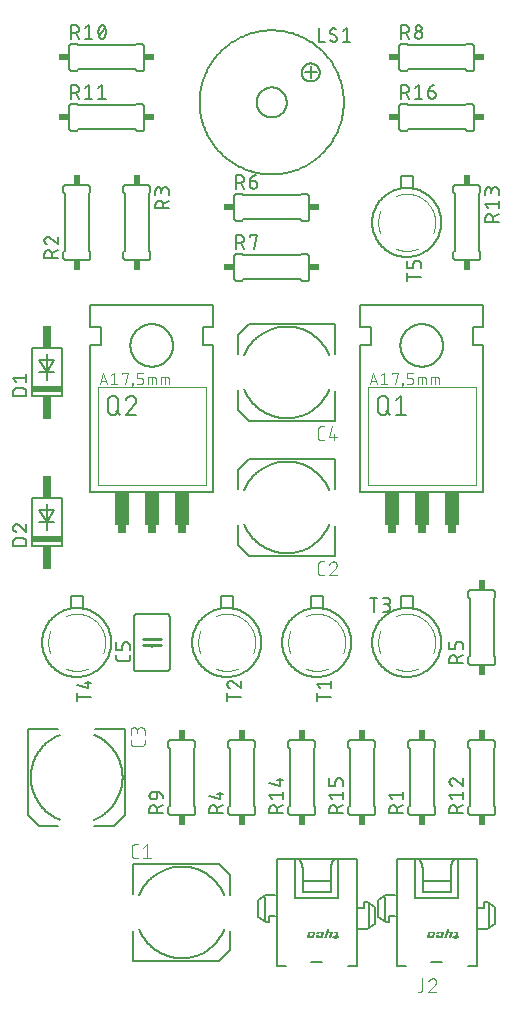
<source format=gbr>
G04 EAGLE Gerber RS-274X export*
G75*
%MOMM*%
%FSLAX34Y34*%
%LPD*%
%INSilkscreen Top*%
%IPPOS*%
%AMOC8*
5,1,8,0,0,1.08239X$1,22.5*%
G01*
%ADD10C,0.203200*%
%ADD11C,0.101600*%
%ADD12C,0.152400*%
%ADD13C,0.254000*%
%ADD14C,0.127000*%
%ADD15R,2.540000X0.508000*%
%ADD16R,0.762000X1.905000*%
%ADD17C,0.050800*%
%ADD18R,0.762000X0.635000*%
%ADD19R,1.270000X2.794000*%
%ADD20C,0.177800*%
%ADD21R,0.609600X0.863600*%
%ADD22R,0.863600X0.609600*%

G36*
X365005Y54804D02*
X365005Y54804D01*
X365008Y54801D01*
X365440Y54868D01*
X365448Y54876D01*
X365455Y54873D01*
X365847Y55067D01*
X365852Y55077D01*
X365860Y55076D01*
X366175Y55380D01*
X366177Y55390D01*
X366184Y55392D01*
X366393Y55777D01*
X366392Y55784D01*
X366397Y55785D01*
X367147Y58185D01*
X367147Y58186D01*
X367145Y58191D01*
X367149Y58193D01*
X367207Y58582D01*
X367201Y58591D01*
X367206Y58597D01*
X367143Y58985D01*
X367135Y58992D01*
X367138Y58999D01*
X366959Y59349D01*
X366949Y59354D01*
X366950Y59361D01*
X366672Y59640D01*
X366661Y59641D01*
X366660Y59649D01*
X366310Y59829D01*
X366299Y59827D01*
X366296Y59834D01*
X365908Y59899D01*
X365903Y59896D01*
X365900Y59899D01*
X361900Y59899D01*
X361895Y59896D01*
X361892Y59899D01*
X361601Y59853D01*
X361593Y59845D01*
X361586Y59848D01*
X361323Y59714D01*
X361318Y59704D01*
X361310Y59705D01*
X361101Y59497D01*
X361099Y59486D01*
X361092Y59485D01*
X360956Y59223D01*
X360957Y59216D01*
X360953Y59215D01*
X360553Y57965D01*
X360553Y57964D01*
X360003Y56164D01*
X360005Y56159D01*
X360001Y56157D01*
X359959Y55850D01*
X359964Y55841D01*
X359959Y55835D01*
X360012Y55530D01*
X360020Y55523D01*
X360016Y55516D01*
X360158Y55241D01*
X360168Y55237D01*
X360167Y55229D01*
X360386Y55010D01*
X360397Y55009D01*
X360398Y55002D01*
X360673Y54859D01*
X360683Y54861D01*
X360687Y54854D01*
X360992Y54801D01*
X360997Y54804D01*
X361000Y54801D01*
X365000Y54801D01*
X365005Y54804D01*
G37*
G36*
X263405Y54804D02*
X263405Y54804D01*
X263408Y54801D01*
X263840Y54868D01*
X263848Y54876D01*
X263855Y54873D01*
X264247Y55067D01*
X264252Y55077D01*
X264260Y55076D01*
X264575Y55380D01*
X264577Y55390D01*
X264584Y55392D01*
X264793Y55777D01*
X264792Y55784D01*
X264797Y55785D01*
X265547Y58185D01*
X265547Y58186D01*
X265545Y58191D01*
X265549Y58193D01*
X265607Y58582D01*
X265601Y58591D01*
X265606Y58597D01*
X265543Y58985D01*
X265535Y58992D01*
X265538Y58999D01*
X265359Y59349D01*
X265349Y59354D01*
X265350Y59361D01*
X265072Y59640D01*
X265061Y59641D01*
X265060Y59649D01*
X264710Y59829D01*
X264699Y59827D01*
X264696Y59834D01*
X264308Y59899D01*
X264303Y59896D01*
X264300Y59899D01*
X260300Y59899D01*
X260295Y59896D01*
X260292Y59899D01*
X260001Y59853D01*
X259993Y59845D01*
X259986Y59848D01*
X259723Y59714D01*
X259718Y59704D01*
X259710Y59705D01*
X259501Y59497D01*
X259499Y59486D01*
X259492Y59485D01*
X259356Y59223D01*
X259357Y59216D01*
X259353Y59215D01*
X258953Y57965D01*
X258953Y57964D01*
X258403Y56164D01*
X258405Y56159D01*
X258401Y56157D01*
X258359Y55850D01*
X258364Y55841D01*
X258359Y55835D01*
X258412Y55530D01*
X258420Y55523D01*
X258416Y55516D01*
X258558Y55241D01*
X258568Y55237D01*
X258567Y55229D01*
X258786Y55010D01*
X258797Y55009D01*
X258798Y55002D01*
X259073Y54859D01*
X259083Y54861D01*
X259087Y54854D01*
X259392Y54801D01*
X259397Y54804D01*
X259400Y54801D01*
X263400Y54801D01*
X263405Y54804D01*
G37*
G36*
X376745Y54785D02*
X376745Y54785D01*
X376747Y54786D01*
X376929Y55378D01*
X377126Y56018D01*
X377323Y56658D01*
X377520Y57298D01*
X377717Y57939D01*
X377914Y58579D01*
X377936Y58651D01*
X378699Y58651D01*
X378934Y58641D01*
X379146Y58558D01*
X379320Y58410D01*
X379436Y58214D01*
X379482Y57991D01*
X379452Y57760D01*
X379364Y57473D01*
X379199Y56931D01*
X379124Y56685D01*
X378958Y56143D01*
X378883Y55897D01*
X378718Y55355D01*
X378643Y55109D01*
X378553Y54814D01*
X378553Y54813D01*
X378554Y54812D01*
X378573Y54759D01*
X378590Y54764D01*
X378600Y54751D01*
X380600Y54751D01*
X380645Y54785D01*
X380647Y54786D01*
X381847Y58786D01*
X381847Y58787D01*
X381848Y58788D01*
X381906Y59015D01*
X381904Y59021D01*
X381905Y59022D01*
X381902Y59026D01*
X381908Y59031D01*
X381889Y59265D01*
X381881Y59274D01*
X381885Y59281D01*
X381792Y59496D01*
X381781Y59502D01*
X381783Y59510D01*
X381624Y59683D01*
X381612Y59685D01*
X381611Y59693D01*
X381405Y59805D01*
X381393Y59803D01*
X381390Y59810D01*
X381158Y59849D01*
X381153Y59846D01*
X381150Y59849D01*
X378316Y59849D01*
X378897Y61836D01*
X378897Y61837D01*
X378897Y61838D01*
X378876Y61892D01*
X378860Y61886D01*
X378850Y61899D01*
X376900Y61899D01*
X376855Y61865D01*
X376853Y61864D01*
X376745Y61511D01*
X376625Y61117D01*
X376505Y60723D01*
X376385Y60329D01*
X376265Y59935D01*
X376144Y59541D01*
X376024Y59147D01*
X375904Y58753D01*
X375784Y58359D01*
X375664Y57965D01*
X375544Y57571D01*
X375424Y57177D01*
X375303Y56783D01*
X375183Y56389D01*
X375063Y55995D01*
X374943Y55601D01*
X374823Y55207D01*
X374748Y54961D01*
X374703Y54814D01*
X374703Y54813D01*
X374704Y54812D01*
X374723Y54759D01*
X374740Y54764D01*
X374750Y54751D01*
X376700Y54751D01*
X376745Y54785D01*
G37*
G36*
X275145Y54785D02*
X275145Y54785D01*
X275147Y54786D01*
X275329Y55378D01*
X275526Y56018D01*
X275723Y56658D01*
X275920Y57298D01*
X276117Y57939D01*
X276314Y58579D01*
X276336Y58651D01*
X277099Y58651D01*
X277334Y58641D01*
X277546Y58558D01*
X277720Y58410D01*
X277836Y58214D01*
X277882Y57991D01*
X277852Y57760D01*
X277764Y57473D01*
X277599Y56931D01*
X277524Y56685D01*
X277358Y56143D01*
X277283Y55897D01*
X277118Y55355D01*
X277043Y55109D01*
X276953Y54814D01*
X276953Y54813D01*
X276954Y54812D01*
X276973Y54759D01*
X276990Y54764D01*
X277000Y54751D01*
X279000Y54751D01*
X279045Y54785D01*
X279047Y54786D01*
X280247Y58786D01*
X280247Y58787D01*
X280248Y58788D01*
X280306Y59015D01*
X280304Y59021D01*
X280305Y59022D01*
X280302Y59026D01*
X280308Y59031D01*
X280289Y59265D01*
X280281Y59274D01*
X280285Y59281D01*
X280192Y59496D01*
X280181Y59502D01*
X280183Y59510D01*
X280024Y59683D01*
X280012Y59685D01*
X280011Y59693D01*
X279805Y59805D01*
X279793Y59803D01*
X279790Y59810D01*
X279558Y59849D01*
X279553Y59846D01*
X279550Y59849D01*
X276716Y59849D01*
X277297Y61836D01*
X277297Y61837D01*
X277297Y61838D01*
X277276Y61892D01*
X277260Y61886D01*
X277250Y61899D01*
X275300Y61899D01*
X275255Y61865D01*
X275253Y61864D01*
X275145Y61511D01*
X275025Y61117D01*
X274905Y60723D01*
X274785Y60329D01*
X274665Y59935D01*
X274544Y59541D01*
X274424Y59147D01*
X274304Y58753D01*
X274184Y58359D01*
X274064Y57965D01*
X273944Y57571D01*
X273824Y57177D01*
X273703Y56783D01*
X273583Y56389D01*
X273463Y55995D01*
X273343Y55601D01*
X273223Y55207D01*
X273148Y54961D01*
X273103Y54814D01*
X273103Y54813D01*
X273104Y54812D01*
X273123Y54759D01*
X273140Y54764D01*
X273150Y54751D01*
X275100Y54751D01*
X275145Y54785D01*
G37*
G36*
X372505Y54754D02*
X372505Y54754D01*
X372508Y54751D01*
X372940Y54818D01*
X372948Y54826D01*
X372955Y54823D01*
X373347Y55017D01*
X373352Y55027D01*
X373360Y55026D01*
X373675Y55330D01*
X373677Y55340D01*
X373684Y55342D01*
X373893Y55727D01*
X373892Y55734D01*
X373897Y55735D01*
X374647Y58135D01*
X374647Y58136D01*
X374645Y58141D01*
X374649Y58143D01*
X374707Y58532D01*
X374701Y58541D01*
X374706Y58547D01*
X374643Y58935D01*
X374635Y58942D01*
X374638Y58949D01*
X374459Y59299D01*
X374449Y59304D01*
X374450Y59311D01*
X374172Y59590D01*
X374161Y59591D01*
X374160Y59599D01*
X373810Y59779D01*
X373799Y59777D01*
X373796Y59784D01*
X373408Y59849D01*
X373403Y59846D01*
X373400Y59849D01*
X369400Y59849D01*
X369395Y59846D01*
X369392Y59849D01*
X369101Y59803D01*
X369093Y59795D01*
X369086Y59798D01*
X368823Y59664D01*
X368818Y59654D01*
X368810Y59655D01*
X368601Y59447D01*
X368599Y59436D01*
X368592Y59435D01*
X368456Y59173D01*
X368457Y59166D01*
X368453Y59164D01*
X368103Y57964D01*
X368103Y57963D01*
X368124Y57908D01*
X368140Y57914D01*
X368150Y57901D01*
X370300Y57901D01*
X370343Y57933D01*
X370347Y57934D01*
X370495Y58381D01*
X370557Y58498D01*
X370651Y58586D01*
X370768Y58638D01*
X370902Y58651D01*
X371845Y58651D01*
X372002Y58621D01*
X372133Y58540D01*
X372226Y58416D01*
X372267Y58268D01*
X372251Y58110D01*
X371754Y56418D01*
X371658Y56214D01*
X371507Y56052D01*
X371314Y55944D01*
X371095Y55899D01*
X370255Y55899D01*
X370103Y55929D01*
X369979Y56013D01*
X369896Y56137D01*
X369867Y56284D01*
X369898Y56437D01*
X369947Y56584D01*
X369946Y56586D01*
X369947Y56587D01*
X369945Y56590D01*
X369928Y56641D01*
X369911Y56635D01*
X369900Y56649D01*
X367700Y56649D01*
X367655Y56615D01*
X367653Y56614D01*
X367503Y56114D01*
X367505Y56109D01*
X367501Y56107D01*
X367459Y55800D01*
X367464Y55791D01*
X367459Y55785D01*
X367511Y55480D01*
X367519Y55473D01*
X367516Y55466D01*
X367658Y55191D01*
X367668Y55186D01*
X367667Y55179D01*
X367886Y54960D01*
X367897Y54959D01*
X367898Y54951D01*
X368172Y54809D01*
X368183Y54811D01*
X368187Y54804D01*
X368492Y54751D01*
X368497Y54754D01*
X368500Y54751D01*
X372500Y54751D01*
X372505Y54754D01*
G37*
G36*
X270905Y54754D02*
X270905Y54754D01*
X270908Y54751D01*
X271340Y54818D01*
X271348Y54826D01*
X271355Y54823D01*
X271747Y55017D01*
X271752Y55027D01*
X271760Y55026D01*
X272075Y55330D01*
X272077Y55340D01*
X272084Y55342D01*
X272293Y55727D01*
X272292Y55734D01*
X272297Y55735D01*
X273047Y58135D01*
X273047Y58136D01*
X273045Y58141D01*
X273049Y58143D01*
X273107Y58532D01*
X273101Y58541D01*
X273106Y58547D01*
X273043Y58935D01*
X273035Y58942D01*
X273038Y58949D01*
X272859Y59299D01*
X272849Y59304D01*
X272850Y59311D01*
X272572Y59590D01*
X272561Y59591D01*
X272560Y59599D01*
X272210Y59779D01*
X272199Y59777D01*
X272196Y59784D01*
X271808Y59849D01*
X271803Y59846D01*
X271800Y59849D01*
X267800Y59849D01*
X267795Y59846D01*
X267792Y59849D01*
X267501Y59803D01*
X267493Y59795D01*
X267486Y59798D01*
X267223Y59664D01*
X267218Y59654D01*
X267210Y59655D01*
X267001Y59447D01*
X266999Y59436D01*
X266992Y59435D01*
X266856Y59173D01*
X266857Y59166D01*
X266853Y59164D01*
X266503Y57964D01*
X266503Y57963D01*
X266524Y57908D01*
X266540Y57914D01*
X266550Y57901D01*
X268700Y57901D01*
X268743Y57933D01*
X268747Y57934D01*
X268895Y58381D01*
X268957Y58498D01*
X269051Y58586D01*
X269168Y58638D01*
X269302Y58651D01*
X270245Y58651D01*
X270402Y58621D01*
X270533Y58540D01*
X270626Y58416D01*
X270667Y58268D01*
X270651Y58110D01*
X270154Y56418D01*
X270058Y56214D01*
X269907Y56052D01*
X269714Y55944D01*
X269495Y55899D01*
X268655Y55899D01*
X268503Y55929D01*
X268379Y56013D01*
X268296Y56137D01*
X268267Y56284D01*
X268298Y56437D01*
X268347Y56584D01*
X268346Y56586D01*
X268347Y56587D01*
X268345Y56590D01*
X268328Y56641D01*
X268311Y56635D01*
X268300Y56649D01*
X266100Y56649D01*
X266055Y56615D01*
X266053Y56614D01*
X265903Y56114D01*
X265905Y56109D01*
X265901Y56107D01*
X265859Y55800D01*
X265864Y55791D01*
X265859Y55785D01*
X265911Y55480D01*
X265919Y55473D01*
X265916Y55466D01*
X266058Y55191D01*
X266068Y55186D01*
X266067Y55179D01*
X266286Y54960D01*
X266297Y54959D01*
X266298Y54951D01*
X266572Y54809D01*
X266583Y54811D01*
X266587Y54804D01*
X266892Y54751D01*
X266897Y54754D01*
X266900Y54751D01*
X270900Y54751D01*
X270905Y54754D01*
G37*
G36*
X385187Y53902D02*
X385187Y53902D01*
X385212Y53933D01*
X385223Y53937D01*
X385438Y54751D01*
X386950Y54751D01*
X386995Y54785D01*
X386997Y54786D01*
X387297Y55786D01*
X387297Y55787D01*
X387296Y55788D01*
X387276Y55842D01*
X387260Y55836D01*
X387250Y55849D01*
X385766Y55849D01*
X385780Y55898D01*
X385795Y55948D01*
X385925Y56391D01*
X385939Y56440D01*
X385953Y56489D01*
X385968Y56539D01*
X385982Y56588D01*
X385997Y56637D01*
X386011Y56686D01*
X386127Y57080D01*
X386141Y57130D01*
X386155Y57179D01*
X386156Y57179D01*
X386170Y57228D01*
X386184Y57277D01*
X386199Y57327D01*
X386213Y57376D01*
X386329Y57770D01*
X386343Y57819D01*
X386358Y57868D01*
X386372Y57918D01*
X386386Y57967D01*
X386401Y58016D01*
X386415Y58065D01*
X386430Y58115D01*
X386545Y58509D01*
X386560Y58558D01*
X386574Y58607D01*
X386589Y58656D01*
X386597Y58686D01*
X386597Y58687D01*
X386666Y58935D01*
X386662Y58946D01*
X386668Y58951D01*
X386651Y59208D01*
X386643Y59217D01*
X386647Y59224D01*
X386547Y59461D01*
X386537Y59467D01*
X386538Y59475D01*
X386366Y59666D01*
X386354Y59668D01*
X386353Y59676D01*
X386128Y59800D01*
X386116Y59799D01*
X386112Y59806D01*
X385858Y59849D01*
X385853Y59846D01*
X385850Y59849D01*
X383050Y59849D01*
X383003Y59813D01*
X382950Y59619D01*
X382936Y59570D01*
X382923Y59520D01*
X382869Y59323D01*
X382856Y59274D01*
X382802Y59077D01*
X382788Y59028D01*
X382775Y58979D01*
X382721Y58782D01*
X382708Y58732D01*
X382703Y58713D01*
X382725Y58658D01*
X382740Y58664D01*
X382750Y58651D01*
X383946Y58651D01*
X384103Y58623D01*
X384235Y58541D01*
X384328Y58418D01*
X384369Y58268D01*
X384352Y58110D01*
X383664Y55849D01*
X381800Y55849D01*
X381755Y55815D01*
X381753Y55814D01*
X381453Y54814D01*
X381453Y54813D01*
X381454Y54812D01*
X381474Y54758D01*
X381490Y54764D01*
X381500Y54751D01*
X383335Y54751D01*
X383333Y54743D01*
X383290Y54595D01*
X383276Y54546D01*
X383234Y54398D01*
X383192Y54251D01*
X383178Y54201D01*
X383136Y54054D01*
X383093Y53906D01*
X383079Y53857D01*
X383037Y53709D01*
X382995Y53561D01*
X382981Y53512D01*
X382953Y53414D01*
X382955Y53407D01*
X382951Y53401D01*
X382960Y53394D01*
X382974Y53358D01*
X382995Y53366D01*
X383012Y53352D01*
X385187Y53902D01*
G37*
G36*
X283587Y53902D02*
X283587Y53902D01*
X283612Y53933D01*
X283623Y53937D01*
X283838Y54751D01*
X285350Y54751D01*
X285395Y54785D01*
X285397Y54786D01*
X285697Y55786D01*
X285697Y55787D01*
X285696Y55788D01*
X285676Y55842D01*
X285660Y55836D01*
X285650Y55849D01*
X284166Y55849D01*
X284180Y55898D01*
X284195Y55948D01*
X284325Y56391D01*
X284339Y56440D01*
X284353Y56489D01*
X284368Y56539D01*
X284382Y56588D01*
X284397Y56637D01*
X284411Y56686D01*
X284527Y57080D01*
X284541Y57130D01*
X284555Y57179D01*
X284556Y57179D01*
X284570Y57228D01*
X284584Y57277D01*
X284599Y57327D01*
X284613Y57376D01*
X284729Y57770D01*
X284743Y57819D01*
X284758Y57868D01*
X284772Y57918D01*
X284786Y57967D01*
X284801Y58016D01*
X284815Y58065D01*
X284830Y58115D01*
X284945Y58509D01*
X284960Y58558D01*
X284974Y58607D01*
X284989Y58656D01*
X284997Y58686D01*
X284997Y58687D01*
X285066Y58935D01*
X285062Y58946D01*
X285068Y58951D01*
X285051Y59208D01*
X285043Y59217D01*
X285047Y59224D01*
X284947Y59461D01*
X284937Y59467D01*
X284938Y59475D01*
X284766Y59666D01*
X284754Y59668D01*
X284753Y59676D01*
X284528Y59800D01*
X284516Y59799D01*
X284512Y59806D01*
X284258Y59849D01*
X284253Y59846D01*
X284250Y59849D01*
X281450Y59849D01*
X281403Y59813D01*
X281350Y59619D01*
X281336Y59570D01*
X281323Y59520D01*
X281269Y59323D01*
X281256Y59274D01*
X281202Y59077D01*
X281188Y59028D01*
X281175Y58979D01*
X281121Y58782D01*
X281108Y58732D01*
X281103Y58713D01*
X281125Y58658D01*
X281140Y58664D01*
X281150Y58651D01*
X282346Y58651D01*
X282503Y58623D01*
X282635Y58541D01*
X282728Y58418D01*
X282769Y58268D01*
X282752Y58110D01*
X282064Y55849D01*
X280200Y55849D01*
X280155Y55815D01*
X280153Y55814D01*
X279853Y54814D01*
X279853Y54813D01*
X279854Y54812D01*
X279874Y54758D01*
X279890Y54764D01*
X279900Y54751D01*
X281735Y54751D01*
X281733Y54743D01*
X281690Y54595D01*
X281676Y54546D01*
X281634Y54398D01*
X281592Y54251D01*
X281578Y54201D01*
X281536Y54054D01*
X281493Y53906D01*
X281479Y53857D01*
X281437Y53709D01*
X281395Y53561D01*
X281381Y53512D01*
X281353Y53414D01*
X281355Y53407D01*
X281351Y53401D01*
X281360Y53394D01*
X281374Y53358D01*
X281395Y53366D01*
X281412Y53352D01*
X283587Y53902D01*
G37*
%LPC*%
G36*
X362755Y55949D02*
X362755Y55949D01*
X362603Y55979D01*
X362479Y56063D01*
X362396Y56187D01*
X362367Y56334D01*
X362398Y56488D01*
X362847Y57935D01*
X362847Y57936D01*
X362847Y57937D01*
X362846Y57939D01*
X362832Y57976D01*
X362841Y57983D01*
X362847Y57984D01*
X362995Y58431D01*
X363057Y58548D01*
X363151Y58636D01*
X363268Y58688D01*
X363402Y58701D01*
X364345Y58701D01*
X364502Y58671D01*
X364633Y58590D01*
X364726Y58466D01*
X364767Y58318D01*
X364751Y58160D01*
X364254Y56468D01*
X364158Y56264D01*
X364007Y56102D01*
X363814Y55994D01*
X363595Y55949D01*
X362755Y55949D01*
G37*
%LPD*%
%LPC*%
G36*
X261155Y55949D02*
X261155Y55949D01*
X261003Y55979D01*
X260879Y56063D01*
X260796Y56187D01*
X260767Y56334D01*
X260798Y56488D01*
X261247Y57935D01*
X261247Y57936D01*
X261247Y57937D01*
X261246Y57939D01*
X261232Y57976D01*
X261241Y57983D01*
X261247Y57984D01*
X261395Y58431D01*
X261457Y58548D01*
X261551Y58636D01*
X261668Y58688D01*
X261802Y58701D01*
X262745Y58701D01*
X262902Y58671D01*
X263033Y58590D01*
X263126Y58466D01*
X263167Y58318D01*
X263151Y58160D01*
X262654Y56468D01*
X262558Y56264D01*
X262407Y56102D01*
X262214Y55994D01*
X261995Y55949D01*
X261155Y55949D01*
G37*
%LPD*%
D10*
X184400Y35200D02*
X111400Y35200D01*
X111400Y60700D01*
X111400Y91700D02*
X111400Y117200D01*
X184400Y117200D01*
X193400Y108200D02*
X193400Y91200D01*
X193400Y60700D02*
X193400Y44200D01*
X184400Y35200D01*
X193400Y108200D02*
X184400Y117200D01*
X188400Y61700D02*
X188034Y60823D01*
X187646Y59955D01*
X187238Y59096D01*
X186809Y58248D01*
X186359Y57411D01*
X185888Y56585D01*
X185398Y55771D01*
X184888Y54969D01*
X184358Y54180D01*
X183809Y53404D01*
X183241Y52641D01*
X182655Y51893D01*
X182051Y51159D01*
X181429Y50441D01*
X180789Y49737D01*
X180133Y49050D01*
X179459Y48379D01*
X178770Y47725D01*
X178065Y47087D01*
X177344Y46468D01*
X176608Y45866D01*
X175858Y45282D01*
X175094Y44717D01*
X174316Y44170D01*
X173525Y43643D01*
X172721Y43136D01*
X171906Y42648D01*
X171078Y42180D01*
X170239Y41733D01*
X169390Y41306D01*
X168530Y40901D01*
X167661Y40516D01*
X166782Y40153D01*
X165895Y39812D01*
X165000Y39492D01*
X164097Y39195D01*
X163188Y38919D01*
X162271Y38666D01*
X161349Y38436D01*
X160422Y38228D01*
X159489Y38043D01*
X158553Y37881D01*
X157612Y37742D01*
X156669Y37625D01*
X155723Y37533D01*
X154775Y37463D01*
X153826Y37416D01*
X152875Y37393D01*
X151925Y37393D01*
X150974Y37416D01*
X150025Y37463D01*
X149077Y37533D01*
X148131Y37625D01*
X147188Y37742D01*
X146247Y37881D01*
X145311Y38043D01*
X144378Y38228D01*
X143451Y38436D01*
X142529Y38666D01*
X141612Y38919D01*
X140703Y39195D01*
X139800Y39492D01*
X138905Y39812D01*
X138018Y40153D01*
X137139Y40516D01*
X136270Y40901D01*
X135410Y41306D01*
X134561Y41733D01*
X133722Y42180D01*
X132894Y42648D01*
X132079Y43136D01*
X131275Y43643D01*
X130484Y44170D01*
X129706Y44717D01*
X128942Y45282D01*
X128192Y45866D01*
X127456Y46468D01*
X126735Y47087D01*
X126030Y47725D01*
X125341Y48379D01*
X124667Y49050D01*
X124011Y49737D01*
X123371Y50441D01*
X122749Y51159D01*
X122145Y51893D01*
X121559Y52641D01*
X120991Y53404D01*
X120442Y54180D01*
X119912Y54969D01*
X119402Y55771D01*
X118912Y56585D01*
X118441Y57411D01*
X117991Y58248D01*
X117562Y59096D01*
X117154Y59955D01*
X116766Y60823D01*
X116400Y61700D01*
X116400Y90700D02*
X116766Y91577D01*
X117154Y92445D01*
X117562Y93304D01*
X117991Y94152D01*
X118441Y94989D01*
X118912Y95815D01*
X119402Y96629D01*
X119912Y97431D01*
X120442Y98220D01*
X120991Y98996D01*
X121559Y99759D01*
X122145Y100507D01*
X122749Y101241D01*
X123371Y101959D01*
X124011Y102663D01*
X124667Y103350D01*
X125341Y104021D01*
X126030Y104675D01*
X126735Y105313D01*
X127456Y105932D01*
X128192Y106534D01*
X128942Y107118D01*
X129706Y107683D01*
X130484Y108230D01*
X131275Y108757D01*
X132079Y109264D01*
X132894Y109752D01*
X133722Y110220D01*
X134561Y110667D01*
X135410Y111094D01*
X136270Y111499D01*
X137139Y111884D01*
X138018Y112247D01*
X138905Y112588D01*
X139800Y112908D01*
X140703Y113205D01*
X141612Y113481D01*
X142529Y113734D01*
X143451Y113964D01*
X144378Y114172D01*
X145311Y114357D01*
X146247Y114519D01*
X147188Y114658D01*
X148131Y114775D01*
X149077Y114867D01*
X150025Y114937D01*
X150974Y114984D01*
X151925Y115007D01*
X152875Y115007D01*
X153826Y114984D01*
X154775Y114937D01*
X155723Y114867D01*
X156669Y114775D01*
X157612Y114658D01*
X158553Y114519D01*
X159489Y114357D01*
X160422Y114172D01*
X161349Y113964D01*
X162271Y113734D01*
X163188Y113481D01*
X164097Y113205D01*
X165000Y112908D01*
X165895Y112588D01*
X166782Y112247D01*
X167661Y111884D01*
X168530Y111499D01*
X169390Y111094D01*
X170239Y110667D01*
X171078Y110220D01*
X171906Y109752D01*
X172721Y109264D01*
X173525Y108757D01*
X174316Y108230D01*
X175094Y107683D01*
X175858Y107118D01*
X176608Y106534D01*
X177344Y105932D01*
X178065Y105313D01*
X178770Y104675D01*
X179459Y104021D01*
X180133Y103350D01*
X180789Y102663D01*
X181429Y101959D01*
X182051Y101241D01*
X182655Y100507D01*
X183241Y99759D01*
X183809Y98996D01*
X184358Y98220D01*
X184888Y97431D01*
X185398Y96629D01*
X185888Y95815D01*
X186359Y94989D01*
X186809Y94152D01*
X187238Y93304D01*
X187646Y92445D01*
X188034Y91577D01*
X188400Y90700D01*
D11*
X115201Y122008D02*
X112604Y122008D01*
X112505Y122010D01*
X112405Y122016D01*
X112306Y122025D01*
X112208Y122038D01*
X112110Y122055D01*
X112012Y122076D01*
X111916Y122101D01*
X111821Y122129D01*
X111727Y122161D01*
X111634Y122196D01*
X111542Y122235D01*
X111452Y122278D01*
X111364Y122323D01*
X111277Y122373D01*
X111193Y122425D01*
X111110Y122481D01*
X111030Y122539D01*
X110952Y122601D01*
X110877Y122666D01*
X110804Y122734D01*
X110734Y122804D01*
X110666Y122877D01*
X110601Y122952D01*
X110539Y123030D01*
X110481Y123110D01*
X110425Y123193D01*
X110373Y123277D01*
X110323Y123364D01*
X110278Y123452D01*
X110235Y123542D01*
X110196Y123634D01*
X110161Y123727D01*
X110129Y123821D01*
X110101Y123916D01*
X110076Y124012D01*
X110055Y124110D01*
X110038Y124208D01*
X110025Y124306D01*
X110016Y124405D01*
X110010Y124505D01*
X110008Y124604D01*
X110008Y131096D01*
X110010Y131195D01*
X110016Y131295D01*
X110025Y131394D01*
X110038Y131492D01*
X110055Y131590D01*
X110076Y131688D01*
X110101Y131784D01*
X110129Y131879D01*
X110161Y131973D01*
X110196Y132066D01*
X110235Y132158D01*
X110278Y132248D01*
X110323Y132336D01*
X110373Y132423D01*
X110425Y132507D01*
X110481Y132590D01*
X110539Y132670D01*
X110601Y132748D01*
X110666Y132823D01*
X110734Y132896D01*
X110804Y132966D01*
X110877Y133034D01*
X110952Y133099D01*
X111030Y133161D01*
X111110Y133219D01*
X111193Y133275D01*
X111277Y133327D01*
X111364Y133377D01*
X111452Y133422D01*
X111542Y133465D01*
X111634Y133504D01*
X111726Y133539D01*
X111821Y133571D01*
X111916Y133599D01*
X112012Y133624D01*
X112110Y133645D01*
X112208Y133662D01*
X112306Y133675D01*
X112405Y133684D01*
X112505Y133690D01*
X112604Y133692D01*
X115201Y133692D01*
X119566Y131096D02*
X122812Y133692D01*
X122812Y122008D01*
X126057Y122008D02*
X119566Y122008D01*
D10*
X209300Y460100D02*
X282300Y460100D01*
X282300Y434600D01*
X282300Y403600D02*
X282300Y378100D01*
X209300Y378100D01*
X200300Y387100D02*
X200300Y404100D01*
X200300Y434600D02*
X200300Y451100D01*
X209300Y460100D01*
X200300Y387100D02*
X209300Y378100D01*
X205300Y433600D02*
X205666Y434477D01*
X206054Y435345D01*
X206462Y436204D01*
X206891Y437052D01*
X207341Y437889D01*
X207812Y438715D01*
X208302Y439529D01*
X208812Y440331D01*
X209342Y441120D01*
X209891Y441896D01*
X210459Y442659D01*
X211045Y443407D01*
X211649Y444141D01*
X212271Y444859D01*
X212911Y445563D01*
X213567Y446250D01*
X214241Y446921D01*
X214930Y447575D01*
X215635Y448213D01*
X216356Y448832D01*
X217092Y449434D01*
X217842Y450018D01*
X218606Y450583D01*
X219384Y451130D01*
X220175Y451657D01*
X220979Y452164D01*
X221794Y452652D01*
X222622Y453120D01*
X223461Y453567D01*
X224310Y453994D01*
X225170Y454399D01*
X226039Y454784D01*
X226918Y455147D01*
X227805Y455488D01*
X228700Y455808D01*
X229603Y456105D01*
X230512Y456381D01*
X231429Y456634D01*
X232351Y456864D01*
X233278Y457072D01*
X234211Y457257D01*
X235147Y457419D01*
X236088Y457558D01*
X237031Y457675D01*
X237977Y457767D01*
X238925Y457837D01*
X239874Y457884D01*
X240825Y457907D01*
X241775Y457907D01*
X242726Y457884D01*
X243675Y457837D01*
X244623Y457767D01*
X245569Y457675D01*
X246512Y457558D01*
X247453Y457419D01*
X248389Y457257D01*
X249322Y457072D01*
X250249Y456864D01*
X251171Y456634D01*
X252088Y456381D01*
X252997Y456105D01*
X253900Y455808D01*
X254795Y455488D01*
X255682Y455147D01*
X256561Y454784D01*
X257430Y454399D01*
X258290Y453994D01*
X259139Y453567D01*
X259978Y453120D01*
X260806Y452652D01*
X261621Y452164D01*
X262425Y451657D01*
X263216Y451130D01*
X263994Y450583D01*
X264758Y450018D01*
X265508Y449434D01*
X266244Y448832D01*
X266965Y448213D01*
X267670Y447575D01*
X268359Y446921D01*
X269033Y446250D01*
X269689Y445563D01*
X270329Y444859D01*
X270951Y444141D01*
X271555Y443407D01*
X272141Y442659D01*
X272709Y441896D01*
X273258Y441120D01*
X273788Y440331D01*
X274298Y439529D01*
X274788Y438715D01*
X275259Y437889D01*
X275709Y437052D01*
X276138Y436204D01*
X276546Y435345D01*
X276934Y434477D01*
X277300Y433600D01*
X277300Y404600D02*
X276934Y403723D01*
X276546Y402855D01*
X276138Y401996D01*
X275709Y401148D01*
X275259Y400311D01*
X274788Y399485D01*
X274298Y398671D01*
X273788Y397869D01*
X273258Y397080D01*
X272709Y396304D01*
X272141Y395541D01*
X271555Y394793D01*
X270951Y394059D01*
X270329Y393341D01*
X269689Y392637D01*
X269033Y391950D01*
X268359Y391279D01*
X267670Y390625D01*
X266965Y389987D01*
X266244Y389368D01*
X265508Y388766D01*
X264758Y388182D01*
X263994Y387617D01*
X263216Y387070D01*
X262425Y386543D01*
X261621Y386036D01*
X260806Y385548D01*
X259978Y385080D01*
X259139Y384633D01*
X258290Y384206D01*
X257430Y383801D01*
X256561Y383416D01*
X255682Y383053D01*
X254795Y382712D01*
X253900Y382392D01*
X252997Y382095D01*
X252088Y381819D01*
X251171Y381566D01*
X250249Y381336D01*
X249322Y381128D01*
X248389Y380943D01*
X247453Y380781D01*
X246512Y380642D01*
X245569Y380525D01*
X244623Y380433D01*
X243675Y380363D01*
X242726Y380316D01*
X241775Y380293D01*
X240825Y380293D01*
X239874Y380316D01*
X238925Y380363D01*
X237977Y380433D01*
X237031Y380525D01*
X236088Y380642D01*
X235147Y380781D01*
X234211Y380943D01*
X233278Y381128D01*
X232351Y381336D01*
X231429Y381566D01*
X230512Y381819D01*
X229603Y382095D01*
X228700Y382392D01*
X227805Y382712D01*
X226918Y383053D01*
X226039Y383416D01*
X225170Y383801D01*
X224310Y384206D01*
X223461Y384633D01*
X222622Y385080D01*
X221794Y385548D01*
X220979Y386036D01*
X220175Y386543D01*
X219384Y387070D01*
X218606Y387617D01*
X217842Y388182D01*
X217092Y388766D01*
X216356Y389368D01*
X215635Y389987D01*
X214930Y390625D01*
X214241Y391279D01*
X213567Y391950D01*
X212911Y392637D01*
X212271Y393341D01*
X211649Y394059D01*
X211045Y394793D01*
X210459Y395541D01*
X209891Y396304D01*
X209342Y397080D01*
X208812Y397869D01*
X208302Y398671D01*
X207812Y399485D01*
X207341Y400311D01*
X206891Y401148D01*
X206462Y401996D01*
X206054Y402855D01*
X205666Y403723D01*
X205300Y404600D01*
D11*
X270239Y361608D02*
X272836Y361608D01*
X270239Y361608D02*
X270140Y361610D01*
X270040Y361616D01*
X269941Y361625D01*
X269843Y361638D01*
X269745Y361655D01*
X269647Y361676D01*
X269551Y361701D01*
X269456Y361729D01*
X269362Y361761D01*
X269269Y361796D01*
X269177Y361835D01*
X269087Y361878D01*
X268999Y361923D01*
X268912Y361973D01*
X268828Y362025D01*
X268745Y362081D01*
X268665Y362139D01*
X268587Y362201D01*
X268512Y362266D01*
X268439Y362334D01*
X268369Y362404D01*
X268301Y362477D01*
X268236Y362552D01*
X268174Y362630D01*
X268116Y362710D01*
X268060Y362793D01*
X268008Y362877D01*
X267958Y362964D01*
X267913Y363052D01*
X267870Y363142D01*
X267831Y363234D01*
X267796Y363327D01*
X267764Y363421D01*
X267736Y363516D01*
X267711Y363612D01*
X267690Y363710D01*
X267673Y363808D01*
X267660Y363906D01*
X267651Y364005D01*
X267645Y364105D01*
X267643Y364204D01*
X267643Y370696D01*
X267645Y370795D01*
X267651Y370895D01*
X267660Y370994D01*
X267673Y371092D01*
X267690Y371190D01*
X267711Y371288D01*
X267736Y371384D01*
X267764Y371479D01*
X267796Y371573D01*
X267831Y371666D01*
X267870Y371758D01*
X267913Y371848D01*
X267958Y371936D01*
X268008Y372023D01*
X268060Y372107D01*
X268116Y372190D01*
X268174Y372270D01*
X268236Y372348D01*
X268301Y372423D01*
X268369Y372496D01*
X268439Y372566D01*
X268512Y372634D01*
X268587Y372699D01*
X268665Y372761D01*
X268745Y372819D01*
X268828Y372875D01*
X268912Y372927D01*
X268999Y372977D01*
X269087Y373022D01*
X269177Y373065D01*
X269269Y373104D01*
X269361Y373139D01*
X269456Y373171D01*
X269551Y373199D01*
X269647Y373224D01*
X269745Y373245D01*
X269843Y373262D01*
X269941Y373275D01*
X270040Y373284D01*
X270140Y373290D01*
X270239Y373292D01*
X272836Y373292D01*
X280771Y373292D02*
X280878Y373290D01*
X280984Y373284D01*
X281090Y373274D01*
X281196Y373261D01*
X281302Y373243D01*
X281406Y373222D01*
X281510Y373197D01*
X281613Y373168D01*
X281714Y373136D01*
X281814Y373099D01*
X281913Y373059D01*
X282011Y373016D01*
X282107Y372969D01*
X282201Y372918D01*
X282293Y372864D01*
X282383Y372807D01*
X282471Y372747D01*
X282556Y372683D01*
X282639Y372616D01*
X282720Y372546D01*
X282798Y372474D01*
X282874Y372398D01*
X282946Y372320D01*
X283016Y372239D01*
X283083Y372156D01*
X283147Y372071D01*
X283207Y371983D01*
X283264Y371893D01*
X283318Y371801D01*
X283369Y371707D01*
X283416Y371611D01*
X283459Y371513D01*
X283499Y371414D01*
X283536Y371314D01*
X283568Y371213D01*
X283597Y371110D01*
X283622Y371006D01*
X283643Y370902D01*
X283661Y370796D01*
X283674Y370690D01*
X283684Y370584D01*
X283690Y370478D01*
X283692Y370371D01*
X280771Y373292D02*
X280650Y373290D01*
X280529Y373284D01*
X280409Y373274D01*
X280288Y373261D01*
X280169Y373243D01*
X280049Y373222D01*
X279931Y373197D01*
X279814Y373168D01*
X279697Y373135D01*
X279582Y373099D01*
X279468Y373058D01*
X279355Y373015D01*
X279243Y372967D01*
X279134Y372916D01*
X279026Y372861D01*
X278919Y372803D01*
X278815Y372742D01*
X278713Y372677D01*
X278613Y372609D01*
X278515Y372538D01*
X278419Y372464D01*
X278326Y372387D01*
X278236Y372306D01*
X278148Y372223D01*
X278063Y372137D01*
X277980Y372048D01*
X277901Y371957D01*
X277824Y371863D01*
X277751Y371767D01*
X277681Y371669D01*
X277614Y371568D01*
X277550Y371465D01*
X277490Y371360D01*
X277433Y371253D01*
X277379Y371145D01*
X277329Y371035D01*
X277283Y370923D01*
X277240Y370810D01*
X277201Y370695D01*
X282719Y368099D02*
X282798Y368176D01*
X282874Y368257D01*
X282947Y368340D01*
X283017Y368425D01*
X283084Y368513D01*
X283148Y368603D01*
X283208Y368695D01*
X283265Y368790D01*
X283319Y368886D01*
X283370Y368984D01*
X283417Y369084D01*
X283461Y369186D01*
X283501Y369289D01*
X283537Y369393D01*
X283569Y369499D01*
X283598Y369605D01*
X283623Y369713D01*
X283645Y369821D01*
X283662Y369931D01*
X283676Y370040D01*
X283685Y370150D01*
X283691Y370261D01*
X283693Y370371D01*
X282718Y368099D02*
X277201Y361608D01*
X283692Y361608D01*
D10*
X22500Y231500D02*
X22500Y158500D01*
X22500Y231500D02*
X48000Y231500D01*
X79000Y231500D02*
X104500Y231500D01*
X104500Y158500D01*
X95500Y149500D02*
X78500Y149500D01*
X48000Y149500D02*
X31500Y149500D01*
X22500Y158500D01*
X95500Y149500D02*
X104500Y158500D01*
X49000Y154500D02*
X48123Y154866D01*
X47255Y155254D01*
X46396Y155662D01*
X45548Y156091D01*
X44711Y156541D01*
X43885Y157012D01*
X43071Y157502D01*
X42269Y158012D01*
X41480Y158542D01*
X40704Y159091D01*
X39941Y159659D01*
X39193Y160245D01*
X38459Y160849D01*
X37741Y161471D01*
X37037Y162111D01*
X36350Y162767D01*
X35679Y163441D01*
X35025Y164130D01*
X34387Y164835D01*
X33768Y165556D01*
X33166Y166292D01*
X32582Y167042D01*
X32017Y167806D01*
X31470Y168584D01*
X30943Y169375D01*
X30436Y170179D01*
X29948Y170994D01*
X29480Y171822D01*
X29033Y172661D01*
X28606Y173510D01*
X28201Y174370D01*
X27816Y175239D01*
X27453Y176118D01*
X27112Y177005D01*
X26792Y177900D01*
X26495Y178803D01*
X26219Y179712D01*
X25966Y180629D01*
X25736Y181551D01*
X25528Y182478D01*
X25343Y183411D01*
X25181Y184347D01*
X25042Y185288D01*
X24925Y186231D01*
X24833Y187177D01*
X24763Y188125D01*
X24716Y189074D01*
X24693Y190025D01*
X24693Y190975D01*
X24716Y191926D01*
X24763Y192875D01*
X24833Y193823D01*
X24925Y194769D01*
X25042Y195712D01*
X25181Y196653D01*
X25343Y197589D01*
X25528Y198522D01*
X25736Y199449D01*
X25966Y200371D01*
X26219Y201288D01*
X26495Y202197D01*
X26792Y203100D01*
X27112Y203995D01*
X27453Y204882D01*
X27816Y205761D01*
X28201Y206630D01*
X28606Y207490D01*
X29033Y208339D01*
X29480Y209178D01*
X29948Y210006D01*
X30436Y210821D01*
X30943Y211625D01*
X31470Y212416D01*
X32017Y213194D01*
X32582Y213958D01*
X33166Y214708D01*
X33768Y215444D01*
X34387Y216165D01*
X35025Y216870D01*
X35679Y217559D01*
X36350Y218233D01*
X37037Y218889D01*
X37741Y219529D01*
X38459Y220151D01*
X39193Y220755D01*
X39941Y221341D01*
X40704Y221909D01*
X41480Y222458D01*
X42269Y222988D01*
X43071Y223498D01*
X43885Y223988D01*
X44711Y224459D01*
X45548Y224909D01*
X46396Y225338D01*
X47255Y225746D01*
X48123Y226134D01*
X49000Y226500D01*
X78000Y226500D02*
X78877Y226134D01*
X79745Y225746D01*
X80604Y225338D01*
X81452Y224909D01*
X82289Y224459D01*
X83115Y223988D01*
X83929Y223498D01*
X84731Y222988D01*
X85520Y222458D01*
X86296Y221909D01*
X87059Y221341D01*
X87807Y220755D01*
X88541Y220151D01*
X89259Y219529D01*
X89963Y218889D01*
X90650Y218233D01*
X91321Y217559D01*
X91975Y216870D01*
X92613Y216165D01*
X93232Y215444D01*
X93834Y214708D01*
X94418Y213958D01*
X94983Y213194D01*
X95530Y212416D01*
X96057Y211625D01*
X96564Y210821D01*
X97052Y210006D01*
X97520Y209178D01*
X97967Y208339D01*
X98394Y207490D01*
X98799Y206630D01*
X99184Y205761D01*
X99547Y204882D01*
X99888Y203995D01*
X100208Y203100D01*
X100505Y202197D01*
X100781Y201288D01*
X101034Y200371D01*
X101264Y199449D01*
X101472Y198522D01*
X101657Y197589D01*
X101819Y196653D01*
X101958Y195712D01*
X102075Y194769D01*
X102167Y193823D01*
X102237Y192875D01*
X102284Y191926D01*
X102307Y190975D01*
X102307Y190025D01*
X102284Y189074D01*
X102237Y188125D01*
X102167Y187177D01*
X102075Y186231D01*
X101958Y185288D01*
X101819Y184347D01*
X101657Y183411D01*
X101472Y182478D01*
X101264Y181551D01*
X101034Y180629D01*
X100781Y179712D01*
X100505Y178803D01*
X100208Y177900D01*
X99888Y177005D01*
X99547Y176118D01*
X99184Y175239D01*
X98799Y174370D01*
X98394Y173510D01*
X97967Y172661D01*
X97520Y171822D01*
X97052Y170994D01*
X96564Y170179D01*
X96057Y169375D01*
X95530Y168584D01*
X94983Y167806D01*
X94418Y167042D01*
X93834Y166292D01*
X93232Y165556D01*
X92613Y164835D01*
X91975Y164130D01*
X91321Y163441D01*
X90650Y162767D01*
X89963Y162111D01*
X89259Y161471D01*
X88541Y160849D01*
X87807Y160245D01*
X87059Y159659D01*
X86296Y159091D01*
X85520Y158542D01*
X84731Y158012D01*
X83929Y157502D01*
X83115Y157012D01*
X82289Y156541D01*
X81452Y156091D01*
X80604Y155662D01*
X79745Y155254D01*
X78877Y154866D01*
X78000Y154500D01*
D11*
X120992Y219439D02*
X120992Y222036D01*
X120992Y219439D02*
X120990Y219340D01*
X120984Y219240D01*
X120975Y219141D01*
X120962Y219043D01*
X120945Y218945D01*
X120924Y218847D01*
X120899Y218751D01*
X120871Y218656D01*
X120839Y218562D01*
X120804Y218469D01*
X120765Y218377D01*
X120722Y218287D01*
X120677Y218199D01*
X120627Y218112D01*
X120575Y218028D01*
X120519Y217945D01*
X120461Y217865D01*
X120399Y217787D01*
X120334Y217712D01*
X120266Y217639D01*
X120196Y217569D01*
X120123Y217501D01*
X120048Y217436D01*
X119970Y217374D01*
X119890Y217316D01*
X119807Y217260D01*
X119723Y217208D01*
X119636Y217158D01*
X119548Y217113D01*
X119458Y217070D01*
X119366Y217031D01*
X119273Y216996D01*
X119179Y216964D01*
X119084Y216936D01*
X118988Y216911D01*
X118890Y216890D01*
X118792Y216873D01*
X118694Y216860D01*
X118595Y216851D01*
X118495Y216845D01*
X118396Y216843D01*
X111904Y216843D01*
X111904Y216842D02*
X111805Y216844D01*
X111705Y216850D01*
X111606Y216859D01*
X111508Y216872D01*
X111410Y216890D01*
X111312Y216910D01*
X111216Y216935D01*
X111120Y216963D01*
X111026Y216995D01*
X110933Y217030D01*
X110842Y217069D01*
X110752Y217112D01*
X110663Y217157D01*
X110577Y217207D01*
X110492Y217259D01*
X110410Y217315D01*
X110330Y217374D01*
X110252Y217435D01*
X110176Y217500D01*
X110103Y217568D01*
X110033Y217638D01*
X109965Y217711D01*
X109900Y217787D01*
X109839Y217865D01*
X109780Y217945D01*
X109724Y218027D01*
X109672Y218112D01*
X109623Y218198D01*
X109577Y218287D01*
X109534Y218377D01*
X109495Y218468D01*
X109460Y218561D01*
X109428Y218655D01*
X109400Y218751D01*
X109375Y218847D01*
X109355Y218945D01*
X109337Y219043D01*
X109324Y219141D01*
X109315Y219240D01*
X109309Y219339D01*
X109307Y219439D01*
X109308Y219439D02*
X109308Y222036D01*
X120992Y226401D02*
X120992Y229646D01*
X120990Y229759D01*
X120984Y229872D01*
X120974Y229985D01*
X120960Y230098D01*
X120943Y230210D01*
X120921Y230321D01*
X120896Y230431D01*
X120866Y230541D01*
X120833Y230649D01*
X120796Y230756D01*
X120756Y230862D01*
X120711Y230966D01*
X120663Y231069D01*
X120612Y231170D01*
X120557Y231269D01*
X120499Y231366D01*
X120437Y231461D01*
X120372Y231554D01*
X120304Y231644D01*
X120233Y231732D01*
X120158Y231818D01*
X120081Y231901D01*
X120001Y231981D01*
X119918Y232058D01*
X119832Y232133D01*
X119744Y232204D01*
X119654Y232272D01*
X119561Y232337D01*
X119466Y232399D01*
X119369Y232457D01*
X119270Y232512D01*
X119169Y232563D01*
X119066Y232611D01*
X118962Y232656D01*
X118856Y232696D01*
X118749Y232733D01*
X118641Y232766D01*
X118531Y232796D01*
X118421Y232821D01*
X118310Y232843D01*
X118198Y232860D01*
X118085Y232874D01*
X117972Y232884D01*
X117859Y232890D01*
X117746Y232892D01*
X117633Y232890D01*
X117520Y232884D01*
X117407Y232874D01*
X117294Y232860D01*
X117182Y232843D01*
X117071Y232821D01*
X116961Y232796D01*
X116851Y232766D01*
X116743Y232733D01*
X116636Y232696D01*
X116530Y232656D01*
X116426Y232611D01*
X116323Y232563D01*
X116222Y232512D01*
X116123Y232457D01*
X116026Y232399D01*
X115931Y232337D01*
X115838Y232272D01*
X115748Y232204D01*
X115660Y232133D01*
X115574Y232058D01*
X115491Y231981D01*
X115411Y231901D01*
X115334Y231818D01*
X115259Y231732D01*
X115188Y231644D01*
X115120Y231554D01*
X115055Y231461D01*
X114993Y231366D01*
X114935Y231269D01*
X114880Y231170D01*
X114829Y231069D01*
X114781Y230966D01*
X114736Y230862D01*
X114696Y230756D01*
X114659Y230649D01*
X114626Y230541D01*
X114596Y230431D01*
X114571Y230321D01*
X114549Y230210D01*
X114532Y230098D01*
X114518Y229985D01*
X114508Y229872D01*
X114502Y229759D01*
X114500Y229646D01*
X109308Y230296D02*
X109308Y226401D01*
X109308Y230296D02*
X109310Y230397D01*
X109316Y230497D01*
X109326Y230597D01*
X109339Y230697D01*
X109357Y230796D01*
X109378Y230895D01*
X109403Y230992D01*
X109432Y231089D01*
X109465Y231184D01*
X109501Y231278D01*
X109541Y231370D01*
X109584Y231461D01*
X109631Y231550D01*
X109681Y231637D01*
X109735Y231723D01*
X109792Y231806D01*
X109852Y231886D01*
X109915Y231965D01*
X109982Y232041D01*
X110051Y232114D01*
X110123Y232184D01*
X110197Y232252D01*
X110274Y232317D01*
X110354Y232378D01*
X110436Y232437D01*
X110520Y232492D01*
X110606Y232544D01*
X110694Y232593D01*
X110784Y232638D01*
X110876Y232680D01*
X110969Y232718D01*
X111064Y232752D01*
X111159Y232783D01*
X111256Y232810D01*
X111354Y232833D01*
X111453Y232853D01*
X111553Y232868D01*
X111653Y232880D01*
X111753Y232888D01*
X111854Y232892D01*
X111954Y232892D01*
X112055Y232888D01*
X112155Y232880D01*
X112255Y232868D01*
X112355Y232853D01*
X112454Y232833D01*
X112552Y232810D01*
X112649Y232783D01*
X112744Y232752D01*
X112839Y232718D01*
X112932Y232680D01*
X113024Y232638D01*
X113114Y232593D01*
X113202Y232544D01*
X113288Y232492D01*
X113372Y232437D01*
X113454Y232378D01*
X113534Y232317D01*
X113611Y232252D01*
X113685Y232184D01*
X113757Y232114D01*
X113826Y232041D01*
X113893Y231965D01*
X113956Y231886D01*
X114016Y231806D01*
X114073Y231723D01*
X114127Y231637D01*
X114177Y231550D01*
X114224Y231461D01*
X114267Y231370D01*
X114307Y231278D01*
X114343Y231184D01*
X114376Y231089D01*
X114405Y230992D01*
X114430Y230895D01*
X114451Y230796D01*
X114469Y230697D01*
X114482Y230597D01*
X114492Y230497D01*
X114498Y230397D01*
X114500Y230296D01*
X114501Y230296D02*
X114501Y227699D01*
D10*
X209300Y574400D02*
X282300Y574400D01*
X282300Y548900D01*
X282300Y517900D02*
X282300Y492400D01*
X209300Y492400D01*
X200300Y501400D02*
X200300Y518400D01*
X200300Y548900D02*
X200300Y565400D01*
X209300Y574400D01*
X200300Y501400D02*
X209300Y492400D01*
X205300Y547900D02*
X205666Y548777D01*
X206054Y549645D01*
X206462Y550504D01*
X206891Y551352D01*
X207341Y552189D01*
X207812Y553015D01*
X208302Y553829D01*
X208812Y554631D01*
X209342Y555420D01*
X209891Y556196D01*
X210459Y556959D01*
X211045Y557707D01*
X211649Y558441D01*
X212271Y559159D01*
X212911Y559863D01*
X213567Y560550D01*
X214241Y561221D01*
X214930Y561875D01*
X215635Y562513D01*
X216356Y563132D01*
X217092Y563734D01*
X217842Y564318D01*
X218606Y564883D01*
X219384Y565430D01*
X220175Y565957D01*
X220979Y566464D01*
X221794Y566952D01*
X222622Y567420D01*
X223461Y567867D01*
X224310Y568294D01*
X225170Y568699D01*
X226039Y569084D01*
X226918Y569447D01*
X227805Y569788D01*
X228700Y570108D01*
X229603Y570405D01*
X230512Y570681D01*
X231429Y570934D01*
X232351Y571164D01*
X233278Y571372D01*
X234211Y571557D01*
X235147Y571719D01*
X236088Y571858D01*
X237031Y571975D01*
X237977Y572067D01*
X238925Y572137D01*
X239874Y572184D01*
X240825Y572207D01*
X241775Y572207D01*
X242726Y572184D01*
X243675Y572137D01*
X244623Y572067D01*
X245569Y571975D01*
X246512Y571858D01*
X247453Y571719D01*
X248389Y571557D01*
X249322Y571372D01*
X250249Y571164D01*
X251171Y570934D01*
X252088Y570681D01*
X252997Y570405D01*
X253900Y570108D01*
X254795Y569788D01*
X255682Y569447D01*
X256561Y569084D01*
X257430Y568699D01*
X258290Y568294D01*
X259139Y567867D01*
X259978Y567420D01*
X260806Y566952D01*
X261621Y566464D01*
X262425Y565957D01*
X263216Y565430D01*
X263994Y564883D01*
X264758Y564318D01*
X265508Y563734D01*
X266244Y563132D01*
X266965Y562513D01*
X267670Y561875D01*
X268359Y561221D01*
X269033Y560550D01*
X269689Y559863D01*
X270329Y559159D01*
X270951Y558441D01*
X271555Y557707D01*
X272141Y556959D01*
X272709Y556196D01*
X273258Y555420D01*
X273788Y554631D01*
X274298Y553829D01*
X274788Y553015D01*
X275259Y552189D01*
X275709Y551352D01*
X276138Y550504D01*
X276546Y549645D01*
X276934Y548777D01*
X277300Y547900D01*
X277300Y518900D02*
X276934Y518023D01*
X276546Y517155D01*
X276138Y516296D01*
X275709Y515448D01*
X275259Y514611D01*
X274788Y513785D01*
X274298Y512971D01*
X273788Y512169D01*
X273258Y511380D01*
X272709Y510604D01*
X272141Y509841D01*
X271555Y509093D01*
X270951Y508359D01*
X270329Y507641D01*
X269689Y506937D01*
X269033Y506250D01*
X268359Y505579D01*
X267670Y504925D01*
X266965Y504287D01*
X266244Y503668D01*
X265508Y503066D01*
X264758Y502482D01*
X263994Y501917D01*
X263216Y501370D01*
X262425Y500843D01*
X261621Y500336D01*
X260806Y499848D01*
X259978Y499380D01*
X259139Y498933D01*
X258290Y498506D01*
X257430Y498101D01*
X256561Y497716D01*
X255682Y497353D01*
X254795Y497012D01*
X253900Y496692D01*
X252997Y496395D01*
X252088Y496119D01*
X251171Y495866D01*
X250249Y495636D01*
X249322Y495428D01*
X248389Y495243D01*
X247453Y495081D01*
X246512Y494942D01*
X245569Y494825D01*
X244623Y494733D01*
X243675Y494663D01*
X242726Y494616D01*
X241775Y494593D01*
X240825Y494593D01*
X239874Y494616D01*
X238925Y494663D01*
X237977Y494733D01*
X237031Y494825D01*
X236088Y494942D01*
X235147Y495081D01*
X234211Y495243D01*
X233278Y495428D01*
X232351Y495636D01*
X231429Y495866D01*
X230512Y496119D01*
X229603Y496395D01*
X228700Y496692D01*
X227805Y497012D01*
X226918Y497353D01*
X226039Y497716D01*
X225170Y498101D01*
X224310Y498506D01*
X223461Y498933D01*
X222622Y499380D01*
X221794Y499848D01*
X220979Y500336D01*
X220175Y500843D01*
X219384Y501370D01*
X218606Y501917D01*
X217842Y502482D01*
X217092Y503066D01*
X216356Y503668D01*
X215635Y504287D01*
X214930Y504925D01*
X214241Y505579D01*
X213567Y506250D01*
X212911Y506937D01*
X212271Y507641D01*
X211649Y508359D01*
X211045Y509093D01*
X210459Y509841D01*
X209891Y510604D01*
X209342Y511380D01*
X208812Y512169D01*
X208302Y512971D01*
X207812Y513785D01*
X207341Y514611D01*
X206891Y515448D01*
X206462Y516296D01*
X206054Y517155D01*
X205666Y518023D01*
X205300Y518900D01*
D11*
X270239Y475908D02*
X272836Y475908D01*
X270239Y475908D02*
X270140Y475910D01*
X270040Y475916D01*
X269941Y475925D01*
X269843Y475938D01*
X269745Y475955D01*
X269647Y475976D01*
X269551Y476001D01*
X269456Y476029D01*
X269362Y476061D01*
X269269Y476096D01*
X269177Y476135D01*
X269087Y476178D01*
X268999Y476223D01*
X268912Y476273D01*
X268828Y476325D01*
X268745Y476381D01*
X268665Y476439D01*
X268587Y476501D01*
X268512Y476566D01*
X268439Y476634D01*
X268369Y476704D01*
X268301Y476777D01*
X268236Y476852D01*
X268174Y476930D01*
X268116Y477010D01*
X268060Y477093D01*
X268008Y477177D01*
X267958Y477264D01*
X267913Y477352D01*
X267870Y477442D01*
X267831Y477534D01*
X267796Y477627D01*
X267764Y477721D01*
X267736Y477816D01*
X267711Y477912D01*
X267690Y478010D01*
X267673Y478108D01*
X267660Y478206D01*
X267651Y478305D01*
X267645Y478405D01*
X267643Y478504D01*
X267643Y484996D01*
X267645Y485095D01*
X267651Y485195D01*
X267660Y485294D01*
X267673Y485392D01*
X267690Y485490D01*
X267711Y485588D01*
X267736Y485684D01*
X267764Y485779D01*
X267796Y485873D01*
X267831Y485966D01*
X267870Y486058D01*
X267913Y486148D01*
X267958Y486236D01*
X268008Y486323D01*
X268060Y486407D01*
X268116Y486490D01*
X268174Y486570D01*
X268236Y486648D01*
X268301Y486723D01*
X268369Y486796D01*
X268439Y486866D01*
X268512Y486934D01*
X268587Y486999D01*
X268665Y487061D01*
X268745Y487119D01*
X268828Y487175D01*
X268912Y487227D01*
X268999Y487277D01*
X269087Y487322D01*
X269177Y487365D01*
X269269Y487404D01*
X269361Y487439D01*
X269456Y487471D01*
X269551Y487499D01*
X269647Y487524D01*
X269745Y487545D01*
X269843Y487562D01*
X269941Y487575D01*
X270040Y487584D01*
X270140Y487590D01*
X270239Y487592D01*
X272836Y487592D01*
X279797Y487592D02*
X277201Y478504D01*
X283692Y478504D01*
X281745Y481101D02*
X281745Y475908D01*
D12*
X111760Y326390D02*
X111760Y283210D01*
X142240Y283210D02*
X142240Y326390D01*
X139700Y328930D02*
X114300Y328930D01*
X114300Y280670D02*
X139700Y280670D01*
X111760Y326390D02*
X111762Y326490D01*
X111768Y326589D01*
X111778Y326689D01*
X111791Y326787D01*
X111809Y326886D01*
X111830Y326983D01*
X111855Y327079D01*
X111884Y327175D01*
X111917Y327269D01*
X111953Y327362D01*
X111993Y327453D01*
X112037Y327543D01*
X112084Y327631D01*
X112134Y327717D01*
X112188Y327801D01*
X112245Y327883D01*
X112305Y327962D01*
X112369Y328040D01*
X112435Y328114D01*
X112504Y328186D01*
X112576Y328255D01*
X112650Y328321D01*
X112728Y328385D01*
X112807Y328445D01*
X112889Y328502D01*
X112973Y328556D01*
X113059Y328606D01*
X113147Y328653D01*
X113237Y328697D01*
X113328Y328737D01*
X113421Y328773D01*
X113515Y328806D01*
X113611Y328835D01*
X113707Y328860D01*
X113804Y328881D01*
X113903Y328899D01*
X114001Y328912D01*
X114101Y328922D01*
X114200Y328928D01*
X114300Y328930D01*
X111760Y283210D02*
X111762Y283110D01*
X111768Y283011D01*
X111778Y282911D01*
X111791Y282813D01*
X111809Y282714D01*
X111830Y282617D01*
X111855Y282521D01*
X111884Y282425D01*
X111917Y282331D01*
X111953Y282238D01*
X111993Y282147D01*
X112037Y282057D01*
X112084Y281969D01*
X112134Y281883D01*
X112188Y281799D01*
X112245Y281717D01*
X112305Y281638D01*
X112369Y281560D01*
X112435Y281486D01*
X112504Y281414D01*
X112576Y281345D01*
X112650Y281279D01*
X112728Y281215D01*
X112807Y281155D01*
X112889Y281098D01*
X112973Y281044D01*
X113059Y280994D01*
X113147Y280947D01*
X113237Y280903D01*
X113328Y280863D01*
X113421Y280827D01*
X113515Y280794D01*
X113611Y280765D01*
X113707Y280740D01*
X113804Y280719D01*
X113903Y280701D01*
X114001Y280688D01*
X114101Y280678D01*
X114200Y280672D01*
X114300Y280670D01*
X142240Y326390D02*
X142238Y326490D01*
X142232Y326589D01*
X142222Y326689D01*
X142209Y326787D01*
X142191Y326886D01*
X142170Y326983D01*
X142145Y327079D01*
X142116Y327175D01*
X142083Y327269D01*
X142047Y327362D01*
X142007Y327453D01*
X141963Y327543D01*
X141916Y327631D01*
X141866Y327717D01*
X141812Y327801D01*
X141755Y327883D01*
X141695Y327962D01*
X141631Y328040D01*
X141565Y328114D01*
X141496Y328186D01*
X141424Y328255D01*
X141350Y328321D01*
X141272Y328385D01*
X141193Y328445D01*
X141111Y328502D01*
X141027Y328556D01*
X140941Y328606D01*
X140853Y328653D01*
X140763Y328697D01*
X140672Y328737D01*
X140579Y328773D01*
X140485Y328806D01*
X140389Y328835D01*
X140293Y328860D01*
X140196Y328881D01*
X140097Y328899D01*
X139999Y328912D01*
X139899Y328922D01*
X139800Y328928D01*
X139700Y328930D01*
X142240Y283210D02*
X142238Y283110D01*
X142232Y283011D01*
X142222Y282911D01*
X142209Y282813D01*
X142191Y282714D01*
X142170Y282617D01*
X142145Y282521D01*
X142116Y282425D01*
X142083Y282331D01*
X142047Y282238D01*
X142007Y282147D01*
X141963Y282057D01*
X141916Y281969D01*
X141866Y281883D01*
X141812Y281799D01*
X141755Y281717D01*
X141695Y281638D01*
X141631Y281560D01*
X141565Y281486D01*
X141496Y281414D01*
X141424Y281345D01*
X141350Y281279D01*
X141272Y281215D01*
X141193Y281155D01*
X141111Y281098D01*
X141027Y281044D01*
X140941Y280994D01*
X140853Y280947D01*
X140763Y280903D01*
X140672Y280863D01*
X140579Y280827D01*
X140485Y280794D01*
X140389Y280765D01*
X140293Y280740D01*
X140196Y280719D01*
X140097Y280701D01*
X139999Y280688D01*
X139899Y280678D01*
X139800Y280672D01*
X139700Y280670D01*
X127000Y307340D02*
X127000Y308610D01*
D13*
X127000Y307340D02*
X119380Y307340D01*
X127000Y307340D02*
X134620Y307340D01*
X127000Y302260D02*
X119380Y302260D01*
X127000Y302260D02*
X134620Y302260D01*
D12*
X127000Y302260D02*
X127000Y300990D01*
D14*
X108585Y294005D02*
X108585Y291465D01*
X108583Y291365D01*
X108577Y291266D01*
X108567Y291166D01*
X108554Y291068D01*
X108536Y290969D01*
X108515Y290872D01*
X108490Y290776D01*
X108461Y290680D01*
X108428Y290586D01*
X108392Y290493D01*
X108352Y290402D01*
X108308Y290312D01*
X108261Y290224D01*
X108211Y290138D01*
X108157Y290054D01*
X108100Y289972D01*
X108040Y289893D01*
X107976Y289815D01*
X107910Y289741D01*
X107841Y289669D01*
X107769Y289600D01*
X107695Y289534D01*
X107617Y289470D01*
X107538Y289410D01*
X107456Y289353D01*
X107372Y289299D01*
X107286Y289249D01*
X107198Y289202D01*
X107108Y289158D01*
X107017Y289118D01*
X106924Y289082D01*
X106830Y289049D01*
X106734Y289020D01*
X106638Y288995D01*
X106541Y288974D01*
X106442Y288956D01*
X106344Y288943D01*
X106244Y288933D01*
X106145Y288927D01*
X106045Y288925D01*
X99695Y288925D01*
X99595Y288927D01*
X99496Y288933D01*
X99396Y288943D01*
X99298Y288956D01*
X99199Y288974D01*
X99102Y288995D01*
X99006Y289020D01*
X98910Y289049D01*
X98816Y289082D01*
X98723Y289118D01*
X98632Y289158D01*
X98542Y289202D01*
X98454Y289249D01*
X98368Y289299D01*
X98284Y289353D01*
X98202Y289410D01*
X98123Y289470D01*
X98045Y289534D01*
X97971Y289600D01*
X97899Y289669D01*
X97830Y289741D01*
X97764Y289815D01*
X97700Y289893D01*
X97640Y289972D01*
X97583Y290054D01*
X97529Y290138D01*
X97479Y290224D01*
X97432Y290312D01*
X97388Y290402D01*
X97348Y290493D01*
X97312Y290586D01*
X97279Y290680D01*
X97250Y290776D01*
X97225Y290872D01*
X97204Y290969D01*
X97186Y291068D01*
X97173Y291166D01*
X97163Y291266D01*
X97157Y291365D01*
X97155Y291465D01*
X97155Y294005D01*
X108585Y298487D02*
X108585Y302297D01*
X108583Y302397D01*
X108577Y302496D01*
X108567Y302596D01*
X108554Y302694D01*
X108536Y302793D01*
X108515Y302890D01*
X108490Y302986D01*
X108461Y303082D01*
X108428Y303176D01*
X108392Y303269D01*
X108352Y303360D01*
X108308Y303450D01*
X108261Y303538D01*
X108211Y303624D01*
X108157Y303708D01*
X108100Y303790D01*
X108040Y303869D01*
X107976Y303947D01*
X107910Y304021D01*
X107841Y304093D01*
X107769Y304162D01*
X107695Y304228D01*
X107617Y304292D01*
X107538Y304352D01*
X107456Y304409D01*
X107372Y304463D01*
X107286Y304513D01*
X107198Y304560D01*
X107108Y304604D01*
X107017Y304644D01*
X106924Y304680D01*
X106830Y304713D01*
X106734Y304742D01*
X106638Y304767D01*
X106541Y304788D01*
X106442Y304806D01*
X106344Y304819D01*
X106244Y304829D01*
X106145Y304835D01*
X106045Y304837D01*
X104775Y304837D01*
X104675Y304835D01*
X104576Y304829D01*
X104476Y304819D01*
X104378Y304806D01*
X104279Y304788D01*
X104182Y304767D01*
X104086Y304742D01*
X103990Y304713D01*
X103896Y304680D01*
X103803Y304644D01*
X103712Y304604D01*
X103622Y304560D01*
X103534Y304513D01*
X103448Y304463D01*
X103364Y304409D01*
X103282Y304352D01*
X103203Y304292D01*
X103125Y304228D01*
X103051Y304162D01*
X102979Y304093D01*
X102910Y304021D01*
X102844Y303947D01*
X102780Y303869D01*
X102720Y303790D01*
X102663Y303708D01*
X102609Y303624D01*
X102559Y303538D01*
X102512Y303450D01*
X102468Y303360D01*
X102428Y303269D01*
X102392Y303176D01*
X102359Y303082D01*
X102330Y302986D01*
X102305Y302890D01*
X102284Y302793D01*
X102266Y302694D01*
X102253Y302596D01*
X102243Y302496D01*
X102237Y302397D01*
X102235Y302297D01*
X102235Y298487D01*
X97155Y298487D01*
X97155Y304837D01*
D12*
X50800Y513080D02*
X50800Y553720D01*
X25400Y553720D01*
X25400Y513080D01*
X50800Y513080D01*
X38100Y527050D02*
X38100Y533400D01*
X31750Y543560D02*
X44450Y543560D01*
X38100Y533400D01*
X38100Y548640D01*
X31750Y543560D02*
X38100Y533400D01*
X31750Y533400D01*
X38100Y533400D02*
X44450Y533400D01*
D15*
X38100Y519430D03*
D16*
X38100Y563245D03*
X38100Y503555D03*
D14*
X20955Y513715D02*
X9525Y513715D01*
X9525Y516890D01*
X9527Y517001D01*
X9533Y517111D01*
X9542Y517222D01*
X9556Y517332D01*
X9573Y517441D01*
X9594Y517550D01*
X9619Y517658D01*
X9648Y517765D01*
X9680Y517871D01*
X9716Y517976D01*
X9756Y518079D01*
X9799Y518181D01*
X9846Y518282D01*
X9897Y518381D01*
X9950Y518478D01*
X10007Y518572D01*
X10068Y518665D01*
X10131Y518756D01*
X10198Y518845D01*
X10268Y518931D01*
X10341Y519014D01*
X10416Y519096D01*
X10494Y519174D01*
X10576Y519249D01*
X10659Y519322D01*
X10745Y519392D01*
X10834Y519459D01*
X10925Y519522D01*
X11018Y519583D01*
X11112Y519640D01*
X11209Y519693D01*
X11308Y519744D01*
X11409Y519791D01*
X11511Y519834D01*
X11614Y519874D01*
X11719Y519910D01*
X11825Y519942D01*
X11932Y519971D01*
X12040Y519996D01*
X12149Y520017D01*
X12258Y520034D01*
X12368Y520048D01*
X12479Y520057D01*
X12589Y520063D01*
X12700Y520065D01*
X17780Y520065D01*
X17891Y520063D01*
X18001Y520057D01*
X18112Y520048D01*
X18222Y520034D01*
X18331Y520017D01*
X18440Y519996D01*
X18548Y519971D01*
X18655Y519942D01*
X18761Y519910D01*
X18866Y519874D01*
X18969Y519834D01*
X19071Y519791D01*
X19172Y519744D01*
X19271Y519693D01*
X19368Y519640D01*
X19462Y519583D01*
X19555Y519522D01*
X19646Y519459D01*
X19735Y519392D01*
X19821Y519322D01*
X19904Y519249D01*
X19986Y519174D01*
X20064Y519096D01*
X20139Y519014D01*
X20212Y518931D01*
X20282Y518845D01*
X20349Y518756D01*
X20412Y518665D01*
X20473Y518572D01*
X20530Y518478D01*
X20583Y518381D01*
X20634Y518282D01*
X20681Y518181D01*
X20724Y518079D01*
X20764Y517976D01*
X20800Y517871D01*
X20832Y517765D01*
X20861Y517658D01*
X20886Y517550D01*
X20907Y517441D01*
X20924Y517332D01*
X20938Y517222D01*
X20947Y517111D01*
X20953Y517001D01*
X20955Y516890D01*
X20955Y513715D01*
X12065Y525526D02*
X9525Y528701D01*
X20955Y528701D01*
X20955Y525526D02*
X20955Y531876D01*
D12*
X50800Y426720D02*
X50800Y386080D01*
X50800Y426720D02*
X25400Y426720D01*
X25400Y386080D01*
X50800Y386080D01*
X38100Y400050D02*
X38100Y406400D01*
X31750Y416560D02*
X44450Y416560D01*
X38100Y406400D01*
X38100Y421640D01*
X31750Y416560D02*
X38100Y406400D01*
X31750Y406400D01*
X38100Y406400D02*
X44450Y406400D01*
D15*
X38100Y392430D03*
D16*
X38100Y436245D03*
X38100Y376555D03*
D14*
X20955Y386715D02*
X9525Y386715D01*
X9525Y389890D01*
X9527Y390001D01*
X9533Y390111D01*
X9542Y390222D01*
X9556Y390332D01*
X9573Y390441D01*
X9594Y390550D01*
X9619Y390658D01*
X9648Y390765D01*
X9680Y390871D01*
X9716Y390976D01*
X9756Y391079D01*
X9799Y391181D01*
X9846Y391282D01*
X9897Y391381D01*
X9950Y391478D01*
X10007Y391572D01*
X10068Y391665D01*
X10131Y391756D01*
X10198Y391845D01*
X10268Y391931D01*
X10341Y392014D01*
X10416Y392096D01*
X10494Y392174D01*
X10576Y392249D01*
X10659Y392322D01*
X10745Y392392D01*
X10834Y392459D01*
X10925Y392522D01*
X11018Y392583D01*
X11112Y392640D01*
X11209Y392693D01*
X11308Y392744D01*
X11409Y392791D01*
X11511Y392834D01*
X11614Y392874D01*
X11719Y392910D01*
X11825Y392942D01*
X11932Y392971D01*
X12040Y392996D01*
X12149Y393017D01*
X12258Y393034D01*
X12368Y393048D01*
X12479Y393057D01*
X12589Y393063D01*
X12700Y393065D01*
X17780Y393065D01*
X17891Y393063D01*
X18001Y393057D01*
X18112Y393048D01*
X18222Y393034D01*
X18331Y393017D01*
X18440Y392996D01*
X18548Y392971D01*
X18655Y392942D01*
X18761Y392910D01*
X18866Y392874D01*
X18969Y392834D01*
X19071Y392791D01*
X19172Y392744D01*
X19271Y392693D01*
X19368Y392640D01*
X19462Y392583D01*
X19555Y392522D01*
X19646Y392459D01*
X19735Y392392D01*
X19821Y392322D01*
X19904Y392249D01*
X19986Y392174D01*
X20064Y392096D01*
X20139Y392014D01*
X20212Y391931D01*
X20282Y391845D01*
X20349Y391756D01*
X20412Y391665D01*
X20473Y391572D01*
X20530Y391478D01*
X20583Y391381D01*
X20634Y391282D01*
X20681Y391181D01*
X20724Y391079D01*
X20764Y390976D01*
X20800Y390871D01*
X20832Y390765D01*
X20861Y390658D01*
X20886Y390550D01*
X20907Y390441D01*
X20924Y390332D01*
X20938Y390222D01*
X20947Y390111D01*
X20953Y390001D01*
X20955Y389890D01*
X20955Y386715D01*
X9525Y402019D02*
X9527Y402123D01*
X9533Y402228D01*
X9542Y402332D01*
X9555Y402435D01*
X9573Y402538D01*
X9593Y402640D01*
X9618Y402742D01*
X9646Y402842D01*
X9678Y402942D01*
X9714Y403040D01*
X9753Y403137D01*
X9795Y403232D01*
X9841Y403326D01*
X9891Y403418D01*
X9943Y403508D01*
X9999Y403596D01*
X10059Y403682D01*
X10121Y403766D01*
X10186Y403847D01*
X10254Y403926D01*
X10326Y404003D01*
X10399Y404076D01*
X10476Y404148D01*
X10555Y404216D01*
X10636Y404281D01*
X10720Y404343D01*
X10806Y404403D01*
X10894Y404459D01*
X10984Y404511D01*
X11076Y404561D01*
X11170Y404607D01*
X11265Y404649D01*
X11362Y404688D01*
X11460Y404724D01*
X11560Y404756D01*
X11660Y404784D01*
X11762Y404809D01*
X11864Y404829D01*
X11967Y404847D01*
X12070Y404860D01*
X12174Y404869D01*
X12279Y404875D01*
X12383Y404877D01*
X9525Y402019D02*
X9527Y401901D01*
X9533Y401782D01*
X9542Y401664D01*
X9555Y401547D01*
X9573Y401430D01*
X9593Y401313D01*
X9618Y401197D01*
X9646Y401082D01*
X9679Y400969D01*
X9714Y400856D01*
X9754Y400744D01*
X9796Y400634D01*
X9843Y400525D01*
X9893Y400417D01*
X9946Y400312D01*
X10003Y400208D01*
X10063Y400106D01*
X10126Y400006D01*
X10193Y399908D01*
X10262Y399812D01*
X10335Y399719D01*
X10411Y399628D01*
X10489Y399539D01*
X10571Y399453D01*
X10655Y399370D01*
X10741Y399289D01*
X10831Y399212D01*
X10922Y399137D01*
X11016Y399065D01*
X11113Y398996D01*
X11211Y398931D01*
X11312Y398868D01*
X11415Y398809D01*
X11519Y398753D01*
X11625Y398701D01*
X11733Y398652D01*
X11842Y398607D01*
X11953Y398565D01*
X12065Y398527D01*
X14605Y403924D02*
X14530Y404000D01*
X14451Y404075D01*
X14370Y404146D01*
X14286Y404215D01*
X14200Y404280D01*
X14112Y404342D01*
X14022Y404402D01*
X13930Y404458D01*
X13835Y404511D01*
X13739Y404560D01*
X13641Y404606D01*
X13542Y404649D01*
X13441Y404688D01*
X13339Y404723D01*
X13236Y404755D01*
X13132Y404783D01*
X13027Y404808D01*
X12920Y404829D01*
X12814Y404846D01*
X12707Y404859D01*
X12599Y404868D01*
X12491Y404874D01*
X12383Y404876D01*
X14605Y403924D02*
X20955Y398526D01*
X20955Y404876D01*
D10*
X293450Y30950D02*
X300700Y30950D01*
X300700Y121200D01*
X232700Y121200D01*
X232700Y30950D01*
X240700Y30950D01*
X262200Y34450D02*
X270950Y34450D01*
X301700Y61700D02*
X309200Y61700D01*
X316450Y65950D01*
X316450Y80450D01*
X309200Y84700D01*
X306950Y84700D01*
X306950Y79700D01*
X301700Y79700D01*
X310700Y83200D02*
X310700Y63200D01*
X231700Y90700D02*
X224200Y90700D01*
X216950Y86450D01*
X216950Y71950D01*
X224200Y67700D01*
X226450Y67700D01*
X226450Y72700D01*
X231700Y72700D01*
X222700Y69200D02*
X222700Y89200D01*
X284700Y88200D02*
X284700Y120200D01*
X284700Y88200D02*
X248700Y88200D01*
X248700Y120200D01*
X254700Y102700D02*
X278700Y102700D01*
X254700Y102700D02*
X254700Y93700D01*
X278700Y93700D01*
X278700Y102700D01*
X278700Y113950D01*
X278703Y114218D01*
X278713Y114486D01*
X278729Y114754D01*
X278751Y115021D01*
X278780Y115287D01*
X278815Y115553D01*
X278856Y115818D01*
X278904Y116082D01*
X278958Y116345D01*
X279018Y116606D01*
X279084Y116866D01*
X279157Y117124D01*
X279236Y117380D01*
X279320Y117634D01*
X279411Y117887D01*
X279508Y118137D01*
X279611Y118384D01*
X279719Y118630D01*
X279834Y118872D01*
X279954Y119112D01*
X280080Y119348D01*
X280211Y119582D01*
X280348Y119813D01*
X280491Y120040D01*
X280639Y120263D01*
X280792Y120484D01*
X280950Y120700D01*
X254700Y113950D02*
X254700Y102700D01*
X254700Y113950D02*
X254697Y114218D01*
X254687Y114486D01*
X254671Y114754D01*
X254649Y115021D01*
X254620Y115287D01*
X254585Y115553D01*
X254544Y115818D01*
X254496Y116082D01*
X254442Y116345D01*
X254382Y116606D01*
X254316Y116866D01*
X254243Y117124D01*
X254164Y117380D01*
X254080Y117634D01*
X253989Y117887D01*
X253892Y118137D01*
X253789Y118384D01*
X253681Y118630D01*
X253566Y118872D01*
X253446Y119112D01*
X253320Y119348D01*
X253189Y119582D01*
X253052Y119813D01*
X252909Y120040D01*
X252761Y120263D01*
X252608Y120484D01*
X252450Y120700D01*
X395050Y30950D02*
X402300Y30950D01*
X402300Y121200D01*
X334300Y121200D01*
X334300Y30950D01*
X342300Y30950D01*
X363800Y34450D02*
X372550Y34450D01*
X403300Y61700D02*
X410800Y61700D01*
X418050Y65950D01*
X418050Y80450D01*
X410800Y84700D01*
X408550Y84700D01*
X408550Y79700D01*
X403300Y79700D01*
X412300Y83200D02*
X412300Y63200D01*
X333300Y90700D02*
X325800Y90700D01*
X318550Y86450D01*
X318550Y71950D01*
X325800Y67700D01*
X328050Y67700D01*
X328050Y72700D01*
X333300Y72700D01*
X324300Y69200D02*
X324300Y89200D01*
X386300Y88200D02*
X386300Y120200D01*
X386300Y88200D02*
X350300Y88200D01*
X350300Y120200D01*
X356300Y102700D02*
X380300Y102700D01*
X356300Y102700D02*
X356300Y93700D01*
X380300Y93700D01*
X380300Y102700D01*
X380300Y113950D01*
X380303Y114218D01*
X380313Y114486D01*
X380329Y114754D01*
X380351Y115021D01*
X380380Y115287D01*
X380415Y115553D01*
X380456Y115818D01*
X380504Y116082D01*
X380558Y116345D01*
X380618Y116606D01*
X380684Y116866D01*
X380757Y117124D01*
X380836Y117380D01*
X380920Y117634D01*
X381011Y117887D01*
X381108Y118137D01*
X381211Y118384D01*
X381319Y118630D01*
X381434Y118872D01*
X381554Y119112D01*
X381680Y119348D01*
X381811Y119582D01*
X381948Y119813D01*
X382091Y120040D01*
X382239Y120263D01*
X382392Y120484D01*
X382550Y120700D01*
X356300Y113950D02*
X356300Y102700D01*
X356300Y113950D02*
X356297Y114218D01*
X356287Y114486D01*
X356271Y114754D01*
X356249Y115021D01*
X356220Y115287D01*
X356185Y115553D01*
X356144Y115818D01*
X356096Y116082D01*
X356042Y116345D01*
X355982Y116606D01*
X355916Y116866D01*
X355843Y117124D01*
X355764Y117380D01*
X355680Y117634D01*
X355589Y117887D01*
X355492Y118137D01*
X355389Y118384D01*
X355281Y118630D01*
X355166Y118872D01*
X355046Y119112D01*
X354920Y119348D01*
X354789Y119582D01*
X354652Y119813D01*
X354509Y120040D01*
X354361Y120263D01*
X354208Y120484D01*
X354050Y120700D01*
D11*
X356028Y20292D02*
X356028Y11204D01*
X356027Y11204D02*
X356025Y11105D01*
X356019Y11005D01*
X356010Y10906D01*
X355997Y10808D01*
X355980Y10710D01*
X355959Y10612D01*
X355934Y10516D01*
X355906Y10421D01*
X355874Y10327D01*
X355839Y10234D01*
X355800Y10142D01*
X355757Y10052D01*
X355712Y9964D01*
X355662Y9877D01*
X355610Y9793D01*
X355554Y9710D01*
X355496Y9630D01*
X355434Y9552D01*
X355369Y9477D01*
X355301Y9404D01*
X355231Y9334D01*
X355158Y9266D01*
X355083Y9201D01*
X355005Y9139D01*
X354925Y9081D01*
X354842Y9025D01*
X354758Y8973D01*
X354671Y8923D01*
X354583Y8878D01*
X354493Y8835D01*
X354401Y8796D01*
X354308Y8761D01*
X354214Y8729D01*
X354119Y8701D01*
X354023Y8676D01*
X353925Y8655D01*
X353827Y8638D01*
X353729Y8625D01*
X353630Y8616D01*
X353530Y8610D01*
X353431Y8608D01*
X352133Y8608D01*
X364871Y20292D02*
X364978Y20290D01*
X365084Y20284D01*
X365190Y20274D01*
X365296Y20261D01*
X365402Y20243D01*
X365506Y20222D01*
X365610Y20197D01*
X365713Y20168D01*
X365814Y20136D01*
X365914Y20099D01*
X366013Y20059D01*
X366111Y20016D01*
X366207Y19969D01*
X366301Y19918D01*
X366393Y19864D01*
X366483Y19807D01*
X366571Y19747D01*
X366656Y19683D01*
X366739Y19616D01*
X366820Y19546D01*
X366898Y19474D01*
X366974Y19398D01*
X367046Y19320D01*
X367116Y19239D01*
X367183Y19156D01*
X367247Y19071D01*
X367307Y18983D01*
X367364Y18893D01*
X367418Y18801D01*
X367469Y18707D01*
X367516Y18611D01*
X367559Y18513D01*
X367599Y18414D01*
X367636Y18314D01*
X367668Y18213D01*
X367697Y18110D01*
X367722Y18006D01*
X367743Y17902D01*
X367761Y17796D01*
X367774Y17690D01*
X367784Y17584D01*
X367790Y17478D01*
X367792Y17371D01*
X364871Y20292D02*
X364750Y20290D01*
X364629Y20284D01*
X364509Y20274D01*
X364388Y20261D01*
X364269Y20243D01*
X364149Y20222D01*
X364031Y20197D01*
X363914Y20168D01*
X363797Y20135D01*
X363682Y20099D01*
X363568Y20058D01*
X363455Y20015D01*
X363343Y19967D01*
X363234Y19916D01*
X363126Y19861D01*
X363019Y19803D01*
X362915Y19742D01*
X362813Y19677D01*
X362713Y19609D01*
X362615Y19538D01*
X362519Y19464D01*
X362426Y19387D01*
X362336Y19306D01*
X362248Y19223D01*
X362163Y19137D01*
X362080Y19048D01*
X362001Y18957D01*
X361924Y18863D01*
X361851Y18767D01*
X361781Y18669D01*
X361714Y18568D01*
X361650Y18465D01*
X361590Y18360D01*
X361533Y18253D01*
X361479Y18145D01*
X361429Y18035D01*
X361383Y17923D01*
X361340Y17810D01*
X361301Y17695D01*
X366819Y15099D02*
X366898Y15176D01*
X366974Y15257D01*
X367047Y15340D01*
X367117Y15425D01*
X367184Y15513D01*
X367248Y15603D01*
X367308Y15695D01*
X367365Y15790D01*
X367419Y15886D01*
X367470Y15984D01*
X367517Y16084D01*
X367561Y16186D01*
X367601Y16289D01*
X367637Y16393D01*
X367669Y16499D01*
X367698Y16605D01*
X367723Y16713D01*
X367745Y16821D01*
X367762Y16931D01*
X367776Y17040D01*
X367785Y17150D01*
X367791Y17261D01*
X367793Y17371D01*
X366818Y15099D02*
X361301Y8608D01*
X367792Y8608D01*
D12*
X266700Y787400D02*
X256540Y787400D01*
X261620Y792480D02*
X261620Y782320D01*
X215900Y762000D02*
X215904Y762312D01*
X215915Y762623D01*
X215934Y762934D01*
X215961Y763245D01*
X215996Y763555D01*
X216037Y763863D01*
X216087Y764171D01*
X216144Y764478D01*
X216209Y764783D01*
X216281Y765086D01*
X216360Y765387D01*
X216447Y765687D01*
X216541Y765984D01*
X216642Y766279D01*
X216751Y766571D01*
X216867Y766860D01*
X216990Y767147D01*
X217119Y767430D01*
X217256Y767710D01*
X217400Y767987D01*
X217550Y768260D01*
X217707Y768529D01*
X217870Y768794D01*
X218040Y769056D01*
X218217Y769313D01*
X218399Y769565D01*
X218588Y769813D01*
X218783Y770057D01*
X218983Y770295D01*
X219190Y770529D01*
X219402Y770757D01*
X219620Y770980D01*
X219843Y771198D01*
X220071Y771410D01*
X220305Y771617D01*
X220543Y771817D01*
X220787Y772012D01*
X221035Y772201D01*
X221287Y772383D01*
X221544Y772560D01*
X221806Y772730D01*
X222071Y772893D01*
X222340Y773050D01*
X222613Y773200D01*
X222890Y773344D01*
X223170Y773481D01*
X223453Y773610D01*
X223740Y773733D01*
X224029Y773849D01*
X224321Y773958D01*
X224616Y774059D01*
X224913Y774153D01*
X225213Y774240D01*
X225514Y774319D01*
X225817Y774391D01*
X226122Y774456D01*
X226429Y774513D01*
X226737Y774563D01*
X227045Y774604D01*
X227355Y774639D01*
X227666Y774666D01*
X227977Y774685D01*
X228288Y774696D01*
X228600Y774700D01*
X228912Y774696D01*
X229223Y774685D01*
X229534Y774666D01*
X229845Y774639D01*
X230155Y774604D01*
X230463Y774563D01*
X230771Y774513D01*
X231078Y774456D01*
X231383Y774391D01*
X231686Y774319D01*
X231987Y774240D01*
X232287Y774153D01*
X232584Y774059D01*
X232879Y773958D01*
X233171Y773849D01*
X233460Y773733D01*
X233747Y773610D01*
X234030Y773481D01*
X234310Y773344D01*
X234587Y773200D01*
X234860Y773050D01*
X235129Y772893D01*
X235394Y772730D01*
X235656Y772560D01*
X235913Y772383D01*
X236165Y772201D01*
X236413Y772012D01*
X236657Y771817D01*
X236895Y771617D01*
X237129Y771410D01*
X237357Y771198D01*
X237580Y770980D01*
X237798Y770757D01*
X238010Y770529D01*
X238217Y770295D01*
X238417Y770057D01*
X238612Y769813D01*
X238801Y769565D01*
X238983Y769313D01*
X239160Y769056D01*
X239330Y768794D01*
X239493Y768529D01*
X239650Y768260D01*
X239800Y767987D01*
X239944Y767710D01*
X240081Y767430D01*
X240210Y767147D01*
X240333Y766860D01*
X240449Y766571D01*
X240558Y766279D01*
X240659Y765984D01*
X240753Y765687D01*
X240840Y765387D01*
X240919Y765086D01*
X240991Y764783D01*
X241056Y764478D01*
X241113Y764171D01*
X241163Y763863D01*
X241204Y763555D01*
X241239Y763245D01*
X241266Y762934D01*
X241285Y762623D01*
X241296Y762312D01*
X241300Y762000D01*
X241296Y761688D01*
X241285Y761377D01*
X241266Y761066D01*
X241239Y760755D01*
X241204Y760445D01*
X241163Y760137D01*
X241113Y759829D01*
X241056Y759522D01*
X240991Y759217D01*
X240919Y758914D01*
X240840Y758613D01*
X240753Y758313D01*
X240659Y758016D01*
X240558Y757721D01*
X240449Y757429D01*
X240333Y757140D01*
X240210Y756853D01*
X240081Y756570D01*
X239944Y756290D01*
X239800Y756013D01*
X239650Y755740D01*
X239493Y755471D01*
X239330Y755206D01*
X239160Y754944D01*
X238983Y754687D01*
X238801Y754435D01*
X238612Y754187D01*
X238417Y753943D01*
X238217Y753705D01*
X238010Y753471D01*
X237798Y753243D01*
X237580Y753020D01*
X237357Y752802D01*
X237129Y752590D01*
X236895Y752383D01*
X236657Y752183D01*
X236413Y751988D01*
X236165Y751799D01*
X235913Y751617D01*
X235656Y751440D01*
X235394Y751270D01*
X235129Y751107D01*
X234860Y750950D01*
X234587Y750800D01*
X234310Y750656D01*
X234030Y750519D01*
X233747Y750390D01*
X233460Y750267D01*
X233171Y750151D01*
X232879Y750042D01*
X232584Y749941D01*
X232287Y749847D01*
X231987Y749760D01*
X231686Y749681D01*
X231383Y749609D01*
X231078Y749544D01*
X230771Y749487D01*
X230463Y749437D01*
X230155Y749396D01*
X229845Y749361D01*
X229534Y749334D01*
X229223Y749315D01*
X228912Y749304D01*
X228600Y749300D01*
X228288Y749304D01*
X227977Y749315D01*
X227666Y749334D01*
X227355Y749361D01*
X227045Y749396D01*
X226737Y749437D01*
X226429Y749487D01*
X226122Y749544D01*
X225817Y749609D01*
X225514Y749681D01*
X225213Y749760D01*
X224913Y749847D01*
X224616Y749941D01*
X224321Y750042D01*
X224029Y750151D01*
X223740Y750267D01*
X223453Y750390D01*
X223170Y750519D01*
X222890Y750656D01*
X222613Y750800D01*
X222340Y750950D01*
X222071Y751107D01*
X221806Y751270D01*
X221544Y751440D01*
X221287Y751617D01*
X221035Y751799D01*
X220787Y751988D01*
X220543Y752183D01*
X220305Y752383D01*
X220071Y752590D01*
X219843Y752802D01*
X219620Y753020D01*
X219402Y753243D01*
X219190Y753471D01*
X218983Y753705D01*
X218783Y753943D01*
X218588Y754187D01*
X218399Y754435D01*
X218217Y754687D01*
X218040Y754944D01*
X217870Y755206D01*
X217707Y755471D01*
X217550Y755740D01*
X217400Y756013D01*
X217256Y756290D01*
X217119Y756570D01*
X216990Y756853D01*
X216867Y757140D01*
X216751Y757429D01*
X216642Y757721D01*
X216541Y758016D01*
X216447Y758313D01*
X216360Y758613D01*
X216281Y758914D01*
X216209Y759217D01*
X216144Y759522D01*
X216087Y759829D01*
X216037Y760137D01*
X215996Y760445D01*
X215961Y760755D01*
X215934Y761066D01*
X215915Y761377D01*
X215904Y761688D01*
X215900Y762000D01*
X167640Y762000D02*
X167658Y763496D01*
X167713Y764991D01*
X167805Y766484D01*
X167934Y767975D01*
X168098Y769462D01*
X168300Y770945D01*
X168537Y772422D01*
X168811Y773893D01*
X169121Y775356D01*
X169467Y776812D01*
X169848Y778259D01*
X170265Y779696D01*
X170717Y781122D01*
X171203Y782537D01*
X171725Y783939D01*
X172280Y785328D01*
X172870Y786704D01*
X173493Y788064D01*
X174149Y789408D01*
X174838Y790736D01*
X175559Y792047D01*
X176313Y793340D01*
X177098Y794613D01*
X177914Y795868D01*
X178760Y797101D01*
X179636Y798314D01*
X180542Y799505D01*
X181477Y800673D01*
X182441Y801817D01*
X183432Y802938D01*
X184450Y804034D01*
X185495Y805105D01*
X186566Y806150D01*
X187662Y807168D01*
X188783Y808159D01*
X189927Y809123D01*
X191095Y810058D01*
X192286Y810964D01*
X193499Y811840D01*
X194732Y812686D01*
X195987Y813502D01*
X197260Y814287D01*
X198553Y815041D01*
X199864Y815762D01*
X201192Y816451D01*
X202536Y817107D01*
X203896Y817730D01*
X205272Y818320D01*
X206661Y818875D01*
X208063Y819397D01*
X209478Y819883D01*
X210904Y820335D01*
X212341Y820752D01*
X213788Y821133D01*
X215244Y821479D01*
X216707Y821789D01*
X218178Y822063D01*
X219655Y822300D01*
X221138Y822502D01*
X222625Y822666D01*
X224116Y822795D01*
X225609Y822887D01*
X227104Y822942D01*
X228600Y822960D01*
X230096Y822942D01*
X231591Y822887D01*
X233084Y822795D01*
X234575Y822666D01*
X236062Y822502D01*
X237545Y822300D01*
X239022Y822063D01*
X240493Y821789D01*
X241956Y821479D01*
X243412Y821133D01*
X244859Y820752D01*
X246296Y820335D01*
X247722Y819883D01*
X249137Y819397D01*
X250539Y818875D01*
X251928Y818320D01*
X253304Y817730D01*
X254664Y817107D01*
X256008Y816451D01*
X257336Y815762D01*
X258647Y815041D01*
X259940Y814287D01*
X261213Y813502D01*
X262468Y812686D01*
X263701Y811840D01*
X264914Y810964D01*
X266105Y810058D01*
X267273Y809123D01*
X268417Y808159D01*
X269538Y807168D01*
X270634Y806150D01*
X271705Y805105D01*
X272750Y804034D01*
X273768Y802938D01*
X274759Y801817D01*
X275723Y800673D01*
X276658Y799505D01*
X277564Y798314D01*
X278440Y797101D01*
X279286Y795868D01*
X280102Y794613D01*
X280887Y793340D01*
X281641Y792047D01*
X282362Y790736D01*
X283051Y789408D01*
X283707Y788064D01*
X284330Y786704D01*
X284920Y785328D01*
X285475Y783939D01*
X285997Y782537D01*
X286483Y781122D01*
X286935Y779696D01*
X287352Y778259D01*
X287733Y776812D01*
X288079Y775356D01*
X288389Y773893D01*
X288663Y772422D01*
X288900Y770945D01*
X289102Y769462D01*
X289266Y767975D01*
X289395Y766484D01*
X289487Y764991D01*
X289542Y763496D01*
X289560Y762000D01*
X289542Y760504D01*
X289487Y759009D01*
X289395Y757516D01*
X289266Y756025D01*
X289102Y754538D01*
X288900Y753055D01*
X288663Y751578D01*
X288389Y750107D01*
X288079Y748644D01*
X287733Y747188D01*
X287352Y745741D01*
X286935Y744304D01*
X286483Y742878D01*
X285997Y741463D01*
X285475Y740061D01*
X284920Y738672D01*
X284330Y737296D01*
X283707Y735936D01*
X283051Y734592D01*
X282362Y733264D01*
X281641Y731953D01*
X280887Y730660D01*
X280102Y729387D01*
X279286Y728132D01*
X278440Y726899D01*
X277564Y725686D01*
X276658Y724495D01*
X275723Y723327D01*
X274759Y722183D01*
X273768Y721062D01*
X272750Y719966D01*
X271705Y718895D01*
X270634Y717850D01*
X269538Y716832D01*
X268417Y715841D01*
X267273Y714877D01*
X266105Y713942D01*
X264914Y713036D01*
X263701Y712160D01*
X262468Y711314D01*
X261213Y710498D01*
X259940Y709713D01*
X258647Y708959D01*
X257336Y708238D01*
X256008Y707549D01*
X254664Y706893D01*
X253304Y706270D01*
X251928Y705680D01*
X250539Y705125D01*
X249137Y704603D01*
X247722Y704117D01*
X246296Y703665D01*
X244859Y703248D01*
X243412Y702867D01*
X241956Y702521D01*
X240493Y702211D01*
X239022Y701937D01*
X237545Y701700D01*
X236062Y701498D01*
X234575Y701334D01*
X233084Y701205D01*
X231591Y701113D01*
X230096Y701058D01*
X228600Y701040D01*
X227104Y701058D01*
X225609Y701113D01*
X224116Y701205D01*
X222625Y701334D01*
X221138Y701498D01*
X219655Y701700D01*
X218178Y701937D01*
X216707Y702211D01*
X215244Y702521D01*
X213788Y702867D01*
X212341Y703248D01*
X210904Y703665D01*
X209478Y704117D01*
X208063Y704603D01*
X206661Y705125D01*
X205272Y705680D01*
X203896Y706270D01*
X202536Y706893D01*
X201192Y707549D01*
X199864Y708238D01*
X198553Y708959D01*
X197260Y709713D01*
X195987Y710498D01*
X194732Y711314D01*
X193499Y712160D01*
X192286Y713036D01*
X191095Y713942D01*
X189927Y714877D01*
X188783Y715841D01*
X187662Y716832D01*
X186566Y717850D01*
X185495Y718895D01*
X184450Y719966D01*
X183432Y721062D01*
X182441Y722183D01*
X181477Y723327D01*
X180542Y724495D01*
X179636Y725686D01*
X178760Y726899D01*
X177914Y728132D01*
X177098Y729387D01*
X176313Y730660D01*
X175559Y731953D01*
X174838Y733264D01*
X174149Y734592D01*
X173493Y735936D01*
X172870Y737296D01*
X172280Y738672D01*
X171725Y740061D01*
X171203Y741463D01*
X170717Y742878D01*
X170265Y744304D01*
X169848Y745741D01*
X169467Y747188D01*
X169121Y748644D01*
X168811Y750107D01*
X168537Y751578D01*
X168300Y753055D01*
X168098Y754538D01*
X167934Y756025D01*
X167805Y757516D01*
X167713Y759009D01*
X167658Y760504D01*
X167640Y762000D01*
X254000Y787400D02*
X254002Y787587D01*
X254009Y787774D01*
X254021Y787961D01*
X254037Y788147D01*
X254057Y788333D01*
X254082Y788518D01*
X254112Y788703D01*
X254146Y788887D01*
X254185Y789070D01*
X254228Y789252D01*
X254276Y789432D01*
X254328Y789612D01*
X254385Y789790D01*
X254445Y789967D01*
X254511Y790142D01*
X254580Y790316D01*
X254654Y790488D01*
X254732Y790658D01*
X254814Y790826D01*
X254900Y790992D01*
X254990Y791156D01*
X255084Y791317D01*
X255182Y791477D01*
X255284Y791633D01*
X255390Y791788D01*
X255500Y791939D01*
X255613Y792088D01*
X255730Y792234D01*
X255850Y792377D01*
X255974Y792517D01*
X256101Y792654D01*
X256232Y792788D01*
X256366Y792919D01*
X256503Y793046D01*
X256643Y793170D01*
X256786Y793290D01*
X256932Y793407D01*
X257081Y793520D01*
X257232Y793630D01*
X257387Y793736D01*
X257543Y793838D01*
X257703Y793936D01*
X257864Y794030D01*
X258028Y794120D01*
X258194Y794206D01*
X258362Y794288D01*
X258532Y794366D01*
X258704Y794440D01*
X258878Y794509D01*
X259053Y794575D01*
X259230Y794635D01*
X259408Y794692D01*
X259588Y794744D01*
X259768Y794792D01*
X259950Y794835D01*
X260133Y794874D01*
X260317Y794908D01*
X260502Y794938D01*
X260687Y794963D01*
X260873Y794983D01*
X261059Y794999D01*
X261246Y795011D01*
X261433Y795018D01*
X261620Y795020D01*
X261807Y795018D01*
X261994Y795011D01*
X262181Y794999D01*
X262367Y794983D01*
X262553Y794963D01*
X262738Y794938D01*
X262923Y794908D01*
X263107Y794874D01*
X263290Y794835D01*
X263472Y794792D01*
X263652Y794744D01*
X263832Y794692D01*
X264010Y794635D01*
X264187Y794575D01*
X264362Y794509D01*
X264536Y794440D01*
X264708Y794366D01*
X264878Y794288D01*
X265046Y794206D01*
X265212Y794120D01*
X265376Y794030D01*
X265537Y793936D01*
X265697Y793838D01*
X265853Y793736D01*
X266008Y793630D01*
X266159Y793520D01*
X266308Y793407D01*
X266454Y793290D01*
X266597Y793170D01*
X266737Y793046D01*
X266874Y792919D01*
X267008Y792788D01*
X267139Y792654D01*
X267266Y792517D01*
X267390Y792377D01*
X267510Y792234D01*
X267627Y792088D01*
X267740Y791939D01*
X267850Y791788D01*
X267956Y791633D01*
X268058Y791477D01*
X268156Y791317D01*
X268250Y791156D01*
X268340Y790992D01*
X268426Y790826D01*
X268508Y790658D01*
X268586Y790488D01*
X268660Y790316D01*
X268729Y790142D01*
X268795Y789967D01*
X268855Y789790D01*
X268912Y789612D01*
X268964Y789432D01*
X269012Y789252D01*
X269055Y789070D01*
X269094Y788887D01*
X269128Y788703D01*
X269158Y788518D01*
X269183Y788333D01*
X269203Y788147D01*
X269219Y787961D01*
X269231Y787774D01*
X269238Y787587D01*
X269240Y787400D01*
X269238Y787213D01*
X269231Y787026D01*
X269219Y786839D01*
X269203Y786653D01*
X269183Y786467D01*
X269158Y786282D01*
X269128Y786097D01*
X269094Y785913D01*
X269055Y785730D01*
X269012Y785548D01*
X268964Y785368D01*
X268912Y785188D01*
X268855Y785010D01*
X268795Y784833D01*
X268729Y784658D01*
X268660Y784484D01*
X268586Y784312D01*
X268508Y784142D01*
X268426Y783974D01*
X268340Y783808D01*
X268250Y783644D01*
X268156Y783483D01*
X268058Y783323D01*
X267956Y783167D01*
X267850Y783012D01*
X267740Y782861D01*
X267627Y782712D01*
X267510Y782566D01*
X267390Y782423D01*
X267266Y782283D01*
X267139Y782146D01*
X267008Y782012D01*
X266874Y781881D01*
X266737Y781754D01*
X266597Y781630D01*
X266454Y781510D01*
X266308Y781393D01*
X266159Y781280D01*
X266008Y781170D01*
X265853Y781064D01*
X265697Y780962D01*
X265537Y780864D01*
X265376Y780770D01*
X265212Y780680D01*
X265046Y780594D01*
X264878Y780512D01*
X264708Y780434D01*
X264536Y780360D01*
X264362Y780291D01*
X264187Y780225D01*
X264010Y780165D01*
X263832Y780108D01*
X263652Y780056D01*
X263472Y780008D01*
X263290Y779965D01*
X263107Y779926D01*
X262923Y779892D01*
X262738Y779862D01*
X262553Y779837D01*
X262367Y779817D01*
X262181Y779801D01*
X261994Y779789D01*
X261807Y779782D01*
X261620Y779780D01*
X261433Y779782D01*
X261246Y779789D01*
X261059Y779801D01*
X260873Y779817D01*
X260687Y779837D01*
X260502Y779862D01*
X260317Y779892D01*
X260133Y779926D01*
X259950Y779965D01*
X259768Y780008D01*
X259588Y780056D01*
X259408Y780108D01*
X259230Y780165D01*
X259053Y780225D01*
X258878Y780291D01*
X258704Y780360D01*
X258532Y780434D01*
X258362Y780512D01*
X258194Y780594D01*
X258028Y780680D01*
X257864Y780770D01*
X257703Y780864D01*
X257543Y780962D01*
X257387Y781064D01*
X257232Y781170D01*
X257081Y781280D01*
X256932Y781393D01*
X256786Y781510D01*
X256643Y781630D01*
X256503Y781754D01*
X256366Y781881D01*
X256232Y782012D01*
X256101Y782146D01*
X255974Y782283D01*
X255850Y782423D01*
X255730Y782566D01*
X255613Y782712D01*
X255500Y782861D01*
X255390Y783012D01*
X255284Y783167D01*
X255182Y783323D01*
X255084Y783483D01*
X254990Y783644D01*
X254900Y783808D01*
X254814Y783974D01*
X254732Y784142D01*
X254654Y784312D01*
X254580Y784484D01*
X254511Y784658D01*
X254445Y784833D01*
X254385Y785010D01*
X254328Y785188D01*
X254276Y785368D01*
X254228Y785548D01*
X254185Y785730D01*
X254146Y785913D01*
X254112Y786097D01*
X254082Y786282D01*
X254057Y786467D01*
X254037Y786653D01*
X254021Y786839D01*
X254009Y787026D01*
X254002Y787213D01*
X254000Y787400D01*
D14*
X268605Y813435D02*
X268605Y824865D01*
X268605Y813435D02*
X273685Y813435D01*
X281534Y813435D02*
X281634Y813437D01*
X281733Y813443D01*
X281833Y813453D01*
X281931Y813466D01*
X282030Y813484D01*
X282127Y813505D01*
X282223Y813530D01*
X282319Y813559D01*
X282413Y813592D01*
X282506Y813628D01*
X282597Y813668D01*
X282687Y813712D01*
X282775Y813759D01*
X282861Y813809D01*
X282945Y813863D01*
X283027Y813920D01*
X283106Y813980D01*
X283184Y814044D01*
X283258Y814110D01*
X283330Y814179D01*
X283399Y814251D01*
X283465Y814325D01*
X283529Y814403D01*
X283589Y814482D01*
X283646Y814564D01*
X283700Y814648D01*
X283750Y814734D01*
X283797Y814822D01*
X283841Y814912D01*
X283881Y815003D01*
X283917Y815096D01*
X283950Y815190D01*
X283979Y815286D01*
X284004Y815382D01*
X284025Y815479D01*
X284043Y815578D01*
X284056Y815676D01*
X284066Y815776D01*
X284072Y815875D01*
X284074Y815975D01*
X281534Y813435D02*
X281393Y813437D01*
X281252Y813442D01*
X281111Y813452D01*
X280970Y813465D01*
X280830Y813481D01*
X280690Y813502D01*
X280551Y813526D01*
X280412Y813554D01*
X280275Y813585D01*
X280138Y813620D01*
X280002Y813658D01*
X279867Y813700D01*
X279734Y813746D01*
X279601Y813795D01*
X279470Y813848D01*
X279341Y813904D01*
X279212Y813963D01*
X279086Y814026D01*
X278961Y814092D01*
X278838Y814161D01*
X278717Y814234D01*
X278598Y814310D01*
X278480Y814389D01*
X278365Y814470D01*
X278253Y814555D01*
X278142Y814643D01*
X278034Y814734D01*
X277928Y814827D01*
X277825Y814924D01*
X277724Y815023D01*
X278041Y822325D02*
X278043Y822425D01*
X278049Y822524D01*
X278059Y822624D01*
X278072Y822722D01*
X278090Y822821D01*
X278111Y822918D01*
X278136Y823014D01*
X278165Y823110D01*
X278198Y823204D01*
X278234Y823297D01*
X278274Y823388D01*
X278318Y823478D01*
X278365Y823566D01*
X278415Y823652D01*
X278469Y823736D01*
X278526Y823818D01*
X278586Y823897D01*
X278650Y823975D01*
X278716Y824049D01*
X278785Y824121D01*
X278857Y824190D01*
X278931Y824256D01*
X279009Y824320D01*
X279088Y824380D01*
X279170Y824437D01*
X279254Y824491D01*
X279340Y824541D01*
X279428Y824588D01*
X279518Y824632D01*
X279609Y824672D01*
X279702Y824708D01*
X279796Y824741D01*
X279892Y824770D01*
X279988Y824795D01*
X280085Y824816D01*
X280184Y824834D01*
X280282Y824847D01*
X280382Y824857D01*
X280481Y824863D01*
X280581Y824865D01*
X280581Y824866D02*
X280714Y824864D01*
X280847Y824859D01*
X280980Y824849D01*
X281113Y824836D01*
X281245Y824819D01*
X281377Y824799D01*
X281508Y824775D01*
X281638Y824747D01*
X281768Y824716D01*
X281896Y824681D01*
X282024Y824642D01*
X282150Y824600D01*
X282275Y824554D01*
X282399Y824505D01*
X282522Y824453D01*
X282643Y824397D01*
X282762Y824337D01*
X282880Y824275D01*
X282995Y824209D01*
X283109Y824140D01*
X283221Y824067D01*
X283331Y823992D01*
X283439Y823913D01*
X279311Y820102D02*
X279227Y820154D01*
X279144Y820209D01*
X279064Y820268D01*
X278986Y820329D01*
X278911Y820393D01*
X278838Y820461D01*
X278767Y820531D01*
X278700Y820603D01*
X278635Y820678D01*
X278573Y820756D01*
X278514Y820836D01*
X278458Y820918D01*
X278406Y821002D01*
X278357Y821088D01*
X278311Y821176D01*
X278268Y821266D01*
X278229Y821357D01*
X278194Y821450D01*
X278162Y821544D01*
X278134Y821639D01*
X278109Y821735D01*
X278089Y821832D01*
X278071Y821930D01*
X278058Y822028D01*
X278049Y822127D01*
X278043Y822226D01*
X278041Y822325D01*
X282804Y818198D02*
X282888Y818146D01*
X282971Y818091D01*
X283051Y818032D01*
X283129Y817971D01*
X283204Y817907D01*
X283277Y817839D01*
X283348Y817769D01*
X283415Y817697D01*
X283480Y817622D01*
X283542Y817544D01*
X283601Y817464D01*
X283657Y817382D01*
X283709Y817298D01*
X283758Y817212D01*
X283804Y817124D01*
X283847Y817034D01*
X283886Y816943D01*
X283921Y816850D01*
X283953Y816756D01*
X283981Y816661D01*
X284006Y816565D01*
X284026Y816468D01*
X284044Y816370D01*
X284057Y816272D01*
X284066Y816173D01*
X284072Y816074D01*
X284074Y815975D01*
X282804Y818198D02*
X279311Y820103D01*
X288773Y822325D02*
X291948Y824865D01*
X291948Y813435D01*
X288773Y813435D02*
X295123Y813435D01*
D12*
X303530Y431800D02*
X407670Y431800D01*
X407670Y590550D02*
X303530Y590550D01*
X407670Y556260D02*
X407670Y431800D01*
X407670Y556260D02*
X398780Y556260D01*
X398780Y571500D01*
X407670Y571500D01*
X407670Y590550D01*
X303530Y556260D02*
X303530Y431800D01*
X303530Y556260D02*
X312420Y556260D01*
X312420Y571500D01*
X303530Y571500D01*
X303530Y590550D01*
D17*
X309880Y438150D02*
X401320Y438150D01*
X401320Y520700D01*
X309880Y520700D01*
X309880Y438150D01*
D12*
X337566Y556260D02*
X337571Y556703D01*
X337588Y557145D01*
X337615Y557587D01*
X337653Y558028D01*
X337702Y558468D01*
X337761Y558906D01*
X337832Y559343D01*
X337913Y559778D01*
X338004Y560211D01*
X338106Y560642D01*
X338219Y561070D01*
X338343Y561495D01*
X338476Y561917D01*
X338620Y562335D01*
X338774Y562750D01*
X338939Y563161D01*
X339113Y563568D01*
X339297Y563971D01*
X339492Y564368D01*
X339695Y564761D01*
X339909Y565149D01*
X340132Y565531D01*
X340364Y565908D01*
X340605Y566279D01*
X340856Y566644D01*
X341115Y567003D01*
X341383Y567355D01*
X341660Y567701D01*
X341944Y568039D01*
X342238Y568371D01*
X342539Y568695D01*
X342848Y569012D01*
X343165Y569321D01*
X343489Y569622D01*
X343821Y569916D01*
X344159Y570200D01*
X344505Y570477D01*
X344857Y570745D01*
X345216Y571004D01*
X345581Y571255D01*
X345952Y571496D01*
X346329Y571728D01*
X346711Y571951D01*
X347099Y572165D01*
X347492Y572368D01*
X347889Y572563D01*
X348292Y572747D01*
X348699Y572921D01*
X349110Y573086D01*
X349525Y573240D01*
X349943Y573384D01*
X350365Y573517D01*
X350790Y573641D01*
X351218Y573754D01*
X351649Y573856D01*
X352082Y573947D01*
X352517Y574028D01*
X352954Y574099D01*
X353392Y574158D01*
X353832Y574207D01*
X354273Y574245D01*
X354715Y574272D01*
X355157Y574289D01*
X355600Y574294D01*
X356043Y574289D01*
X356485Y574272D01*
X356927Y574245D01*
X357368Y574207D01*
X357808Y574158D01*
X358246Y574099D01*
X358683Y574028D01*
X359118Y573947D01*
X359551Y573856D01*
X359982Y573754D01*
X360410Y573641D01*
X360835Y573517D01*
X361257Y573384D01*
X361675Y573240D01*
X362090Y573086D01*
X362501Y572921D01*
X362908Y572747D01*
X363311Y572563D01*
X363708Y572368D01*
X364101Y572165D01*
X364489Y571951D01*
X364871Y571728D01*
X365248Y571496D01*
X365619Y571255D01*
X365984Y571004D01*
X366343Y570745D01*
X366695Y570477D01*
X367041Y570200D01*
X367379Y569916D01*
X367711Y569622D01*
X368035Y569321D01*
X368352Y569012D01*
X368661Y568695D01*
X368962Y568371D01*
X369256Y568039D01*
X369540Y567701D01*
X369817Y567355D01*
X370085Y567003D01*
X370344Y566644D01*
X370595Y566279D01*
X370836Y565908D01*
X371068Y565531D01*
X371291Y565149D01*
X371505Y564761D01*
X371708Y564368D01*
X371903Y563971D01*
X372087Y563568D01*
X372261Y563161D01*
X372426Y562750D01*
X372580Y562335D01*
X372724Y561917D01*
X372857Y561495D01*
X372981Y561070D01*
X373094Y560642D01*
X373196Y560211D01*
X373287Y559778D01*
X373368Y559343D01*
X373439Y558906D01*
X373498Y558468D01*
X373547Y558028D01*
X373585Y557587D01*
X373612Y557145D01*
X373629Y556703D01*
X373634Y556260D01*
X373629Y555817D01*
X373612Y555375D01*
X373585Y554933D01*
X373547Y554492D01*
X373498Y554052D01*
X373439Y553614D01*
X373368Y553177D01*
X373287Y552742D01*
X373196Y552309D01*
X373094Y551878D01*
X372981Y551450D01*
X372857Y551025D01*
X372724Y550603D01*
X372580Y550185D01*
X372426Y549770D01*
X372261Y549359D01*
X372087Y548952D01*
X371903Y548549D01*
X371708Y548152D01*
X371505Y547759D01*
X371291Y547371D01*
X371068Y546989D01*
X370836Y546612D01*
X370595Y546241D01*
X370344Y545876D01*
X370085Y545517D01*
X369817Y545165D01*
X369540Y544819D01*
X369256Y544481D01*
X368962Y544149D01*
X368661Y543825D01*
X368352Y543508D01*
X368035Y543199D01*
X367711Y542898D01*
X367379Y542604D01*
X367041Y542320D01*
X366695Y542043D01*
X366343Y541775D01*
X365984Y541516D01*
X365619Y541265D01*
X365248Y541024D01*
X364871Y540792D01*
X364489Y540569D01*
X364101Y540355D01*
X363708Y540152D01*
X363311Y539957D01*
X362908Y539773D01*
X362501Y539599D01*
X362090Y539434D01*
X361675Y539280D01*
X361257Y539136D01*
X360835Y539003D01*
X360410Y538879D01*
X359982Y538766D01*
X359551Y538664D01*
X359118Y538573D01*
X358683Y538492D01*
X358246Y538421D01*
X357808Y538362D01*
X357368Y538313D01*
X356927Y538275D01*
X356485Y538248D01*
X356043Y538231D01*
X355600Y538226D01*
X355157Y538231D01*
X354715Y538248D01*
X354273Y538275D01*
X353832Y538313D01*
X353392Y538362D01*
X352954Y538421D01*
X352517Y538492D01*
X352082Y538573D01*
X351649Y538664D01*
X351218Y538766D01*
X350790Y538879D01*
X350365Y539003D01*
X349943Y539136D01*
X349525Y539280D01*
X349110Y539434D01*
X348699Y539599D01*
X348292Y539773D01*
X347889Y539957D01*
X347492Y540152D01*
X347099Y540355D01*
X346711Y540569D01*
X346329Y540792D01*
X345952Y541024D01*
X345581Y541265D01*
X345216Y541516D01*
X344857Y541775D01*
X344505Y542043D01*
X344159Y542320D01*
X343821Y542604D01*
X343489Y542898D01*
X343165Y543199D01*
X342848Y543508D01*
X342539Y543825D01*
X342238Y544149D01*
X341944Y544481D01*
X341660Y544819D01*
X341383Y545165D01*
X341115Y545517D01*
X340856Y545876D01*
X340605Y546241D01*
X340364Y546612D01*
X340132Y546989D01*
X339909Y547371D01*
X339695Y547759D01*
X339492Y548152D01*
X339297Y548549D01*
X339113Y548952D01*
X338939Y549359D01*
X338774Y549770D01*
X338620Y550185D01*
X338476Y550603D01*
X338343Y551025D01*
X338219Y551450D01*
X338106Y551878D01*
X338004Y552309D01*
X337913Y552742D01*
X337832Y553177D01*
X337761Y553614D01*
X337702Y554052D01*
X337653Y554492D01*
X337615Y554933D01*
X337588Y555375D01*
X337571Y555817D01*
X337566Y556260D01*
D11*
X314706Y532892D02*
X311658Y523748D01*
X317754Y523748D02*
X314706Y532892D01*
X316992Y526034D02*
X312420Y526034D01*
X321310Y530860D02*
X323850Y532892D01*
X323850Y523748D01*
X321310Y523748D02*
X326390Y523748D01*
X330454Y531876D02*
X330454Y532892D01*
X335534Y532892D01*
X332994Y523748D01*
X339102Y523748D02*
X339610Y523748D01*
X339102Y523748D02*
X339102Y524256D01*
X339610Y524256D01*
X339610Y523748D01*
X338848Y521716D01*
X343256Y523748D02*
X346304Y523748D01*
X346393Y523750D01*
X346481Y523756D01*
X346569Y523765D01*
X346657Y523779D01*
X346744Y523796D01*
X346830Y523817D01*
X346915Y523842D01*
X346999Y523871D01*
X347082Y523903D01*
X347163Y523938D01*
X347242Y523978D01*
X347320Y524020D01*
X347396Y524066D01*
X347470Y524115D01*
X347541Y524168D01*
X347610Y524223D01*
X347677Y524282D01*
X347741Y524343D01*
X347802Y524407D01*
X347861Y524474D01*
X347916Y524543D01*
X347969Y524614D01*
X348018Y524688D01*
X348064Y524764D01*
X348106Y524842D01*
X348146Y524921D01*
X348181Y525002D01*
X348213Y525085D01*
X348242Y525169D01*
X348267Y525254D01*
X348288Y525340D01*
X348305Y525427D01*
X348319Y525515D01*
X348328Y525603D01*
X348334Y525691D01*
X348336Y525780D01*
X348336Y526796D01*
X348334Y526885D01*
X348328Y526973D01*
X348319Y527061D01*
X348305Y527149D01*
X348288Y527236D01*
X348267Y527322D01*
X348242Y527407D01*
X348213Y527491D01*
X348181Y527574D01*
X348146Y527655D01*
X348106Y527734D01*
X348064Y527812D01*
X348018Y527888D01*
X347969Y527962D01*
X347916Y528033D01*
X347861Y528102D01*
X347802Y528169D01*
X347741Y528233D01*
X347677Y528294D01*
X347610Y528353D01*
X347541Y528408D01*
X347470Y528461D01*
X347396Y528510D01*
X347320Y528556D01*
X347242Y528598D01*
X347163Y528638D01*
X347082Y528673D01*
X346999Y528705D01*
X346915Y528734D01*
X346830Y528759D01*
X346744Y528780D01*
X346657Y528797D01*
X346569Y528811D01*
X346481Y528820D01*
X346393Y528826D01*
X346304Y528828D01*
X343256Y528828D01*
X343256Y532892D01*
X348336Y532892D01*
X352806Y529844D02*
X352806Y523748D01*
X352806Y529844D02*
X357378Y529844D01*
X357455Y529842D01*
X357532Y529836D01*
X357609Y529826D01*
X357685Y529813D01*
X357760Y529795D01*
X357834Y529774D01*
X357907Y529749D01*
X357979Y529720D01*
X358049Y529688D01*
X358118Y529653D01*
X358184Y529613D01*
X358249Y529571D01*
X358311Y529525D01*
X358371Y529476D01*
X358428Y529425D01*
X358483Y529370D01*
X358534Y529313D01*
X358583Y529253D01*
X358629Y529191D01*
X358671Y529126D01*
X358711Y529060D01*
X358746Y528991D01*
X358778Y528921D01*
X358807Y528849D01*
X358832Y528776D01*
X358853Y528702D01*
X358871Y528627D01*
X358884Y528551D01*
X358894Y528474D01*
X358900Y528397D01*
X358902Y528320D01*
X358902Y523748D01*
X355854Y523748D02*
X355854Y529844D01*
X363779Y529844D02*
X363779Y523748D01*
X363779Y529844D02*
X368351Y529844D01*
X368428Y529842D01*
X368505Y529836D01*
X368582Y529826D01*
X368658Y529813D01*
X368733Y529795D01*
X368807Y529774D01*
X368880Y529749D01*
X368952Y529720D01*
X369022Y529688D01*
X369091Y529653D01*
X369157Y529613D01*
X369222Y529571D01*
X369284Y529525D01*
X369344Y529476D01*
X369401Y529425D01*
X369456Y529370D01*
X369507Y529313D01*
X369556Y529253D01*
X369602Y529191D01*
X369644Y529126D01*
X369684Y529060D01*
X369719Y528991D01*
X369751Y528921D01*
X369780Y528849D01*
X369805Y528776D01*
X369826Y528702D01*
X369844Y528627D01*
X369857Y528551D01*
X369867Y528474D01*
X369873Y528397D01*
X369875Y528320D01*
X369875Y523748D01*
X366827Y523748D02*
X366827Y529844D01*
D18*
X381000Y400685D03*
X355600Y400685D03*
X330200Y400685D03*
D19*
X330200Y417830D03*
X355600Y417830D03*
X381000Y417830D03*
D20*
X318389Y501904D02*
X318389Y509016D01*
X318391Y509148D01*
X318397Y509279D01*
X318407Y509411D01*
X318420Y509542D01*
X318438Y509672D01*
X318459Y509802D01*
X318484Y509932D01*
X318513Y510060D01*
X318546Y510188D01*
X318583Y510314D01*
X318623Y510440D01*
X318667Y510564D01*
X318715Y510687D01*
X318766Y510808D01*
X318821Y510928D01*
X318879Y511046D01*
X318941Y511162D01*
X319007Y511276D01*
X319075Y511389D01*
X319147Y511499D01*
X319222Y511607D01*
X319301Y511713D01*
X319382Y511817D01*
X319467Y511918D01*
X319554Y512016D01*
X319645Y512112D01*
X319738Y512205D01*
X319834Y512296D01*
X319932Y512383D01*
X320033Y512468D01*
X320137Y512549D01*
X320243Y512628D01*
X320351Y512703D01*
X320461Y512775D01*
X320574Y512843D01*
X320688Y512909D01*
X320804Y512971D01*
X320922Y513029D01*
X321042Y513084D01*
X321163Y513135D01*
X321286Y513183D01*
X321410Y513227D01*
X321536Y513267D01*
X321662Y513304D01*
X321790Y513337D01*
X321918Y513366D01*
X322048Y513391D01*
X322178Y513412D01*
X322308Y513430D01*
X322439Y513443D01*
X322571Y513453D01*
X322702Y513459D01*
X322834Y513461D01*
X322966Y513459D01*
X323097Y513453D01*
X323229Y513443D01*
X323360Y513430D01*
X323490Y513412D01*
X323620Y513391D01*
X323750Y513366D01*
X323878Y513337D01*
X324006Y513304D01*
X324132Y513267D01*
X324258Y513227D01*
X324382Y513183D01*
X324505Y513135D01*
X324626Y513084D01*
X324746Y513029D01*
X324864Y512971D01*
X324980Y512909D01*
X325094Y512843D01*
X325207Y512775D01*
X325317Y512703D01*
X325425Y512628D01*
X325531Y512549D01*
X325635Y512468D01*
X325736Y512383D01*
X325834Y512296D01*
X325930Y512205D01*
X326023Y512112D01*
X326114Y512016D01*
X326201Y511918D01*
X326286Y511817D01*
X326367Y511713D01*
X326446Y511607D01*
X326521Y511499D01*
X326593Y511389D01*
X326661Y511276D01*
X326727Y511162D01*
X326789Y511046D01*
X326847Y510928D01*
X326902Y510808D01*
X326953Y510687D01*
X327001Y510564D01*
X327045Y510440D01*
X327085Y510314D01*
X327122Y510188D01*
X327155Y510060D01*
X327184Y509932D01*
X327209Y509802D01*
X327230Y509672D01*
X327248Y509542D01*
X327261Y509411D01*
X327271Y509279D01*
X327277Y509148D01*
X327279Y509016D01*
X327279Y501904D01*
X327277Y501772D01*
X327271Y501641D01*
X327261Y501509D01*
X327248Y501378D01*
X327230Y501248D01*
X327209Y501118D01*
X327184Y500988D01*
X327155Y500860D01*
X327122Y500732D01*
X327085Y500606D01*
X327045Y500480D01*
X327001Y500356D01*
X326953Y500233D01*
X326902Y500112D01*
X326847Y499992D01*
X326789Y499874D01*
X326727Y499758D01*
X326661Y499644D01*
X326593Y499531D01*
X326521Y499421D01*
X326446Y499313D01*
X326367Y499207D01*
X326286Y499103D01*
X326201Y499002D01*
X326114Y498904D01*
X326023Y498808D01*
X325930Y498715D01*
X325834Y498624D01*
X325736Y498537D01*
X325635Y498452D01*
X325531Y498371D01*
X325425Y498292D01*
X325317Y498217D01*
X325207Y498145D01*
X325094Y498077D01*
X324980Y498011D01*
X324864Y497949D01*
X324746Y497891D01*
X324626Y497836D01*
X324505Y497785D01*
X324382Y497737D01*
X324258Y497693D01*
X324132Y497653D01*
X324006Y497616D01*
X323878Y497583D01*
X323750Y497554D01*
X323620Y497529D01*
X323490Y497508D01*
X323360Y497490D01*
X323229Y497477D01*
X323097Y497467D01*
X322966Y497461D01*
X322834Y497459D01*
X322702Y497461D01*
X322571Y497467D01*
X322439Y497477D01*
X322308Y497490D01*
X322178Y497508D01*
X322048Y497529D01*
X321918Y497554D01*
X321790Y497583D01*
X321662Y497616D01*
X321536Y497653D01*
X321410Y497693D01*
X321286Y497737D01*
X321163Y497785D01*
X321042Y497836D01*
X320922Y497891D01*
X320804Y497949D01*
X320688Y498011D01*
X320574Y498077D01*
X320461Y498145D01*
X320351Y498217D01*
X320243Y498292D01*
X320137Y498371D01*
X320033Y498452D01*
X319932Y498537D01*
X319834Y498624D01*
X319738Y498715D01*
X319645Y498808D01*
X319554Y498904D01*
X319467Y499002D01*
X319382Y499103D01*
X319301Y499207D01*
X319222Y499313D01*
X319147Y499421D01*
X319075Y499531D01*
X319007Y499644D01*
X318941Y499758D01*
X318879Y499874D01*
X318821Y499992D01*
X318766Y500112D01*
X318715Y500233D01*
X318667Y500356D01*
X318623Y500480D01*
X318583Y500606D01*
X318546Y500732D01*
X318513Y500860D01*
X318484Y500988D01*
X318459Y501118D01*
X318438Y501248D01*
X318420Y501378D01*
X318407Y501509D01*
X318397Y501641D01*
X318391Y501772D01*
X318389Y501904D01*
X325501Y501015D02*
X329057Y497459D01*
X333620Y509905D02*
X338065Y513461D01*
X338065Y497459D01*
X333620Y497459D02*
X342510Y497459D01*
D12*
X179070Y431800D02*
X74930Y431800D01*
X74930Y590550D02*
X179070Y590550D01*
X179070Y556260D02*
X179070Y431800D01*
X179070Y556260D02*
X170180Y556260D01*
X170180Y571500D01*
X179070Y571500D01*
X179070Y590550D01*
X74930Y556260D02*
X74930Y431800D01*
X74930Y556260D02*
X83820Y556260D01*
X83820Y571500D01*
X74930Y571500D01*
X74930Y590550D01*
D17*
X81280Y438150D02*
X172720Y438150D01*
X172720Y520700D01*
X81280Y520700D01*
X81280Y438150D01*
D12*
X108966Y556260D02*
X108971Y556703D01*
X108988Y557145D01*
X109015Y557587D01*
X109053Y558028D01*
X109102Y558468D01*
X109161Y558906D01*
X109232Y559343D01*
X109313Y559778D01*
X109404Y560211D01*
X109506Y560642D01*
X109619Y561070D01*
X109743Y561495D01*
X109876Y561917D01*
X110020Y562335D01*
X110174Y562750D01*
X110339Y563161D01*
X110513Y563568D01*
X110697Y563971D01*
X110892Y564368D01*
X111095Y564761D01*
X111309Y565149D01*
X111532Y565531D01*
X111764Y565908D01*
X112005Y566279D01*
X112256Y566644D01*
X112515Y567003D01*
X112783Y567355D01*
X113060Y567701D01*
X113344Y568039D01*
X113638Y568371D01*
X113939Y568695D01*
X114248Y569012D01*
X114565Y569321D01*
X114889Y569622D01*
X115221Y569916D01*
X115559Y570200D01*
X115905Y570477D01*
X116257Y570745D01*
X116616Y571004D01*
X116981Y571255D01*
X117352Y571496D01*
X117729Y571728D01*
X118111Y571951D01*
X118499Y572165D01*
X118892Y572368D01*
X119289Y572563D01*
X119692Y572747D01*
X120099Y572921D01*
X120510Y573086D01*
X120925Y573240D01*
X121343Y573384D01*
X121765Y573517D01*
X122190Y573641D01*
X122618Y573754D01*
X123049Y573856D01*
X123482Y573947D01*
X123917Y574028D01*
X124354Y574099D01*
X124792Y574158D01*
X125232Y574207D01*
X125673Y574245D01*
X126115Y574272D01*
X126557Y574289D01*
X127000Y574294D01*
X127443Y574289D01*
X127885Y574272D01*
X128327Y574245D01*
X128768Y574207D01*
X129208Y574158D01*
X129646Y574099D01*
X130083Y574028D01*
X130518Y573947D01*
X130951Y573856D01*
X131382Y573754D01*
X131810Y573641D01*
X132235Y573517D01*
X132657Y573384D01*
X133075Y573240D01*
X133490Y573086D01*
X133901Y572921D01*
X134308Y572747D01*
X134711Y572563D01*
X135108Y572368D01*
X135501Y572165D01*
X135889Y571951D01*
X136271Y571728D01*
X136648Y571496D01*
X137019Y571255D01*
X137384Y571004D01*
X137743Y570745D01*
X138095Y570477D01*
X138441Y570200D01*
X138779Y569916D01*
X139111Y569622D01*
X139435Y569321D01*
X139752Y569012D01*
X140061Y568695D01*
X140362Y568371D01*
X140656Y568039D01*
X140940Y567701D01*
X141217Y567355D01*
X141485Y567003D01*
X141744Y566644D01*
X141995Y566279D01*
X142236Y565908D01*
X142468Y565531D01*
X142691Y565149D01*
X142905Y564761D01*
X143108Y564368D01*
X143303Y563971D01*
X143487Y563568D01*
X143661Y563161D01*
X143826Y562750D01*
X143980Y562335D01*
X144124Y561917D01*
X144257Y561495D01*
X144381Y561070D01*
X144494Y560642D01*
X144596Y560211D01*
X144687Y559778D01*
X144768Y559343D01*
X144839Y558906D01*
X144898Y558468D01*
X144947Y558028D01*
X144985Y557587D01*
X145012Y557145D01*
X145029Y556703D01*
X145034Y556260D01*
X145029Y555817D01*
X145012Y555375D01*
X144985Y554933D01*
X144947Y554492D01*
X144898Y554052D01*
X144839Y553614D01*
X144768Y553177D01*
X144687Y552742D01*
X144596Y552309D01*
X144494Y551878D01*
X144381Y551450D01*
X144257Y551025D01*
X144124Y550603D01*
X143980Y550185D01*
X143826Y549770D01*
X143661Y549359D01*
X143487Y548952D01*
X143303Y548549D01*
X143108Y548152D01*
X142905Y547759D01*
X142691Y547371D01*
X142468Y546989D01*
X142236Y546612D01*
X141995Y546241D01*
X141744Y545876D01*
X141485Y545517D01*
X141217Y545165D01*
X140940Y544819D01*
X140656Y544481D01*
X140362Y544149D01*
X140061Y543825D01*
X139752Y543508D01*
X139435Y543199D01*
X139111Y542898D01*
X138779Y542604D01*
X138441Y542320D01*
X138095Y542043D01*
X137743Y541775D01*
X137384Y541516D01*
X137019Y541265D01*
X136648Y541024D01*
X136271Y540792D01*
X135889Y540569D01*
X135501Y540355D01*
X135108Y540152D01*
X134711Y539957D01*
X134308Y539773D01*
X133901Y539599D01*
X133490Y539434D01*
X133075Y539280D01*
X132657Y539136D01*
X132235Y539003D01*
X131810Y538879D01*
X131382Y538766D01*
X130951Y538664D01*
X130518Y538573D01*
X130083Y538492D01*
X129646Y538421D01*
X129208Y538362D01*
X128768Y538313D01*
X128327Y538275D01*
X127885Y538248D01*
X127443Y538231D01*
X127000Y538226D01*
X126557Y538231D01*
X126115Y538248D01*
X125673Y538275D01*
X125232Y538313D01*
X124792Y538362D01*
X124354Y538421D01*
X123917Y538492D01*
X123482Y538573D01*
X123049Y538664D01*
X122618Y538766D01*
X122190Y538879D01*
X121765Y539003D01*
X121343Y539136D01*
X120925Y539280D01*
X120510Y539434D01*
X120099Y539599D01*
X119692Y539773D01*
X119289Y539957D01*
X118892Y540152D01*
X118499Y540355D01*
X118111Y540569D01*
X117729Y540792D01*
X117352Y541024D01*
X116981Y541265D01*
X116616Y541516D01*
X116257Y541775D01*
X115905Y542043D01*
X115559Y542320D01*
X115221Y542604D01*
X114889Y542898D01*
X114565Y543199D01*
X114248Y543508D01*
X113939Y543825D01*
X113638Y544149D01*
X113344Y544481D01*
X113060Y544819D01*
X112783Y545165D01*
X112515Y545517D01*
X112256Y545876D01*
X112005Y546241D01*
X111764Y546612D01*
X111532Y546989D01*
X111309Y547371D01*
X111095Y547759D01*
X110892Y548152D01*
X110697Y548549D01*
X110513Y548952D01*
X110339Y549359D01*
X110174Y549770D01*
X110020Y550185D01*
X109876Y550603D01*
X109743Y551025D01*
X109619Y551450D01*
X109506Y551878D01*
X109404Y552309D01*
X109313Y552742D01*
X109232Y553177D01*
X109161Y553614D01*
X109102Y554052D01*
X109053Y554492D01*
X109015Y554933D01*
X108988Y555375D01*
X108971Y555817D01*
X108966Y556260D01*
D11*
X86106Y532892D02*
X83058Y523748D01*
X89154Y523748D02*
X86106Y532892D01*
X88392Y526034D02*
X83820Y526034D01*
X92710Y530860D02*
X95250Y532892D01*
X95250Y523748D01*
X92710Y523748D02*
X97790Y523748D01*
X101854Y531876D02*
X101854Y532892D01*
X106934Y532892D01*
X104394Y523748D01*
X110502Y523748D02*
X111010Y523748D01*
X110502Y523748D02*
X110502Y524256D01*
X111010Y524256D01*
X111010Y523748D01*
X110248Y521716D01*
X114656Y523748D02*
X117704Y523748D01*
X117793Y523750D01*
X117881Y523756D01*
X117969Y523765D01*
X118057Y523779D01*
X118144Y523796D01*
X118230Y523817D01*
X118315Y523842D01*
X118399Y523871D01*
X118482Y523903D01*
X118563Y523938D01*
X118642Y523978D01*
X118720Y524020D01*
X118796Y524066D01*
X118870Y524115D01*
X118941Y524168D01*
X119010Y524223D01*
X119077Y524282D01*
X119141Y524343D01*
X119202Y524407D01*
X119261Y524474D01*
X119316Y524543D01*
X119369Y524614D01*
X119418Y524688D01*
X119464Y524764D01*
X119506Y524842D01*
X119546Y524921D01*
X119581Y525002D01*
X119613Y525085D01*
X119642Y525169D01*
X119667Y525254D01*
X119688Y525340D01*
X119705Y525427D01*
X119719Y525515D01*
X119728Y525603D01*
X119734Y525691D01*
X119736Y525780D01*
X119736Y526796D01*
X119734Y526885D01*
X119728Y526973D01*
X119719Y527061D01*
X119705Y527149D01*
X119688Y527236D01*
X119667Y527322D01*
X119642Y527407D01*
X119613Y527491D01*
X119581Y527574D01*
X119546Y527655D01*
X119506Y527734D01*
X119464Y527812D01*
X119418Y527888D01*
X119369Y527962D01*
X119316Y528033D01*
X119261Y528102D01*
X119202Y528169D01*
X119141Y528233D01*
X119077Y528294D01*
X119010Y528353D01*
X118941Y528408D01*
X118870Y528461D01*
X118796Y528510D01*
X118720Y528556D01*
X118642Y528598D01*
X118563Y528638D01*
X118482Y528673D01*
X118399Y528705D01*
X118315Y528734D01*
X118230Y528759D01*
X118144Y528780D01*
X118057Y528797D01*
X117969Y528811D01*
X117881Y528820D01*
X117793Y528826D01*
X117704Y528828D01*
X114656Y528828D01*
X114656Y532892D01*
X119736Y532892D01*
X124206Y529844D02*
X124206Y523748D01*
X124206Y529844D02*
X128778Y529844D01*
X128855Y529842D01*
X128932Y529836D01*
X129009Y529826D01*
X129085Y529813D01*
X129160Y529795D01*
X129234Y529774D01*
X129307Y529749D01*
X129379Y529720D01*
X129449Y529688D01*
X129518Y529653D01*
X129584Y529613D01*
X129649Y529571D01*
X129711Y529525D01*
X129771Y529476D01*
X129828Y529425D01*
X129883Y529370D01*
X129934Y529313D01*
X129983Y529253D01*
X130029Y529191D01*
X130071Y529126D01*
X130111Y529060D01*
X130146Y528991D01*
X130178Y528921D01*
X130207Y528849D01*
X130232Y528776D01*
X130253Y528702D01*
X130271Y528627D01*
X130284Y528551D01*
X130294Y528474D01*
X130300Y528397D01*
X130302Y528320D01*
X130302Y523748D01*
X127254Y523748D02*
X127254Y529844D01*
X135179Y529844D02*
X135179Y523748D01*
X135179Y529844D02*
X139751Y529844D01*
X139828Y529842D01*
X139905Y529836D01*
X139982Y529826D01*
X140058Y529813D01*
X140133Y529795D01*
X140207Y529774D01*
X140280Y529749D01*
X140352Y529720D01*
X140422Y529688D01*
X140491Y529653D01*
X140557Y529613D01*
X140622Y529571D01*
X140684Y529525D01*
X140744Y529476D01*
X140801Y529425D01*
X140856Y529370D01*
X140907Y529313D01*
X140956Y529253D01*
X141002Y529191D01*
X141044Y529126D01*
X141084Y529060D01*
X141119Y528991D01*
X141151Y528921D01*
X141180Y528849D01*
X141205Y528776D01*
X141226Y528702D01*
X141244Y528627D01*
X141257Y528551D01*
X141267Y528474D01*
X141273Y528397D01*
X141275Y528320D01*
X141275Y523748D01*
X138227Y523748D02*
X138227Y529844D01*
D18*
X152400Y400685D03*
X127000Y400685D03*
X101600Y400685D03*
D19*
X101600Y417830D03*
X127000Y417830D03*
X152400Y417830D03*
D20*
X89789Y501904D02*
X89789Y509016D01*
X89791Y509148D01*
X89797Y509279D01*
X89807Y509411D01*
X89820Y509542D01*
X89838Y509672D01*
X89859Y509802D01*
X89884Y509932D01*
X89913Y510060D01*
X89946Y510188D01*
X89983Y510314D01*
X90023Y510440D01*
X90067Y510564D01*
X90115Y510687D01*
X90166Y510808D01*
X90221Y510928D01*
X90279Y511046D01*
X90341Y511162D01*
X90407Y511276D01*
X90475Y511389D01*
X90547Y511499D01*
X90622Y511607D01*
X90701Y511713D01*
X90782Y511817D01*
X90867Y511918D01*
X90954Y512016D01*
X91045Y512112D01*
X91138Y512205D01*
X91234Y512296D01*
X91332Y512383D01*
X91433Y512468D01*
X91537Y512549D01*
X91643Y512628D01*
X91751Y512703D01*
X91861Y512775D01*
X91974Y512843D01*
X92088Y512909D01*
X92204Y512971D01*
X92322Y513029D01*
X92442Y513084D01*
X92563Y513135D01*
X92686Y513183D01*
X92810Y513227D01*
X92936Y513267D01*
X93062Y513304D01*
X93190Y513337D01*
X93318Y513366D01*
X93448Y513391D01*
X93578Y513412D01*
X93708Y513430D01*
X93839Y513443D01*
X93971Y513453D01*
X94102Y513459D01*
X94234Y513461D01*
X94366Y513459D01*
X94497Y513453D01*
X94629Y513443D01*
X94760Y513430D01*
X94890Y513412D01*
X95020Y513391D01*
X95150Y513366D01*
X95278Y513337D01*
X95406Y513304D01*
X95532Y513267D01*
X95658Y513227D01*
X95782Y513183D01*
X95905Y513135D01*
X96026Y513084D01*
X96146Y513029D01*
X96264Y512971D01*
X96380Y512909D01*
X96494Y512843D01*
X96607Y512775D01*
X96717Y512703D01*
X96825Y512628D01*
X96931Y512549D01*
X97035Y512468D01*
X97136Y512383D01*
X97234Y512296D01*
X97330Y512205D01*
X97423Y512112D01*
X97514Y512016D01*
X97601Y511918D01*
X97686Y511817D01*
X97767Y511713D01*
X97846Y511607D01*
X97921Y511499D01*
X97993Y511389D01*
X98061Y511276D01*
X98127Y511162D01*
X98189Y511046D01*
X98247Y510928D01*
X98302Y510808D01*
X98353Y510687D01*
X98401Y510564D01*
X98445Y510440D01*
X98485Y510314D01*
X98522Y510188D01*
X98555Y510060D01*
X98584Y509932D01*
X98609Y509802D01*
X98630Y509672D01*
X98648Y509542D01*
X98661Y509411D01*
X98671Y509279D01*
X98677Y509148D01*
X98679Y509016D01*
X98679Y501904D01*
X98677Y501772D01*
X98671Y501641D01*
X98661Y501509D01*
X98648Y501378D01*
X98630Y501248D01*
X98609Y501118D01*
X98584Y500988D01*
X98555Y500860D01*
X98522Y500732D01*
X98485Y500606D01*
X98445Y500480D01*
X98401Y500356D01*
X98353Y500233D01*
X98302Y500112D01*
X98247Y499992D01*
X98189Y499874D01*
X98127Y499758D01*
X98061Y499644D01*
X97993Y499531D01*
X97921Y499421D01*
X97846Y499313D01*
X97767Y499207D01*
X97686Y499103D01*
X97601Y499002D01*
X97514Y498904D01*
X97423Y498808D01*
X97330Y498715D01*
X97234Y498624D01*
X97136Y498537D01*
X97035Y498452D01*
X96931Y498371D01*
X96825Y498292D01*
X96717Y498217D01*
X96607Y498145D01*
X96494Y498077D01*
X96380Y498011D01*
X96264Y497949D01*
X96146Y497891D01*
X96026Y497836D01*
X95905Y497785D01*
X95782Y497737D01*
X95658Y497693D01*
X95532Y497653D01*
X95406Y497616D01*
X95278Y497583D01*
X95150Y497554D01*
X95020Y497529D01*
X94890Y497508D01*
X94760Y497490D01*
X94629Y497477D01*
X94497Y497467D01*
X94366Y497461D01*
X94234Y497459D01*
X94102Y497461D01*
X93971Y497467D01*
X93839Y497477D01*
X93708Y497490D01*
X93578Y497508D01*
X93448Y497529D01*
X93318Y497554D01*
X93190Y497583D01*
X93062Y497616D01*
X92936Y497653D01*
X92810Y497693D01*
X92686Y497737D01*
X92563Y497785D01*
X92442Y497836D01*
X92322Y497891D01*
X92204Y497949D01*
X92088Y498011D01*
X91974Y498077D01*
X91861Y498145D01*
X91751Y498217D01*
X91643Y498292D01*
X91537Y498371D01*
X91433Y498452D01*
X91332Y498537D01*
X91234Y498624D01*
X91138Y498715D01*
X91045Y498808D01*
X90954Y498904D01*
X90867Y499002D01*
X90782Y499103D01*
X90701Y499207D01*
X90622Y499313D01*
X90547Y499421D01*
X90475Y499531D01*
X90407Y499644D01*
X90341Y499758D01*
X90279Y499874D01*
X90221Y499992D01*
X90166Y500112D01*
X90115Y500233D01*
X90067Y500356D01*
X90023Y500480D01*
X89983Y500606D01*
X89946Y500732D01*
X89913Y500860D01*
X89884Y500988D01*
X89859Y501118D01*
X89838Y501248D01*
X89820Y501378D01*
X89807Y501509D01*
X89797Y501641D01*
X89791Y501772D01*
X89789Y501904D01*
X96901Y501015D02*
X100457Y497459D01*
X113911Y509461D02*
X113909Y509587D01*
X113903Y509712D01*
X113893Y509838D01*
X113879Y509962D01*
X113862Y510087D01*
X113840Y510211D01*
X113815Y510334D01*
X113785Y510456D01*
X113752Y510577D01*
X113715Y510697D01*
X113674Y510816D01*
X113630Y510934D01*
X113582Y511050D01*
X113530Y511165D01*
X113475Y511277D01*
X113416Y511388D01*
X113354Y511498D01*
X113288Y511605D01*
X113219Y511710D01*
X113147Y511813D01*
X113071Y511913D01*
X112993Y512011D01*
X112911Y512107D01*
X112827Y512200D01*
X112739Y512290D01*
X112649Y512378D01*
X112556Y512462D01*
X112460Y512544D01*
X112362Y512622D01*
X112262Y512698D01*
X112159Y512770D01*
X112054Y512839D01*
X111947Y512905D01*
X111837Y512967D01*
X111726Y513026D01*
X111614Y513081D01*
X111499Y513133D01*
X111383Y513181D01*
X111265Y513225D01*
X111146Y513266D01*
X111026Y513303D01*
X110905Y513336D01*
X110783Y513366D01*
X110660Y513391D01*
X110536Y513413D01*
X110411Y513430D01*
X110287Y513444D01*
X110161Y513454D01*
X110036Y513460D01*
X109910Y513462D01*
X109910Y513461D02*
X109769Y513459D01*
X109629Y513453D01*
X109489Y513444D01*
X109349Y513430D01*
X109210Y513413D01*
X109071Y513392D01*
X108932Y513367D01*
X108795Y513339D01*
X108658Y513306D01*
X108522Y513270D01*
X108387Y513230D01*
X108254Y513187D01*
X108121Y513140D01*
X107990Y513089D01*
X107861Y513035D01*
X107733Y512977D01*
X107606Y512916D01*
X107481Y512851D01*
X107359Y512783D01*
X107238Y512712D01*
X107118Y512637D01*
X107002Y512559D01*
X106887Y512478D01*
X106774Y512394D01*
X106664Y512306D01*
X106556Y512216D01*
X106451Y512123D01*
X106349Y512027D01*
X106249Y511928D01*
X106151Y511827D01*
X106057Y511723D01*
X105965Y511616D01*
X105877Y511507D01*
X105791Y511396D01*
X105709Y511282D01*
X105629Y511166D01*
X105553Y511048D01*
X105480Y510928D01*
X105411Y510806D01*
X105344Y510682D01*
X105281Y510556D01*
X105222Y510429D01*
X105166Y510300D01*
X105114Y510170D01*
X105065Y510038D01*
X105020Y509905D01*
X112576Y506349D02*
X112668Y506440D01*
X112758Y506533D01*
X112844Y506628D01*
X112928Y506726D01*
X113008Y506827D01*
X113086Y506930D01*
X113160Y507035D01*
X113231Y507143D01*
X113299Y507252D01*
X113363Y507364D01*
X113425Y507477D01*
X113482Y507592D01*
X113537Y507709D01*
X113588Y507828D01*
X113635Y507948D01*
X113678Y508069D01*
X113718Y508191D01*
X113754Y508315D01*
X113787Y508440D01*
X113816Y508565D01*
X113841Y508692D01*
X113862Y508819D01*
X113879Y508947D01*
X113893Y509075D01*
X113902Y509203D01*
X113908Y509332D01*
X113910Y509461D01*
X112577Y506349D02*
X105020Y497459D01*
X113910Y497459D01*
D12*
X344170Y161290D02*
X344172Y161190D01*
X344178Y161091D01*
X344188Y160991D01*
X344201Y160893D01*
X344219Y160794D01*
X344240Y160697D01*
X344265Y160601D01*
X344294Y160505D01*
X344327Y160411D01*
X344363Y160318D01*
X344403Y160227D01*
X344447Y160137D01*
X344494Y160049D01*
X344544Y159963D01*
X344598Y159879D01*
X344655Y159797D01*
X344715Y159718D01*
X344779Y159640D01*
X344845Y159566D01*
X344914Y159494D01*
X344986Y159425D01*
X345060Y159359D01*
X345138Y159295D01*
X345217Y159235D01*
X345299Y159178D01*
X345383Y159124D01*
X345469Y159074D01*
X345557Y159027D01*
X345647Y158983D01*
X345738Y158943D01*
X345831Y158907D01*
X345925Y158874D01*
X346021Y158845D01*
X346117Y158820D01*
X346214Y158799D01*
X346313Y158781D01*
X346411Y158768D01*
X346511Y158758D01*
X346610Y158752D01*
X346710Y158750D01*
X364490Y158750D02*
X364590Y158752D01*
X364689Y158758D01*
X364789Y158768D01*
X364887Y158781D01*
X364986Y158799D01*
X365083Y158820D01*
X365179Y158845D01*
X365275Y158874D01*
X365369Y158907D01*
X365462Y158943D01*
X365553Y158983D01*
X365643Y159027D01*
X365731Y159074D01*
X365817Y159124D01*
X365901Y159178D01*
X365983Y159235D01*
X366062Y159295D01*
X366140Y159359D01*
X366214Y159425D01*
X366286Y159494D01*
X366355Y159566D01*
X366421Y159640D01*
X366485Y159718D01*
X366545Y159797D01*
X366602Y159879D01*
X366656Y159963D01*
X366706Y160049D01*
X366753Y160137D01*
X366797Y160227D01*
X366837Y160318D01*
X366873Y160411D01*
X366906Y160505D01*
X366935Y160601D01*
X366960Y160697D01*
X366981Y160794D01*
X366999Y160893D01*
X367012Y160991D01*
X367022Y161091D01*
X367028Y161190D01*
X367030Y161290D01*
X367030Y219710D02*
X367028Y219810D01*
X367022Y219909D01*
X367012Y220009D01*
X366999Y220107D01*
X366981Y220206D01*
X366960Y220303D01*
X366935Y220399D01*
X366906Y220495D01*
X366873Y220589D01*
X366837Y220682D01*
X366797Y220773D01*
X366753Y220863D01*
X366706Y220951D01*
X366656Y221037D01*
X366602Y221121D01*
X366545Y221203D01*
X366485Y221282D01*
X366421Y221360D01*
X366355Y221434D01*
X366286Y221506D01*
X366214Y221575D01*
X366140Y221641D01*
X366062Y221705D01*
X365983Y221765D01*
X365901Y221822D01*
X365817Y221876D01*
X365731Y221926D01*
X365643Y221973D01*
X365553Y222017D01*
X365462Y222057D01*
X365369Y222093D01*
X365275Y222126D01*
X365179Y222155D01*
X365083Y222180D01*
X364986Y222201D01*
X364887Y222219D01*
X364789Y222232D01*
X364689Y222242D01*
X364590Y222248D01*
X364490Y222250D01*
X346710Y222250D02*
X346610Y222248D01*
X346511Y222242D01*
X346411Y222232D01*
X346313Y222219D01*
X346214Y222201D01*
X346117Y222180D01*
X346021Y222155D01*
X345925Y222126D01*
X345831Y222093D01*
X345738Y222057D01*
X345647Y222017D01*
X345557Y221973D01*
X345469Y221926D01*
X345383Y221876D01*
X345299Y221822D01*
X345217Y221765D01*
X345138Y221705D01*
X345060Y221641D01*
X344986Y221575D01*
X344914Y221506D01*
X344845Y221434D01*
X344779Y221360D01*
X344715Y221282D01*
X344655Y221203D01*
X344598Y221121D01*
X344544Y221037D01*
X344494Y220951D01*
X344447Y220863D01*
X344403Y220773D01*
X344363Y220682D01*
X344327Y220589D01*
X344294Y220495D01*
X344265Y220399D01*
X344240Y220303D01*
X344219Y220206D01*
X344201Y220107D01*
X344188Y220009D01*
X344178Y219909D01*
X344172Y219810D01*
X344170Y219710D01*
X346710Y158750D02*
X364490Y158750D01*
X344170Y161290D02*
X344170Y165100D01*
X345440Y166370D01*
X367030Y165100D02*
X367030Y161290D01*
X367030Y165100D02*
X365760Y166370D01*
X345440Y214630D02*
X344170Y215900D01*
X345440Y214630D02*
X345440Y166370D01*
X365760Y214630D02*
X367030Y215900D01*
X365760Y214630D02*
X365760Y166370D01*
X344170Y215900D02*
X344170Y219710D01*
X367030Y219710D02*
X367030Y215900D01*
X364490Y222250D02*
X346710Y222250D01*
D21*
X355600Y226568D03*
X355600Y154432D03*
D14*
X339725Y160655D02*
X328295Y160655D01*
X328295Y163830D01*
X328297Y163941D01*
X328303Y164051D01*
X328312Y164162D01*
X328326Y164272D01*
X328343Y164381D01*
X328364Y164490D01*
X328389Y164598D01*
X328418Y164705D01*
X328450Y164811D01*
X328486Y164916D01*
X328526Y165019D01*
X328569Y165121D01*
X328616Y165222D01*
X328667Y165321D01*
X328720Y165418D01*
X328777Y165512D01*
X328838Y165605D01*
X328901Y165696D01*
X328968Y165785D01*
X329038Y165871D01*
X329111Y165954D01*
X329186Y166036D01*
X329264Y166114D01*
X329346Y166189D01*
X329429Y166262D01*
X329515Y166332D01*
X329604Y166399D01*
X329695Y166462D01*
X329788Y166523D01*
X329883Y166580D01*
X329979Y166633D01*
X330078Y166684D01*
X330179Y166731D01*
X330281Y166774D01*
X330384Y166814D01*
X330489Y166850D01*
X330595Y166882D01*
X330702Y166911D01*
X330810Y166936D01*
X330919Y166957D01*
X331028Y166974D01*
X331138Y166988D01*
X331249Y166997D01*
X331359Y167003D01*
X331470Y167005D01*
X331581Y167003D01*
X331691Y166997D01*
X331802Y166988D01*
X331912Y166974D01*
X332021Y166957D01*
X332130Y166936D01*
X332238Y166911D01*
X332345Y166882D01*
X332451Y166850D01*
X332556Y166814D01*
X332659Y166774D01*
X332761Y166731D01*
X332862Y166684D01*
X332961Y166633D01*
X333058Y166580D01*
X333152Y166523D01*
X333245Y166462D01*
X333336Y166399D01*
X333425Y166332D01*
X333511Y166262D01*
X333594Y166189D01*
X333676Y166114D01*
X333754Y166036D01*
X333829Y165954D01*
X333902Y165871D01*
X333972Y165785D01*
X334039Y165696D01*
X334102Y165605D01*
X334163Y165512D01*
X334220Y165418D01*
X334273Y165321D01*
X334324Y165222D01*
X334371Y165121D01*
X334414Y165019D01*
X334454Y164916D01*
X334490Y164811D01*
X334522Y164705D01*
X334551Y164598D01*
X334576Y164490D01*
X334597Y164381D01*
X334614Y164272D01*
X334628Y164162D01*
X334637Y164051D01*
X334643Y163941D01*
X334645Y163830D01*
X334645Y160655D01*
X334645Y164465D02*
X339725Y167005D01*
X330835Y172002D02*
X328295Y175177D01*
X339725Y175177D01*
X339725Y172002D02*
X339725Y178352D01*
D12*
X57150Y808990D02*
X57152Y809090D01*
X57158Y809189D01*
X57168Y809289D01*
X57181Y809387D01*
X57199Y809486D01*
X57220Y809583D01*
X57245Y809679D01*
X57274Y809775D01*
X57307Y809869D01*
X57343Y809962D01*
X57383Y810053D01*
X57427Y810143D01*
X57474Y810231D01*
X57524Y810317D01*
X57578Y810401D01*
X57635Y810483D01*
X57695Y810562D01*
X57759Y810640D01*
X57825Y810714D01*
X57894Y810786D01*
X57966Y810855D01*
X58040Y810921D01*
X58118Y810985D01*
X58197Y811045D01*
X58279Y811102D01*
X58363Y811156D01*
X58449Y811206D01*
X58537Y811253D01*
X58627Y811297D01*
X58718Y811337D01*
X58811Y811373D01*
X58905Y811406D01*
X59001Y811435D01*
X59097Y811460D01*
X59194Y811481D01*
X59293Y811499D01*
X59391Y811512D01*
X59491Y811522D01*
X59590Y811528D01*
X59690Y811530D01*
X57150Y791210D02*
X57152Y791110D01*
X57158Y791011D01*
X57168Y790911D01*
X57181Y790813D01*
X57199Y790714D01*
X57220Y790617D01*
X57245Y790521D01*
X57274Y790425D01*
X57307Y790331D01*
X57343Y790238D01*
X57383Y790147D01*
X57427Y790057D01*
X57474Y789969D01*
X57524Y789883D01*
X57578Y789799D01*
X57635Y789717D01*
X57695Y789638D01*
X57759Y789560D01*
X57825Y789486D01*
X57894Y789414D01*
X57966Y789345D01*
X58040Y789279D01*
X58118Y789215D01*
X58197Y789155D01*
X58279Y789098D01*
X58363Y789044D01*
X58449Y788994D01*
X58537Y788947D01*
X58627Y788903D01*
X58718Y788863D01*
X58811Y788827D01*
X58905Y788794D01*
X59001Y788765D01*
X59097Y788740D01*
X59194Y788719D01*
X59293Y788701D01*
X59391Y788688D01*
X59491Y788678D01*
X59590Y788672D01*
X59690Y788670D01*
X118110Y788670D02*
X118210Y788672D01*
X118309Y788678D01*
X118409Y788688D01*
X118507Y788701D01*
X118606Y788719D01*
X118703Y788740D01*
X118799Y788765D01*
X118895Y788794D01*
X118989Y788827D01*
X119082Y788863D01*
X119173Y788903D01*
X119263Y788947D01*
X119351Y788994D01*
X119437Y789044D01*
X119521Y789098D01*
X119603Y789155D01*
X119682Y789215D01*
X119760Y789279D01*
X119834Y789345D01*
X119906Y789414D01*
X119975Y789486D01*
X120041Y789560D01*
X120105Y789638D01*
X120165Y789717D01*
X120222Y789799D01*
X120276Y789883D01*
X120326Y789969D01*
X120373Y790057D01*
X120417Y790147D01*
X120457Y790238D01*
X120493Y790331D01*
X120526Y790425D01*
X120555Y790521D01*
X120580Y790617D01*
X120601Y790714D01*
X120619Y790813D01*
X120632Y790911D01*
X120642Y791011D01*
X120648Y791110D01*
X120650Y791210D01*
X120650Y808990D02*
X120648Y809090D01*
X120642Y809189D01*
X120632Y809289D01*
X120619Y809387D01*
X120601Y809486D01*
X120580Y809583D01*
X120555Y809679D01*
X120526Y809775D01*
X120493Y809869D01*
X120457Y809962D01*
X120417Y810053D01*
X120373Y810143D01*
X120326Y810231D01*
X120276Y810317D01*
X120222Y810401D01*
X120165Y810483D01*
X120105Y810562D01*
X120041Y810640D01*
X119975Y810714D01*
X119906Y810786D01*
X119834Y810855D01*
X119760Y810921D01*
X119682Y810985D01*
X119603Y811045D01*
X119521Y811102D01*
X119437Y811156D01*
X119351Y811206D01*
X119263Y811253D01*
X119173Y811297D01*
X119082Y811337D01*
X118989Y811373D01*
X118895Y811406D01*
X118799Y811435D01*
X118703Y811460D01*
X118606Y811481D01*
X118507Y811499D01*
X118409Y811512D01*
X118309Y811522D01*
X118210Y811528D01*
X118110Y811530D01*
X57150Y808990D02*
X57150Y791210D01*
X59690Y811530D02*
X63500Y811530D01*
X64770Y810260D01*
X63500Y788670D02*
X59690Y788670D01*
X63500Y788670D02*
X64770Y789940D01*
X113030Y810260D02*
X114300Y811530D01*
X113030Y810260D02*
X64770Y810260D01*
X113030Y789940D02*
X114300Y788670D01*
X113030Y789940D02*
X64770Y789940D01*
X114300Y811530D02*
X118110Y811530D01*
X118110Y788670D02*
X114300Y788670D01*
X120650Y791210D02*
X120650Y808990D01*
D22*
X124968Y800100D03*
X52832Y800100D03*
D14*
X59055Y815975D02*
X59055Y827405D01*
X62230Y827405D01*
X62341Y827403D01*
X62451Y827397D01*
X62562Y827388D01*
X62672Y827374D01*
X62781Y827357D01*
X62890Y827336D01*
X62998Y827311D01*
X63105Y827282D01*
X63211Y827250D01*
X63316Y827214D01*
X63419Y827174D01*
X63521Y827131D01*
X63622Y827084D01*
X63721Y827033D01*
X63818Y826980D01*
X63912Y826923D01*
X64005Y826862D01*
X64096Y826799D01*
X64185Y826732D01*
X64271Y826662D01*
X64354Y826589D01*
X64436Y826514D01*
X64514Y826436D01*
X64589Y826354D01*
X64662Y826271D01*
X64732Y826185D01*
X64799Y826096D01*
X64862Y826005D01*
X64923Y825912D01*
X64980Y825817D01*
X65033Y825721D01*
X65084Y825622D01*
X65131Y825521D01*
X65174Y825419D01*
X65214Y825316D01*
X65250Y825211D01*
X65282Y825105D01*
X65311Y824998D01*
X65336Y824890D01*
X65357Y824781D01*
X65374Y824672D01*
X65388Y824562D01*
X65397Y824451D01*
X65403Y824341D01*
X65405Y824230D01*
X65403Y824119D01*
X65397Y824009D01*
X65388Y823898D01*
X65374Y823788D01*
X65357Y823679D01*
X65336Y823570D01*
X65311Y823462D01*
X65282Y823355D01*
X65250Y823249D01*
X65214Y823144D01*
X65174Y823041D01*
X65131Y822939D01*
X65084Y822838D01*
X65033Y822739D01*
X64980Y822643D01*
X64923Y822548D01*
X64862Y822455D01*
X64799Y822364D01*
X64732Y822275D01*
X64662Y822189D01*
X64589Y822106D01*
X64514Y822024D01*
X64436Y821946D01*
X64354Y821871D01*
X64271Y821798D01*
X64185Y821728D01*
X64096Y821661D01*
X64005Y821598D01*
X63912Y821537D01*
X63817Y821480D01*
X63721Y821427D01*
X63622Y821376D01*
X63521Y821329D01*
X63419Y821286D01*
X63316Y821246D01*
X63211Y821210D01*
X63105Y821178D01*
X62998Y821149D01*
X62890Y821124D01*
X62781Y821103D01*
X62672Y821086D01*
X62562Y821072D01*
X62451Y821063D01*
X62341Y821057D01*
X62230Y821055D01*
X59055Y821055D01*
X62865Y821055D02*
X65405Y815975D01*
X70402Y824865D02*
X73577Y827405D01*
X73577Y815975D01*
X70402Y815975D02*
X76752Y815975D01*
X81832Y821690D02*
X81835Y821915D01*
X81843Y822140D01*
X81856Y822364D01*
X81875Y822588D01*
X81899Y822812D01*
X81928Y823035D01*
X81963Y823257D01*
X82003Y823478D01*
X82049Y823698D01*
X82099Y823917D01*
X82155Y824135D01*
X82216Y824352D01*
X82282Y824567D01*
X82353Y824780D01*
X82430Y824991D01*
X82511Y825201D01*
X82597Y825409D01*
X82688Y825614D01*
X82784Y825817D01*
X82784Y825818D02*
X82816Y825906D01*
X82852Y825993D01*
X82891Y826079D01*
X82934Y826163D01*
X82980Y826245D01*
X83029Y826325D01*
X83081Y826403D01*
X83137Y826479D01*
X83195Y826553D01*
X83257Y826624D01*
X83321Y826693D01*
X83388Y826759D01*
X83457Y826822D01*
X83529Y826883D01*
X83603Y826941D01*
X83680Y826995D01*
X83758Y827047D01*
X83839Y827095D01*
X83921Y827140D01*
X84006Y827182D01*
X84092Y827220D01*
X84179Y827255D01*
X84267Y827287D01*
X84357Y827314D01*
X84448Y827339D01*
X84540Y827359D01*
X84632Y827376D01*
X84726Y827389D01*
X84819Y827398D01*
X84913Y827404D01*
X85007Y827406D01*
X85101Y827404D01*
X85195Y827398D01*
X85288Y827389D01*
X85382Y827376D01*
X85474Y827359D01*
X85566Y827339D01*
X85657Y827314D01*
X85747Y827287D01*
X85835Y827255D01*
X85922Y827220D01*
X86008Y827182D01*
X86093Y827140D01*
X86175Y827095D01*
X86256Y827047D01*
X86334Y826995D01*
X86411Y826941D01*
X86485Y826883D01*
X86557Y826822D01*
X86626Y826759D01*
X86693Y826693D01*
X86757Y826624D01*
X86819Y826553D01*
X86877Y826479D01*
X86933Y826403D01*
X86985Y826325D01*
X87034Y826245D01*
X87080Y826163D01*
X87123Y826079D01*
X87162Y825993D01*
X87198Y825906D01*
X87230Y825818D01*
X87230Y825817D02*
X87326Y825614D01*
X87417Y825409D01*
X87503Y825201D01*
X87584Y824991D01*
X87661Y824780D01*
X87732Y824567D01*
X87798Y824352D01*
X87859Y824135D01*
X87915Y823917D01*
X87965Y823698D01*
X88011Y823478D01*
X88051Y823257D01*
X88086Y823035D01*
X88115Y822812D01*
X88139Y822588D01*
X88158Y822364D01*
X88171Y822140D01*
X88179Y821915D01*
X88182Y821690D01*
X81832Y821690D02*
X81835Y821465D01*
X81843Y821240D01*
X81856Y821016D01*
X81875Y820792D01*
X81899Y820568D01*
X81928Y820345D01*
X81963Y820123D01*
X82003Y819902D01*
X82049Y819682D01*
X82099Y819463D01*
X82155Y819245D01*
X82216Y819028D01*
X82282Y818813D01*
X82353Y818600D01*
X82430Y818389D01*
X82511Y818179D01*
X82597Y817971D01*
X82688Y817766D01*
X82784Y817563D01*
X82816Y817475D01*
X82852Y817388D01*
X82891Y817302D01*
X82934Y817218D01*
X82980Y817136D01*
X83029Y817056D01*
X83081Y816978D01*
X83137Y816902D01*
X83195Y816828D01*
X83257Y816757D01*
X83321Y816688D01*
X83388Y816622D01*
X83457Y816559D01*
X83529Y816498D01*
X83603Y816440D01*
X83680Y816386D01*
X83758Y816334D01*
X83839Y816286D01*
X83921Y816241D01*
X84006Y816199D01*
X84092Y816161D01*
X84179Y816126D01*
X84267Y816094D01*
X84357Y816067D01*
X84448Y816042D01*
X84540Y816022D01*
X84632Y816005D01*
X84726Y815992D01*
X84819Y815983D01*
X84913Y815977D01*
X85007Y815975D01*
X87230Y817563D02*
X87326Y817766D01*
X87417Y817971D01*
X87503Y818179D01*
X87584Y818389D01*
X87661Y818600D01*
X87732Y818813D01*
X87798Y819028D01*
X87859Y819245D01*
X87915Y819463D01*
X87965Y819682D01*
X88011Y819902D01*
X88051Y820123D01*
X88086Y820345D01*
X88115Y820568D01*
X88139Y820792D01*
X88158Y821016D01*
X88171Y821240D01*
X88179Y821465D01*
X88182Y821690D01*
X87230Y817563D02*
X87198Y817475D01*
X87162Y817388D01*
X87123Y817302D01*
X87080Y817218D01*
X87034Y817136D01*
X86985Y817056D01*
X86933Y816978D01*
X86877Y816902D01*
X86819Y816828D01*
X86757Y816757D01*
X86693Y816688D01*
X86626Y816622D01*
X86557Y816559D01*
X86485Y816498D01*
X86411Y816440D01*
X86334Y816386D01*
X86256Y816334D01*
X86175Y816286D01*
X86093Y816241D01*
X86008Y816199D01*
X85922Y816161D01*
X85835Y816126D01*
X85747Y816094D01*
X85657Y816067D01*
X85566Y816042D01*
X85474Y816022D01*
X85382Y816005D01*
X85288Y815992D01*
X85195Y815983D01*
X85101Y815977D01*
X85007Y815975D01*
X82467Y818515D02*
X87547Y824865D01*
D12*
X59690Y760730D02*
X59590Y760728D01*
X59491Y760722D01*
X59391Y760712D01*
X59293Y760699D01*
X59194Y760681D01*
X59097Y760660D01*
X59001Y760635D01*
X58905Y760606D01*
X58811Y760573D01*
X58718Y760537D01*
X58627Y760497D01*
X58537Y760453D01*
X58449Y760406D01*
X58363Y760356D01*
X58279Y760302D01*
X58197Y760245D01*
X58118Y760185D01*
X58040Y760121D01*
X57966Y760055D01*
X57894Y759986D01*
X57825Y759914D01*
X57759Y759840D01*
X57695Y759762D01*
X57635Y759683D01*
X57578Y759601D01*
X57524Y759517D01*
X57474Y759431D01*
X57427Y759343D01*
X57383Y759253D01*
X57343Y759162D01*
X57307Y759069D01*
X57274Y758975D01*
X57245Y758879D01*
X57220Y758783D01*
X57199Y758686D01*
X57181Y758587D01*
X57168Y758489D01*
X57158Y758389D01*
X57152Y758290D01*
X57150Y758190D01*
X57150Y740410D02*
X57152Y740310D01*
X57158Y740211D01*
X57168Y740111D01*
X57181Y740013D01*
X57199Y739914D01*
X57220Y739817D01*
X57245Y739721D01*
X57274Y739625D01*
X57307Y739531D01*
X57343Y739438D01*
X57383Y739347D01*
X57427Y739257D01*
X57474Y739169D01*
X57524Y739083D01*
X57578Y738999D01*
X57635Y738917D01*
X57695Y738838D01*
X57759Y738760D01*
X57825Y738686D01*
X57894Y738614D01*
X57966Y738545D01*
X58040Y738479D01*
X58118Y738415D01*
X58197Y738355D01*
X58279Y738298D01*
X58363Y738244D01*
X58449Y738194D01*
X58537Y738147D01*
X58627Y738103D01*
X58718Y738063D01*
X58811Y738027D01*
X58905Y737994D01*
X59001Y737965D01*
X59097Y737940D01*
X59194Y737919D01*
X59293Y737901D01*
X59391Y737888D01*
X59491Y737878D01*
X59590Y737872D01*
X59690Y737870D01*
X118110Y737870D02*
X118210Y737872D01*
X118309Y737878D01*
X118409Y737888D01*
X118507Y737901D01*
X118606Y737919D01*
X118703Y737940D01*
X118799Y737965D01*
X118895Y737994D01*
X118989Y738027D01*
X119082Y738063D01*
X119173Y738103D01*
X119263Y738147D01*
X119351Y738194D01*
X119437Y738244D01*
X119521Y738298D01*
X119603Y738355D01*
X119682Y738415D01*
X119760Y738479D01*
X119834Y738545D01*
X119906Y738614D01*
X119975Y738686D01*
X120041Y738760D01*
X120105Y738838D01*
X120165Y738917D01*
X120222Y738999D01*
X120276Y739083D01*
X120326Y739169D01*
X120373Y739257D01*
X120417Y739347D01*
X120457Y739438D01*
X120493Y739531D01*
X120526Y739625D01*
X120555Y739721D01*
X120580Y739817D01*
X120601Y739914D01*
X120619Y740013D01*
X120632Y740111D01*
X120642Y740211D01*
X120648Y740310D01*
X120650Y740410D01*
X120650Y758190D02*
X120648Y758290D01*
X120642Y758389D01*
X120632Y758489D01*
X120619Y758587D01*
X120601Y758686D01*
X120580Y758783D01*
X120555Y758879D01*
X120526Y758975D01*
X120493Y759069D01*
X120457Y759162D01*
X120417Y759253D01*
X120373Y759343D01*
X120326Y759431D01*
X120276Y759517D01*
X120222Y759601D01*
X120165Y759683D01*
X120105Y759762D01*
X120041Y759840D01*
X119975Y759914D01*
X119906Y759986D01*
X119834Y760055D01*
X119760Y760121D01*
X119682Y760185D01*
X119603Y760245D01*
X119521Y760302D01*
X119437Y760356D01*
X119351Y760406D01*
X119263Y760453D01*
X119173Y760497D01*
X119082Y760537D01*
X118989Y760573D01*
X118895Y760606D01*
X118799Y760635D01*
X118703Y760660D01*
X118606Y760681D01*
X118507Y760699D01*
X118409Y760712D01*
X118309Y760722D01*
X118210Y760728D01*
X118110Y760730D01*
X57150Y758190D02*
X57150Y740410D01*
X59690Y760730D02*
X63500Y760730D01*
X64770Y759460D01*
X63500Y737870D02*
X59690Y737870D01*
X63500Y737870D02*
X64770Y739140D01*
X113030Y759460D02*
X114300Y760730D01*
X113030Y759460D02*
X64770Y759460D01*
X113030Y739140D02*
X114300Y737870D01*
X113030Y739140D02*
X64770Y739140D01*
X114300Y760730D02*
X118110Y760730D01*
X118110Y737870D02*
X114300Y737870D01*
X120650Y740410D02*
X120650Y758190D01*
D22*
X124968Y749300D03*
X52832Y749300D03*
D14*
X59055Y765175D02*
X59055Y776605D01*
X62230Y776605D01*
X62341Y776603D01*
X62451Y776597D01*
X62562Y776588D01*
X62672Y776574D01*
X62781Y776557D01*
X62890Y776536D01*
X62998Y776511D01*
X63105Y776482D01*
X63211Y776450D01*
X63316Y776414D01*
X63419Y776374D01*
X63521Y776331D01*
X63622Y776284D01*
X63721Y776233D01*
X63818Y776180D01*
X63912Y776123D01*
X64005Y776062D01*
X64096Y775999D01*
X64185Y775932D01*
X64271Y775862D01*
X64354Y775789D01*
X64436Y775714D01*
X64514Y775636D01*
X64589Y775554D01*
X64662Y775471D01*
X64732Y775385D01*
X64799Y775296D01*
X64862Y775205D01*
X64923Y775112D01*
X64980Y775017D01*
X65033Y774921D01*
X65084Y774822D01*
X65131Y774721D01*
X65174Y774619D01*
X65214Y774516D01*
X65250Y774411D01*
X65282Y774305D01*
X65311Y774198D01*
X65336Y774090D01*
X65357Y773981D01*
X65374Y773872D01*
X65388Y773762D01*
X65397Y773651D01*
X65403Y773541D01*
X65405Y773430D01*
X65403Y773319D01*
X65397Y773209D01*
X65388Y773098D01*
X65374Y772988D01*
X65357Y772879D01*
X65336Y772770D01*
X65311Y772662D01*
X65282Y772555D01*
X65250Y772449D01*
X65214Y772344D01*
X65174Y772241D01*
X65131Y772139D01*
X65084Y772038D01*
X65033Y771939D01*
X64980Y771843D01*
X64923Y771748D01*
X64862Y771655D01*
X64799Y771564D01*
X64732Y771475D01*
X64662Y771389D01*
X64589Y771306D01*
X64514Y771224D01*
X64436Y771146D01*
X64354Y771071D01*
X64271Y770998D01*
X64185Y770928D01*
X64096Y770861D01*
X64005Y770798D01*
X63912Y770737D01*
X63817Y770680D01*
X63721Y770627D01*
X63622Y770576D01*
X63521Y770529D01*
X63419Y770486D01*
X63316Y770446D01*
X63211Y770410D01*
X63105Y770378D01*
X62998Y770349D01*
X62890Y770324D01*
X62781Y770303D01*
X62672Y770286D01*
X62562Y770272D01*
X62451Y770263D01*
X62341Y770257D01*
X62230Y770255D01*
X59055Y770255D01*
X62865Y770255D02*
X65405Y765175D01*
X70402Y774065D02*
X73577Y776605D01*
X73577Y765175D01*
X70402Y765175D02*
X76752Y765175D01*
X81832Y774065D02*
X85007Y776605D01*
X85007Y765175D01*
X81832Y765175D02*
X88182Y765175D01*
D12*
X394970Y161290D02*
X394972Y161190D01*
X394978Y161091D01*
X394988Y160991D01*
X395001Y160893D01*
X395019Y160794D01*
X395040Y160697D01*
X395065Y160601D01*
X395094Y160505D01*
X395127Y160411D01*
X395163Y160318D01*
X395203Y160227D01*
X395247Y160137D01*
X395294Y160049D01*
X395344Y159963D01*
X395398Y159879D01*
X395455Y159797D01*
X395515Y159718D01*
X395579Y159640D01*
X395645Y159566D01*
X395714Y159494D01*
X395786Y159425D01*
X395860Y159359D01*
X395938Y159295D01*
X396017Y159235D01*
X396099Y159178D01*
X396183Y159124D01*
X396269Y159074D01*
X396357Y159027D01*
X396447Y158983D01*
X396538Y158943D01*
X396631Y158907D01*
X396725Y158874D01*
X396821Y158845D01*
X396917Y158820D01*
X397014Y158799D01*
X397113Y158781D01*
X397211Y158768D01*
X397311Y158758D01*
X397410Y158752D01*
X397510Y158750D01*
X415290Y158750D02*
X415390Y158752D01*
X415489Y158758D01*
X415589Y158768D01*
X415687Y158781D01*
X415786Y158799D01*
X415883Y158820D01*
X415979Y158845D01*
X416075Y158874D01*
X416169Y158907D01*
X416262Y158943D01*
X416353Y158983D01*
X416443Y159027D01*
X416531Y159074D01*
X416617Y159124D01*
X416701Y159178D01*
X416783Y159235D01*
X416862Y159295D01*
X416940Y159359D01*
X417014Y159425D01*
X417086Y159494D01*
X417155Y159566D01*
X417221Y159640D01*
X417285Y159718D01*
X417345Y159797D01*
X417402Y159879D01*
X417456Y159963D01*
X417506Y160049D01*
X417553Y160137D01*
X417597Y160227D01*
X417637Y160318D01*
X417673Y160411D01*
X417706Y160505D01*
X417735Y160601D01*
X417760Y160697D01*
X417781Y160794D01*
X417799Y160893D01*
X417812Y160991D01*
X417822Y161091D01*
X417828Y161190D01*
X417830Y161290D01*
X417830Y219710D02*
X417828Y219810D01*
X417822Y219909D01*
X417812Y220009D01*
X417799Y220107D01*
X417781Y220206D01*
X417760Y220303D01*
X417735Y220399D01*
X417706Y220495D01*
X417673Y220589D01*
X417637Y220682D01*
X417597Y220773D01*
X417553Y220863D01*
X417506Y220951D01*
X417456Y221037D01*
X417402Y221121D01*
X417345Y221203D01*
X417285Y221282D01*
X417221Y221360D01*
X417155Y221434D01*
X417086Y221506D01*
X417014Y221575D01*
X416940Y221641D01*
X416862Y221705D01*
X416783Y221765D01*
X416701Y221822D01*
X416617Y221876D01*
X416531Y221926D01*
X416443Y221973D01*
X416353Y222017D01*
X416262Y222057D01*
X416169Y222093D01*
X416075Y222126D01*
X415979Y222155D01*
X415883Y222180D01*
X415786Y222201D01*
X415687Y222219D01*
X415589Y222232D01*
X415489Y222242D01*
X415390Y222248D01*
X415290Y222250D01*
X397510Y222250D02*
X397410Y222248D01*
X397311Y222242D01*
X397211Y222232D01*
X397113Y222219D01*
X397014Y222201D01*
X396917Y222180D01*
X396821Y222155D01*
X396725Y222126D01*
X396631Y222093D01*
X396538Y222057D01*
X396447Y222017D01*
X396357Y221973D01*
X396269Y221926D01*
X396183Y221876D01*
X396099Y221822D01*
X396017Y221765D01*
X395938Y221705D01*
X395860Y221641D01*
X395786Y221575D01*
X395714Y221506D01*
X395645Y221434D01*
X395579Y221360D01*
X395515Y221282D01*
X395455Y221203D01*
X395398Y221121D01*
X395344Y221037D01*
X395294Y220951D01*
X395247Y220863D01*
X395203Y220773D01*
X395163Y220682D01*
X395127Y220589D01*
X395094Y220495D01*
X395065Y220399D01*
X395040Y220303D01*
X395019Y220206D01*
X395001Y220107D01*
X394988Y220009D01*
X394978Y219909D01*
X394972Y219810D01*
X394970Y219710D01*
X397510Y158750D02*
X415290Y158750D01*
X394970Y161290D02*
X394970Y165100D01*
X396240Y166370D01*
X417830Y165100D02*
X417830Y161290D01*
X417830Y165100D02*
X416560Y166370D01*
X396240Y214630D02*
X394970Y215900D01*
X396240Y214630D02*
X396240Y166370D01*
X416560Y214630D02*
X417830Y215900D01*
X416560Y214630D02*
X416560Y166370D01*
X394970Y215900D02*
X394970Y219710D01*
X417830Y219710D02*
X417830Y215900D01*
X415290Y222250D02*
X397510Y222250D01*
D21*
X406400Y226568D03*
X406400Y154432D03*
D14*
X390525Y160655D02*
X379095Y160655D01*
X379095Y163830D01*
X379097Y163941D01*
X379103Y164051D01*
X379112Y164162D01*
X379126Y164272D01*
X379143Y164381D01*
X379164Y164490D01*
X379189Y164598D01*
X379218Y164705D01*
X379250Y164811D01*
X379286Y164916D01*
X379326Y165019D01*
X379369Y165121D01*
X379416Y165222D01*
X379467Y165321D01*
X379520Y165418D01*
X379577Y165512D01*
X379638Y165605D01*
X379701Y165696D01*
X379768Y165785D01*
X379838Y165871D01*
X379911Y165954D01*
X379986Y166036D01*
X380064Y166114D01*
X380146Y166189D01*
X380229Y166262D01*
X380315Y166332D01*
X380404Y166399D01*
X380495Y166462D01*
X380588Y166523D01*
X380683Y166580D01*
X380779Y166633D01*
X380878Y166684D01*
X380979Y166731D01*
X381081Y166774D01*
X381184Y166814D01*
X381289Y166850D01*
X381395Y166882D01*
X381502Y166911D01*
X381610Y166936D01*
X381719Y166957D01*
X381828Y166974D01*
X381938Y166988D01*
X382049Y166997D01*
X382159Y167003D01*
X382270Y167005D01*
X382381Y167003D01*
X382491Y166997D01*
X382602Y166988D01*
X382712Y166974D01*
X382821Y166957D01*
X382930Y166936D01*
X383038Y166911D01*
X383145Y166882D01*
X383251Y166850D01*
X383356Y166814D01*
X383459Y166774D01*
X383561Y166731D01*
X383662Y166684D01*
X383761Y166633D01*
X383858Y166580D01*
X383952Y166523D01*
X384045Y166462D01*
X384136Y166399D01*
X384225Y166332D01*
X384311Y166262D01*
X384394Y166189D01*
X384476Y166114D01*
X384554Y166036D01*
X384629Y165954D01*
X384702Y165871D01*
X384772Y165785D01*
X384839Y165696D01*
X384902Y165605D01*
X384963Y165512D01*
X385020Y165418D01*
X385073Y165321D01*
X385124Y165222D01*
X385171Y165121D01*
X385214Y165019D01*
X385254Y164916D01*
X385290Y164811D01*
X385322Y164705D01*
X385351Y164598D01*
X385376Y164490D01*
X385397Y164381D01*
X385414Y164272D01*
X385428Y164162D01*
X385437Y164051D01*
X385443Y163941D01*
X385445Y163830D01*
X385445Y160655D01*
X385445Y164465D02*
X390525Y167005D01*
X381635Y172002D02*
X379095Y175177D01*
X390525Y175177D01*
X390525Y172002D02*
X390525Y178352D01*
X379095Y186925D02*
X379097Y187029D01*
X379103Y187134D01*
X379112Y187238D01*
X379125Y187341D01*
X379143Y187444D01*
X379163Y187546D01*
X379188Y187648D01*
X379216Y187748D01*
X379248Y187848D01*
X379284Y187946D01*
X379323Y188043D01*
X379365Y188138D01*
X379411Y188232D01*
X379461Y188324D01*
X379513Y188414D01*
X379569Y188502D01*
X379629Y188588D01*
X379691Y188672D01*
X379756Y188753D01*
X379824Y188832D01*
X379896Y188909D01*
X379969Y188982D01*
X380046Y189054D01*
X380125Y189122D01*
X380206Y189187D01*
X380290Y189249D01*
X380376Y189309D01*
X380464Y189365D01*
X380554Y189417D01*
X380646Y189467D01*
X380740Y189513D01*
X380835Y189555D01*
X380932Y189594D01*
X381030Y189630D01*
X381130Y189662D01*
X381230Y189690D01*
X381332Y189715D01*
X381434Y189735D01*
X381537Y189753D01*
X381640Y189766D01*
X381744Y189775D01*
X381849Y189781D01*
X381953Y189783D01*
X379095Y186925D02*
X379097Y186807D01*
X379103Y186688D01*
X379112Y186570D01*
X379125Y186453D01*
X379143Y186336D01*
X379163Y186219D01*
X379188Y186103D01*
X379216Y185988D01*
X379249Y185875D01*
X379284Y185762D01*
X379324Y185650D01*
X379366Y185540D01*
X379413Y185431D01*
X379463Y185323D01*
X379516Y185218D01*
X379573Y185114D01*
X379633Y185012D01*
X379696Y184912D01*
X379763Y184814D01*
X379832Y184718D01*
X379905Y184625D01*
X379981Y184534D01*
X380059Y184445D01*
X380141Y184359D01*
X380225Y184276D01*
X380311Y184195D01*
X380401Y184118D01*
X380492Y184043D01*
X380586Y183971D01*
X380683Y183902D01*
X380781Y183837D01*
X380882Y183774D01*
X380985Y183715D01*
X381089Y183659D01*
X381195Y183607D01*
X381303Y183558D01*
X381412Y183513D01*
X381523Y183471D01*
X381635Y183433D01*
X384175Y188830D02*
X384100Y188906D01*
X384021Y188981D01*
X383940Y189052D01*
X383856Y189121D01*
X383770Y189186D01*
X383682Y189248D01*
X383592Y189308D01*
X383500Y189364D01*
X383405Y189417D01*
X383309Y189466D01*
X383211Y189512D01*
X383112Y189555D01*
X383011Y189594D01*
X382909Y189629D01*
X382806Y189661D01*
X382702Y189689D01*
X382597Y189714D01*
X382490Y189735D01*
X382384Y189752D01*
X382277Y189765D01*
X382169Y189774D01*
X382061Y189780D01*
X381953Y189782D01*
X384175Y188830D02*
X390525Y183432D01*
X390525Y189782D01*
D12*
X405130Y689610D02*
X405128Y689710D01*
X405122Y689809D01*
X405112Y689909D01*
X405099Y690007D01*
X405081Y690106D01*
X405060Y690203D01*
X405035Y690299D01*
X405006Y690395D01*
X404973Y690489D01*
X404937Y690582D01*
X404897Y690673D01*
X404853Y690763D01*
X404806Y690851D01*
X404756Y690937D01*
X404702Y691021D01*
X404645Y691103D01*
X404585Y691182D01*
X404521Y691260D01*
X404455Y691334D01*
X404386Y691406D01*
X404314Y691475D01*
X404240Y691541D01*
X404162Y691605D01*
X404083Y691665D01*
X404001Y691722D01*
X403917Y691776D01*
X403831Y691826D01*
X403743Y691873D01*
X403653Y691917D01*
X403562Y691957D01*
X403469Y691993D01*
X403375Y692026D01*
X403279Y692055D01*
X403183Y692080D01*
X403086Y692101D01*
X402987Y692119D01*
X402889Y692132D01*
X402789Y692142D01*
X402690Y692148D01*
X402590Y692150D01*
X384810Y692150D02*
X384710Y692148D01*
X384611Y692142D01*
X384511Y692132D01*
X384413Y692119D01*
X384314Y692101D01*
X384217Y692080D01*
X384121Y692055D01*
X384025Y692026D01*
X383931Y691993D01*
X383838Y691957D01*
X383747Y691917D01*
X383657Y691873D01*
X383569Y691826D01*
X383483Y691776D01*
X383399Y691722D01*
X383317Y691665D01*
X383238Y691605D01*
X383160Y691541D01*
X383086Y691475D01*
X383014Y691406D01*
X382945Y691334D01*
X382879Y691260D01*
X382815Y691182D01*
X382755Y691103D01*
X382698Y691021D01*
X382644Y690937D01*
X382594Y690851D01*
X382547Y690763D01*
X382503Y690673D01*
X382463Y690582D01*
X382427Y690489D01*
X382394Y690395D01*
X382365Y690299D01*
X382340Y690203D01*
X382319Y690106D01*
X382301Y690007D01*
X382288Y689909D01*
X382278Y689809D01*
X382272Y689710D01*
X382270Y689610D01*
X382270Y631190D02*
X382272Y631090D01*
X382278Y630991D01*
X382288Y630891D01*
X382301Y630793D01*
X382319Y630694D01*
X382340Y630597D01*
X382365Y630501D01*
X382394Y630405D01*
X382427Y630311D01*
X382463Y630218D01*
X382503Y630127D01*
X382547Y630037D01*
X382594Y629949D01*
X382644Y629863D01*
X382698Y629779D01*
X382755Y629697D01*
X382815Y629618D01*
X382879Y629540D01*
X382945Y629466D01*
X383014Y629394D01*
X383086Y629325D01*
X383160Y629259D01*
X383238Y629195D01*
X383317Y629135D01*
X383399Y629078D01*
X383483Y629024D01*
X383569Y628974D01*
X383657Y628927D01*
X383747Y628883D01*
X383838Y628843D01*
X383931Y628807D01*
X384025Y628774D01*
X384121Y628745D01*
X384217Y628720D01*
X384314Y628699D01*
X384413Y628681D01*
X384511Y628668D01*
X384611Y628658D01*
X384710Y628652D01*
X384810Y628650D01*
X402590Y628650D02*
X402690Y628652D01*
X402789Y628658D01*
X402889Y628668D01*
X402987Y628681D01*
X403086Y628699D01*
X403183Y628720D01*
X403279Y628745D01*
X403375Y628774D01*
X403469Y628807D01*
X403562Y628843D01*
X403653Y628883D01*
X403743Y628927D01*
X403831Y628974D01*
X403917Y629024D01*
X404001Y629078D01*
X404083Y629135D01*
X404162Y629195D01*
X404240Y629259D01*
X404314Y629325D01*
X404386Y629394D01*
X404455Y629466D01*
X404521Y629540D01*
X404585Y629618D01*
X404645Y629697D01*
X404702Y629779D01*
X404756Y629863D01*
X404806Y629949D01*
X404853Y630037D01*
X404897Y630127D01*
X404937Y630218D01*
X404973Y630311D01*
X405006Y630405D01*
X405035Y630501D01*
X405060Y630597D01*
X405081Y630694D01*
X405099Y630793D01*
X405112Y630891D01*
X405122Y630991D01*
X405128Y631090D01*
X405130Y631190D01*
X402590Y692150D02*
X384810Y692150D01*
X405130Y689610D02*
X405130Y685800D01*
X403860Y684530D01*
X382270Y685800D02*
X382270Y689610D01*
X382270Y685800D02*
X383540Y684530D01*
X403860Y636270D02*
X405130Y635000D01*
X403860Y636270D02*
X403860Y684530D01*
X383540Y636270D02*
X382270Y635000D01*
X383540Y636270D02*
X383540Y684530D01*
X405130Y635000D02*
X405130Y631190D01*
X382270Y631190D02*
X382270Y635000D01*
X384810Y628650D02*
X402590Y628650D01*
D21*
X393700Y624332D03*
X393700Y696468D03*
D14*
X409575Y661118D02*
X421005Y661118D01*
X409575Y661118D02*
X409575Y664293D01*
X409577Y664404D01*
X409583Y664514D01*
X409592Y664625D01*
X409606Y664735D01*
X409623Y664844D01*
X409644Y664953D01*
X409669Y665061D01*
X409698Y665168D01*
X409730Y665274D01*
X409766Y665379D01*
X409806Y665482D01*
X409849Y665584D01*
X409896Y665685D01*
X409947Y665784D01*
X410000Y665881D01*
X410057Y665975D01*
X410118Y666068D01*
X410181Y666159D01*
X410248Y666248D01*
X410318Y666334D01*
X410391Y666417D01*
X410466Y666499D01*
X410544Y666577D01*
X410626Y666652D01*
X410709Y666725D01*
X410795Y666795D01*
X410884Y666862D01*
X410975Y666925D01*
X411068Y666986D01*
X411163Y667043D01*
X411259Y667096D01*
X411358Y667147D01*
X411459Y667194D01*
X411561Y667237D01*
X411664Y667277D01*
X411769Y667313D01*
X411875Y667345D01*
X411982Y667374D01*
X412090Y667399D01*
X412199Y667420D01*
X412308Y667437D01*
X412418Y667451D01*
X412529Y667460D01*
X412639Y667466D01*
X412750Y667468D01*
X412861Y667466D01*
X412971Y667460D01*
X413082Y667451D01*
X413192Y667437D01*
X413301Y667420D01*
X413410Y667399D01*
X413518Y667374D01*
X413625Y667345D01*
X413731Y667313D01*
X413836Y667277D01*
X413939Y667237D01*
X414041Y667194D01*
X414142Y667147D01*
X414241Y667096D01*
X414338Y667043D01*
X414432Y666986D01*
X414525Y666925D01*
X414616Y666862D01*
X414705Y666795D01*
X414791Y666725D01*
X414874Y666652D01*
X414956Y666577D01*
X415034Y666499D01*
X415109Y666417D01*
X415182Y666334D01*
X415252Y666248D01*
X415319Y666159D01*
X415382Y666068D01*
X415443Y665975D01*
X415500Y665881D01*
X415553Y665784D01*
X415604Y665685D01*
X415651Y665584D01*
X415694Y665482D01*
X415734Y665379D01*
X415770Y665274D01*
X415802Y665168D01*
X415831Y665061D01*
X415856Y664953D01*
X415877Y664844D01*
X415894Y664735D01*
X415908Y664625D01*
X415917Y664514D01*
X415923Y664404D01*
X415925Y664293D01*
X415925Y661118D01*
X415925Y664928D02*
X421005Y667468D01*
X412115Y672465D02*
X409575Y675640D01*
X421005Y675640D01*
X421005Y672465D02*
X421005Y678815D01*
X421005Y683895D02*
X421005Y687070D01*
X421003Y687181D01*
X420997Y687291D01*
X420988Y687402D01*
X420974Y687512D01*
X420957Y687621D01*
X420936Y687730D01*
X420911Y687838D01*
X420882Y687945D01*
X420850Y688051D01*
X420814Y688156D01*
X420774Y688259D01*
X420731Y688361D01*
X420684Y688462D01*
X420633Y688561D01*
X420580Y688658D01*
X420523Y688752D01*
X420462Y688845D01*
X420399Y688936D01*
X420332Y689025D01*
X420262Y689111D01*
X420189Y689194D01*
X420114Y689276D01*
X420036Y689354D01*
X419954Y689429D01*
X419871Y689502D01*
X419785Y689572D01*
X419696Y689639D01*
X419605Y689702D01*
X419512Y689763D01*
X419418Y689820D01*
X419321Y689873D01*
X419222Y689924D01*
X419121Y689971D01*
X419019Y690014D01*
X418916Y690054D01*
X418811Y690090D01*
X418705Y690122D01*
X418598Y690151D01*
X418490Y690176D01*
X418381Y690197D01*
X418272Y690214D01*
X418162Y690228D01*
X418051Y690237D01*
X417941Y690243D01*
X417830Y690245D01*
X417719Y690243D01*
X417609Y690237D01*
X417498Y690228D01*
X417388Y690214D01*
X417279Y690197D01*
X417170Y690176D01*
X417062Y690151D01*
X416955Y690122D01*
X416849Y690090D01*
X416744Y690054D01*
X416641Y690014D01*
X416539Y689971D01*
X416438Y689924D01*
X416339Y689873D01*
X416243Y689820D01*
X416148Y689763D01*
X416055Y689702D01*
X415964Y689639D01*
X415875Y689572D01*
X415789Y689502D01*
X415706Y689429D01*
X415624Y689354D01*
X415546Y689276D01*
X415471Y689194D01*
X415398Y689111D01*
X415328Y689025D01*
X415261Y688936D01*
X415198Y688845D01*
X415137Y688752D01*
X415080Y688658D01*
X415027Y688561D01*
X414976Y688462D01*
X414929Y688361D01*
X414886Y688259D01*
X414846Y688156D01*
X414810Y688051D01*
X414778Y687945D01*
X414749Y687838D01*
X414724Y687730D01*
X414703Y687621D01*
X414686Y687512D01*
X414672Y687402D01*
X414663Y687291D01*
X414657Y687181D01*
X414655Y687070D01*
X409575Y687705D02*
X409575Y683895D01*
X409575Y687705D02*
X409577Y687805D01*
X409583Y687904D01*
X409593Y688004D01*
X409606Y688102D01*
X409624Y688201D01*
X409645Y688298D01*
X409670Y688394D01*
X409699Y688490D01*
X409732Y688584D01*
X409768Y688677D01*
X409808Y688768D01*
X409852Y688858D01*
X409899Y688946D01*
X409949Y689032D01*
X410003Y689116D01*
X410060Y689198D01*
X410120Y689277D01*
X410184Y689355D01*
X410250Y689429D01*
X410319Y689501D01*
X410391Y689570D01*
X410465Y689636D01*
X410543Y689700D01*
X410622Y689760D01*
X410704Y689817D01*
X410788Y689871D01*
X410874Y689921D01*
X410962Y689968D01*
X411052Y690012D01*
X411143Y690052D01*
X411236Y690088D01*
X411330Y690121D01*
X411426Y690150D01*
X411522Y690175D01*
X411619Y690196D01*
X411718Y690214D01*
X411816Y690227D01*
X411916Y690237D01*
X412015Y690243D01*
X412115Y690245D01*
X412215Y690243D01*
X412314Y690237D01*
X412414Y690227D01*
X412512Y690214D01*
X412611Y690196D01*
X412708Y690175D01*
X412804Y690150D01*
X412900Y690121D01*
X412994Y690088D01*
X413087Y690052D01*
X413178Y690012D01*
X413268Y689968D01*
X413356Y689921D01*
X413442Y689871D01*
X413526Y689817D01*
X413608Y689760D01*
X413687Y689700D01*
X413765Y689636D01*
X413839Y689570D01*
X413911Y689501D01*
X413980Y689429D01*
X414046Y689355D01*
X414110Y689277D01*
X414170Y689198D01*
X414227Y689116D01*
X414281Y689032D01*
X414331Y688946D01*
X414378Y688858D01*
X414422Y688768D01*
X414462Y688677D01*
X414498Y688584D01*
X414531Y688490D01*
X414560Y688394D01*
X414585Y688298D01*
X414606Y688201D01*
X414624Y688102D01*
X414637Y688004D01*
X414647Y687904D01*
X414653Y687805D01*
X414655Y687705D01*
X414655Y685165D01*
D12*
X242570Y161290D02*
X242572Y161190D01*
X242578Y161091D01*
X242588Y160991D01*
X242601Y160893D01*
X242619Y160794D01*
X242640Y160697D01*
X242665Y160601D01*
X242694Y160505D01*
X242727Y160411D01*
X242763Y160318D01*
X242803Y160227D01*
X242847Y160137D01*
X242894Y160049D01*
X242944Y159963D01*
X242998Y159879D01*
X243055Y159797D01*
X243115Y159718D01*
X243179Y159640D01*
X243245Y159566D01*
X243314Y159494D01*
X243386Y159425D01*
X243460Y159359D01*
X243538Y159295D01*
X243617Y159235D01*
X243699Y159178D01*
X243783Y159124D01*
X243869Y159074D01*
X243957Y159027D01*
X244047Y158983D01*
X244138Y158943D01*
X244231Y158907D01*
X244325Y158874D01*
X244421Y158845D01*
X244517Y158820D01*
X244614Y158799D01*
X244713Y158781D01*
X244811Y158768D01*
X244911Y158758D01*
X245010Y158752D01*
X245110Y158750D01*
X262890Y158750D02*
X262990Y158752D01*
X263089Y158758D01*
X263189Y158768D01*
X263287Y158781D01*
X263386Y158799D01*
X263483Y158820D01*
X263579Y158845D01*
X263675Y158874D01*
X263769Y158907D01*
X263862Y158943D01*
X263953Y158983D01*
X264043Y159027D01*
X264131Y159074D01*
X264217Y159124D01*
X264301Y159178D01*
X264383Y159235D01*
X264462Y159295D01*
X264540Y159359D01*
X264614Y159425D01*
X264686Y159494D01*
X264755Y159566D01*
X264821Y159640D01*
X264885Y159718D01*
X264945Y159797D01*
X265002Y159879D01*
X265056Y159963D01*
X265106Y160049D01*
X265153Y160137D01*
X265197Y160227D01*
X265237Y160318D01*
X265273Y160411D01*
X265306Y160505D01*
X265335Y160601D01*
X265360Y160697D01*
X265381Y160794D01*
X265399Y160893D01*
X265412Y160991D01*
X265422Y161091D01*
X265428Y161190D01*
X265430Y161290D01*
X265430Y219710D02*
X265428Y219810D01*
X265422Y219909D01*
X265412Y220009D01*
X265399Y220107D01*
X265381Y220206D01*
X265360Y220303D01*
X265335Y220399D01*
X265306Y220495D01*
X265273Y220589D01*
X265237Y220682D01*
X265197Y220773D01*
X265153Y220863D01*
X265106Y220951D01*
X265056Y221037D01*
X265002Y221121D01*
X264945Y221203D01*
X264885Y221282D01*
X264821Y221360D01*
X264755Y221434D01*
X264686Y221506D01*
X264614Y221575D01*
X264540Y221641D01*
X264462Y221705D01*
X264383Y221765D01*
X264301Y221822D01*
X264217Y221876D01*
X264131Y221926D01*
X264043Y221973D01*
X263953Y222017D01*
X263862Y222057D01*
X263769Y222093D01*
X263675Y222126D01*
X263579Y222155D01*
X263483Y222180D01*
X263386Y222201D01*
X263287Y222219D01*
X263189Y222232D01*
X263089Y222242D01*
X262990Y222248D01*
X262890Y222250D01*
X245110Y222250D02*
X245010Y222248D01*
X244911Y222242D01*
X244811Y222232D01*
X244713Y222219D01*
X244614Y222201D01*
X244517Y222180D01*
X244421Y222155D01*
X244325Y222126D01*
X244231Y222093D01*
X244138Y222057D01*
X244047Y222017D01*
X243957Y221973D01*
X243869Y221926D01*
X243783Y221876D01*
X243699Y221822D01*
X243617Y221765D01*
X243538Y221705D01*
X243460Y221641D01*
X243386Y221575D01*
X243314Y221506D01*
X243245Y221434D01*
X243179Y221360D01*
X243115Y221282D01*
X243055Y221203D01*
X242998Y221121D01*
X242944Y221037D01*
X242894Y220951D01*
X242847Y220863D01*
X242803Y220773D01*
X242763Y220682D01*
X242727Y220589D01*
X242694Y220495D01*
X242665Y220399D01*
X242640Y220303D01*
X242619Y220206D01*
X242601Y220107D01*
X242588Y220009D01*
X242578Y219909D01*
X242572Y219810D01*
X242570Y219710D01*
X245110Y158750D02*
X262890Y158750D01*
X242570Y161290D02*
X242570Y165100D01*
X243840Y166370D01*
X265430Y165100D02*
X265430Y161290D01*
X265430Y165100D02*
X264160Y166370D01*
X243840Y214630D02*
X242570Y215900D01*
X243840Y214630D02*
X243840Y166370D01*
X264160Y214630D02*
X265430Y215900D01*
X264160Y214630D02*
X264160Y166370D01*
X242570Y215900D02*
X242570Y219710D01*
X265430Y219710D02*
X265430Y215900D01*
X262890Y222250D02*
X245110Y222250D01*
D21*
X254000Y226568D03*
X254000Y154432D03*
D14*
X238125Y160655D02*
X226695Y160655D01*
X226695Y163830D01*
X226697Y163941D01*
X226703Y164051D01*
X226712Y164162D01*
X226726Y164272D01*
X226743Y164381D01*
X226764Y164490D01*
X226789Y164598D01*
X226818Y164705D01*
X226850Y164811D01*
X226886Y164916D01*
X226926Y165019D01*
X226969Y165121D01*
X227016Y165222D01*
X227067Y165321D01*
X227120Y165418D01*
X227177Y165512D01*
X227238Y165605D01*
X227301Y165696D01*
X227368Y165785D01*
X227438Y165871D01*
X227511Y165954D01*
X227586Y166036D01*
X227664Y166114D01*
X227746Y166189D01*
X227829Y166262D01*
X227915Y166332D01*
X228004Y166399D01*
X228095Y166462D01*
X228188Y166523D01*
X228283Y166580D01*
X228379Y166633D01*
X228478Y166684D01*
X228579Y166731D01*
X228681Y166774D01*
X228784Y166814D01*
X228889Y166850D01*
X228995Y166882D01*
X229102Y166911D01*
X229210Y166936D01*
X229319Y166957D01*
X229428Y166974D01*
X229538Y166988D01*
X229649Y166997D01*
X229759Y167003D01*
X229870Y167005D01*
X229981Y167003D01*
X230091Y166997D01*
X230202Y166988D01*
X230312Y166974D01*
X230421Y166957D01*
X230530Y166936D01*
X230638Y166911D01*
X230745Y166882D01*
X230851Y166850D01*
X230956Y166814D01*
X231059Y166774D01*
X231161Y166731D01*
X231262Y166684D01*
X231361Y166633D01*
X231458Y166580D01*
X231552Y166523D01*
X231645Y166462D01*
X231736Y166399D01*
X231825Y166332D01*
X231911Y166262D01*
X231994Y166189D01*
X232076Y166114D01*
X232154Y166036D01*
X232229Y165954D01*
X232302Y165871D01*
X232372Y165785D01*
X232439Y165696D01*
X232502Y165605D01*
X232563Y165512D01*
X232620Y165418D01*
X232673Y165321D01*
X232724Y165222D01*
X232771Y165121D01*
X232814Y165019D01*
X232854Y164916D01*
X232890Y164811D01*
X232922Y164705D01*
X232951Y164598D01*
X232976Y164490D01*
X232997Y164381D01*
X233014Y164272D01*
X233028Y164162D01*
X233037Y164051D01*
X233043Y163941D01*
X233045Y163830D01*
X233045Y160655D01*
X233045Y164465D02*
X238125Y167005D01*
X229235Y172002D02*
X226695Y175177D01*
X238125Y175177D01*
X238125Y172002D02*
X238125Y178352D01*
X235585Y183432D02*
X226695Y185972D01*
X235585Y183432D02*
X235585Y189782D01*
X233045Y187877D02*
X238125Y187877D01*
D12*
X293370Y161290D02*
X293372Y161190D01*
X293378Y161091D01*
X293388Y160991D01*
X293401Y160893D01*
X293419Y160794D01*
X293440Y160697D01*
X293465Y160601D01*
X293494Y160505D01*
X293527Y160411D01*
X293563Y160318D01*
X293603Y160227D01*
X293647Y160137D01*
X293694Y160049D01*
X293744Y159963D01*
X293798Y159879D01*
X293855Y159797D01*
X293915Y159718D01*
X293979Y159640D01*
X294045Y159566D01*
X294114Y159494D01*
X294186Y159425D01*
X294260Y159359D01*
X294338Y159295D01*
X294417Y159235D01*
X294499Y159178D01*
X294583Y159124D01*
X294669Y159074D01*
X294757Y159027D01*
X294847Y158983D01*
X294938Y158943D01*
X295031Y158907D01*
X295125Y158874D01*
X295221Y158845D01*
X295317Y158820D01*
X295414Y158799D01*
X295513Y158781D01*
X295611Y158768D01*
X295711Y158758D01*
X295810Y158752D01*
X295910Y158750D01*
X313690Y158750D02*
X313790Y158752D01*
X313889Y158758D01*
X313989Y158768D01*
X314087Y158781D01*
X314186Y158799D01*
X314283Y158820D01*
X314379Y158845D01*
X314475Y158874D01*
X314569Y158907D01*
X314662Y158943D01*
X314753Y158983D01*
X314843Y159027D01*
X314931Y159074D01*
X315017Y159124D01*
X315101Y159178D01*
X315183Y159235D01*
X315262Y159295D01*
X315340Y159359D01*
X315414Y159425D01*
X315486Y159494D01*
X315555Y159566D01*
X315621Y159640D01*
X315685Y159718D01*
X315745Y159797D01*
X315802Y159879D01*
X315856Y159963D01*
X315906Y160049D01*
X315953Y160137D01*
X315997Y160227D01*
X316037Y160318D01*
X316073Y160411D01*
X316106Y160505D01*
X316135Y160601D01*
X316160Y160697D01*
X316181Y160794D01*
X316199Y160893D01*
X316212Y160991D01*
X316222Y161091D01*
X316228Y161190D01*
X316230Y161290D01*
X316230Y219710D02*
X316228Y219810D01*
X316222Y219909D01*
X316212Y220009D01*
X316199Y220107D01*
X316181Y220206D01*
X316160Y220303D01*
X316135Y220399D01*
X316106Y220495D01*
X316073Y220589D01*
X316037Y220682D01*
X315997Y220773D01*
X315953Y220863D01*
X315906Y220951D01*
X315856Y221037D01*
X315802Y221121D01*
X315745Y221203D01*
X315685Y221282D01*
X315621Y221360D01*
X315555Y221434D01*
X315486Y221506D01*
X315414Y221575D01*
X315340Y221641D01*
X315262Y221705D01*
X315183Y221765D01*
X315101Y221822D01*
X315017Y221876D01*
X314931Y221926D01*
X314843Y221973D01*
X314753Y222017D01*
X314662Y222057D01*
X314569Y222093D01*
X314475Y222126D01*
X314379Y222155D01*
X314283Y222180D01*
X314186Y222201D01*
X314087Y222219D01*
X313989Y222232D01*
X313889Y222242D01*
X313790Y222248D01*
X313690Y222250D01*
X295910Y222250D02*
X295810Y222248D01*
X295711Y222242D01*
X295611Y222232D01*
X295513Y222219D01*
X295414Y222201D01*
X295317Y222180D01*
X295221Y222155D01*
X295125Y222126D01*
X295031Y222093D01*
X294938Y222057D01*
X294847Y222017D01*
X294757Y221973D01*
X294669Y221926D01*
X294583Y221876D01*
X294499Y221822D01*
X294417Y221765D01*
X294338Y221705D01*
X294260Y221641D01*
X294186Y221575D01*
X294114Y221506D01*
X294045Y221434D01*
X293979Y221360D01*
X293915Y221282D01*
X293855Y221203D01*
X293798Y221121D01*
X293744Y221037D01*
X293694Y220951D01*
X293647Y220863D01*
X293603Y220773D01*
X293563Y220682D01*
X293527Y220589D01*
X293494Y220495D01*
X293465Y220399D01*
X293440Y220303D01*
X293419Y220206D01*
X293401Y220107D01*
X293388Y220009D01*
X293378Y219909D01*
X293372Y219810D01*
X293370Y219710D01*
X295910Y158750D02*
X313690Y158750D01*
X293370Y161290D02*
X293370Y165100D01*
X294640Y166370D01*
X316230Y165100D02*
X316230Y161290D01*
X316230Y165100D02*
X314960Y166370D01*
X294640Y214630D02*
X293370Y215900D01*
X294640Y214630D02*
X294640Y166370D01*
X314960Y214630D02*
X316230Y215900D01*
X314960Y214630D02*
X314960Y166370D01*
X293370Y215900D02*
X293370Y219710D01*
X316230Y219710D02*
X316230Y215900D01*
X313690Y222250D02*
X295910Y222250D01*
D21*
X304800Y226568D03*
X304800Y154432D03*
D14*
X288925Y160655D02*
X277495Y160655D01*
X277495Y163830D01*
X277497Y163941D01*
X277503Y164051D01*
X277512Y164162D01*
X277526Y164272D01*
X277543Y164381D01*
X277564Y164490D01*
X277589Y164598D01*
X277618Y164705D01*
X277650Y164811D01*
X277686Y164916D01*
X277726Y165019D01*
X277769Y165121D01*
X277816Y165222D01*
X277867Y165321D01*
X277920Y165418D01*
X277977Y165512D01*
X278038Y165605D01*
X278101Y165696D01*
X278168Y165785D01*
X278238Y165871D01*
X278311Y165954D01*
X278386Y166036D01*
X278464Y166114D01*
X278546Y166189D01*
X278629Y166262D01*
X278715Y166332D01*
X278804Y166399D01*
X278895Y166462D01*
X278988Y166523D01*
X279083Y166580D01*
X279179Y166633D01*
X279278Y166684D01*
X279379Y166731D01*
X279481Y166774D01*
X279584Y166814D01*
X279689Y166850D01*
X279795Y166882D01*
X279902Y166911D01*
X280010Y166936D01*
X280119Y166957D01*
X280228Y166974D01*
X280338Y166988D01*
X280449Y166997D01*
X280559Y167003D01*
X280670Y167005D01*
X280781Y167003D01*
X280891Y166997D01*
X281002Y166988D01*
X281112Y166974D01*
X281221Y166957D01*
X281330Y166936D01*
X281438Y166911D01*
X281545Y166882D01*
X281651Y166850D01*
X281756Y166814D01*
X281859Y166774D01*
X281961Y166731D01*
X282062Y166684D01*
X282161Y166633D01*
X282258Y166580D01*
X282352Y166523D01*
X282445Y166462D01*
X282536Y166399D01*
X282625Y166332D01*
X282711Y166262D01*
X282794Y166189D01*
X282876Y166114D01*
X282954Y166036D01*
X283029Y165954D01*
X283102Y165871D01*
X283172Y165785D01*
X283239Y165696D01*
X283302Y165605D01*
X283363Y165512D01*
X283420Y165418D01*
X283473Y165321D01*
X283524Y165222D01*
X283571Y165121D01*
X283614Y165019D01*
X283654Y164916D01*
X283690Y164811D01*
X283722Y164705D01*
X283751Y164598D01*
X283776Y164490D01*
X283797Y164381D01*
X283814Y164272D01*
X283828Y164162D01*
X283837Y164051D01*
X283843Y163941D01*
X283845Y163830D01*
X283845Y160655D01*
X283845Y164465D02*
X288925Y167005D01*
X280035Y172002D02*
X277495Y175177D01*
X288925Y175177D01*
X288925Y172002D02*
X288925Y178352D01*
X288925Y183432D02*
X288925Y187242D01*
X288923Y187342D01*
X288917Y187441D01*
X288907Y187541D01*
X288894Y187639D01*
X288876Y187738D01*
X288855Y187835D01*
X288830Y187931D01*
X288801Y188027D01*
X288768Y188121D01*
X288732Y188214D01*
X288692Y188305D01*
X288648Y188395D01*
X288601Y188483D01*
X288551Y188569D01*
X288497Y188653D01*
X288440Y188735D01*
X288380Y188814D01*
X288316Y188892D01*
X288250Y188966D01*
X288181Y189038D01*
X288109Y189107D01*
X288035Y189173D01*
X287957Y189237D01*
X287878Y189297D01*
X287796Y189354D01*
X287712Y189408D01*
X287626Y189458D01*
X287538Y189505D01*
X287448Y189549D01*
X287357Y189589D01*
X287264Y189625D01*
X287170Y189658D01*
X287074Y189687D01*
X286978Y189712D01*
X286881Y189733D01*
X286782Y189751D01*
X286684Y189764D01*
X286584Y189774D01*
X286485Y189780D01*
X286385Y189782D01*
X285115Y189782D01*
X285015Y189780D01*
X284916Y189774D01*
X284816Y189764D01*
X284718Y189751D01*
X284619Y189733D01*
X284522Y189712D01*
X284426Y189687D01*
X284330Y189658D01*
X284236Y189625D01*
X284143Y189589D01*
X284052Y189549D01*
X283962Y189505D01*
X283874Y189458D01*
X283788Y189408D01*
X283704Y189354D01*
X283622Y189297D01*
X283543Y189237D01*
X283465Y189173D01*
X283391Y189107D01*
X283319Y189038D01*
X283250Y188966D01*
X283184Y188892D01*
X283120Y188814D01*
X283060Y188735D01*
X283003Y188653D01*
X282949Y188569D01*
X282899Y188483D01*
X282852Y188395D01*
X282808Y188305D01*
X282768Y188214D01*
X282732Y188121D01*
X282699Y188027D01*
X282670Y187931D01*
X282645Y187835D01*
X282624Y187738D01*
X282606Y187639D01*
X282593Y187541D01*
X282583Y187441D01*
X282577Y187342D01*
X282575Y187242D01*
X282575Y183432D01*
X277495Y183432D01*
X277495Y189782D01*
D12*
X336550Y758190D02*
X336552Y758290D01*
X336558Y758389D01*
X336568Y758489D01*
X336581Y758587D01*
X336599Y758686D01*
X336620Y758783D01*
X336645Y758879D01*
X336674Y758975D01*
X336707Y759069D01*
X336743Y759162D01*
X336783Y759253D01*
X336827Y759343D01*
X336874Y759431D01*
X336924Y759517D01*
X336978Y759601D01*
X337035Y759683D01*
X337095Y759762D01*
X337159Y759840D01*
X337225Y759914D01*
X337294Y759986D01*
X337366Y760055D01*
X337440Y760121D01*
X337518Y760185D01*
X337597Y760245D01*
X337679Y760302D01*
X337763Y760356D01*
X337849Y760406D01*
X337937Y760453D01*
X338027Y760497D01*
X338118Y760537D01*
X338211Y760573D01*
X338305Y760606D01*
X338401Y760635D01*
X338497Y760660D01*
X338594Y760681D01*
X338693Y760699D01*
X338791Y760712D01*
X338891Y760722D01*
X338990Y760728D01*
X339090Y760730D01*
X336550Y740410D02*
X336552Y740310D01*
X336558Y740211D01*
X336568Y740111D01*
X336581Y740013D01*
X336599Y739914D01*
X336620Y739817D01*
X336645Y739721D01*
X336674Y739625D01*
X336707Y739531D01*
X336743Y739438D01*
X336783Y739347D01*
X336827Y739257D01*
X336874Y739169D01*
X336924Y739083D01*
X336978Y738999D01*
X337035Y738917D01*
X337095Y738838D01*
X337159Y738760D01*
X337225Y738686D01*
X337294Y738614D01*
X337366Y738545D01*
X337440Y738479D01*
X337518Y738415D01*
X337597Y738355D01*
X337679Y738298D01*
X337763Y738244D01*
X337849Y738194D01*
X337937Y738147D01*
X338027Y738103D01*
X338118Y738063D01*
X338211Y738027D01*
X338305Y737994D01*
X338401Y737965D01*
X338497Y737940D01*
X338594Y737919D01*
X338693Y737901D01*
X338791Y737888D01*
X338891Y737878D01*
X338990Y737872D01*
X339090Y737870D01*
X397510Y737870D02*
X397610Y737872D01*
X397709Y737878D01*
X397809Y737888D01*
X397907Y737901D01*
X398006Y737919D01*
X398103Y737940D01*
X398199Y737965D01*
X398295Y737994D01*
X398389Y738027D01*
X398482Y738063D01*
X398573Y738103D01*
X398663Y738147D01*
X398751Y738194D01*
X398837Y738244D01*
X398921Y738298D01*
X399003Y738355D01*
X399082Y738415D01*
X399160Y738479D01*
X399234Y738545D01*
X399306Y738614D01*
X399375Y738686D01*
X399441Y738760D01*
X399505Y738838D01*
X399565Y738917D01*
X399622Y738999D01*
X399676Y739083D01*
X399726Y739169D01*
X399773Y739257D01*
X399817Y739347D01*
X399857Y739438D01*
X399893Y739531D01*
X399926Y739625D01*
X399955Y739721D01*
X399980Y739817D01*
X400001Y739914D01*
X400019Y740013D01*
X400032Y740111D01*
X400042Y740211D01*
X400048Y740310D01*
X400050Y740410D01*
X400050Y758190D02*
X400048Y758290D01*
X400042Y758389D01*
X400032Y758489D01*
X400019Y758587D01*
X400001Y758686D01*
X399980Y758783D01*
X399955Y758879D01*
X399926Y758975D01*
X399893Y759069D01*
X399857Y759162D01*
X399817Y759253D01*
X399773Y759343D01*
X399726Y759431D01*
X399676Y759517D01*
X399622Y759601D01*
X399565Y759683D01*
X399505Y759762D01*
X399441Y759840D01*
X399375Y759914D01*
X399306Y759986D01*
X399234Y760055D01*
X399160Y760121D01*
X399082Y760185D01*
X399003Y760245D01*
X398921Y760302D01*
X398837Y760356D01*
X398751Y760406D01*
X398663Y760453D01*
X398573Y760497D01*
X398482Y760537D01*
X398389Y760573D01*
X398295Y760606D01*
X398199Y760635D01*
X398103Y760660D01*
X398006Y760681D01*
X397907Y760699D01*
X397809Y760712D01*
X397709Y760722D01*
X397610Y760728D01*
X397510Y760730D01*
X336550Y758190D02*
X336550Y740410D01*
X339090Y760730D02*
X342900Y760730D01*
X344170Y759460D01*
X342900Y737870D02*
X339090Y737870D01*
X342900Y737870D02*
X344170Y739140D01*
X392430Y759460D02*
X393700Y760730D01*
X392430Y759460D02*
X344170Y759460D01*
X392430Y739140D02*
X393700Y737870D01*
X392430Y739140D02*
X344170Y739140D01*
X393700Y760730D02*
X397510Y760730D01*
X397510Y737870D02*
X393700Y737870D01*
X400050Y740410D02*
X400050Y758190D01*
D22*
X404368Y749300D03*
X332232Y749300D03*
D14*
X338455Y765175D02*
X338455Y776605D01*
X341630Y776605D01*
X341741Y776603D01*
X341851Y776597D01*
X341962Y776588D01*
X342072Y776574D01*
X342181Y776557D01*
X342290Y776536D01*
X342398Y776511D01*
X342505Y776482D01*
X342611Y776450D01*
X342716Y776414D01*
X342819Y776374D01*
X342921Y776331D01*
X343022Y776284D01*
X343121Y776233D01*
X343218Y776180D01*
X343312Y776123D01*
X343405Y776062D01*
X343496Y775999D01*
X343585Y775932D01*
X343671Y775862D01*
X343754Y775789D01*
X343836Y775714D01*
X343914Y775636D01*
X343989Y775554D01*
X344062Y775471D01*
X344132Y775385D01*
X344199Y775296D01*
X344262Y775205D01*
X344323Y775112D01*
X344380Y775017D01*
X344433Y774921D01*
X344484Y774822D01*
X344531Y774721D01*
X344574Y774619D01*
X344614Y774516D01*
X344650Y774411D01*
X344682Y774305D01*
X344711Y774198D01*
X344736Y774090D01*
X344757Y773981D01*
X344774Y773872D01*
X344788Y773762D01*
X344797Y773651D01*
X344803Y773541D01*
X344805Y773430D01*
X344803Y773319D01*
X344797Y773209D01*
X344788Y773098D01*
X344774Y772988D01*
X344757Y772879D01*
X344736Y772770D01*
X344711Y772662D01*
X344682Y772555D01*
X344650Y772449D01*
X344614Y772344D01*
X344574Y772241D01*
X344531Y772139D01*
X344484Y772038D01*
X344433Y771939D01*
X344380Y771843D01*
X344323Y771748D01*
X344262Y771655D01*
X344199Y771564D01*
X344132Y771475D01*
X344062Y771389D01*
X343989Y771306D01*
X343914Y771224D01*
X343836Y771146D01*
X343754Y771071D01*
X343671Y770998D01*
X343585Y770928D01*
X343496Y770861D01*
X343405Y770798D01*
X343312Y770737D01*
X343218Y770680D01*
X343121Y770627D01*
X343022Y770576D01*
X342921Y770529D01*
X342819Y770486D01*
X342716Y770446D01*
X342611Y770410D01*
X342505Y770378D01*
X342398Y770349D01*
X342290Y770324D01*
X342181Y770303D01*
X342072Y770286D01*
X341962Y770272D01*
X341851Y770263D01*
X341741Y770257D01*
X341630Y770255D01*
X338455Y770255D01*
X342265Y770255D02*
X344805Y765175D01*
X349802Y774065D02*
X352977Y776605D01*
X352977Y765175D01*
X349802Y765175D02*
X356152Y765175D01*
X361232Y771525D02*
X365042Y771525D01*
X365142Y771523D01*
X365241Y771517D01*
X365341Y771507D01*
X365439Y771494D01*
X365538Y771476D01*
X365635Y771455D01*
X365731Y771430D01*
X365827Y771401D01*
X365921Y771368D01*
X366014Y771332D01*
X366105Y771292D01*
X366195Y771248D01*
X366283Y771201D01*
X366369Y771151D01*
X366453Y771097D01*
X366535Y771040D01*
X366614Y770980D01*
X366692Y770916D01*
X366766Y770850D01*
X366838Y770781D01*
X366907Y770709D01*
X366973Y770635D01*
X367037Y770557D01*
X367097Y770478D01*
X367154Y770396D01*
X367208Y770312D01*
X367258Y770226D01*
X367305Y770138D01*
X367349Y770048D01*
X367389Y769957D01*
X367425Y769864D01*
X367458Y769770D01*
X367487Y769674D01*
X367512Y769578D01*
X367533Y769481D01*
X367551Y769382D01*
X367564Y769284D01*
X367574Y769184D01*
X367580Y769085D01*
X367582Y768985D01*
X367582Y768350D01*
X367580Y768239D01*
X367574Y768129D01*
X367565Y768018D01*
X367551Y767908D01*
X367534Y767799D01*
X367513Y767690D01*
X367488Y767582D01*
X367459Y767475D01*
X367427Y767369D01*
X367391Y767264D01*
X367351Y767161D01*
X367308Y767059D01*
X367261Y766958D01*
X367210Y766859D01*
X367157Y766763D01*
X367100Y766668D01*
X367039Y766575D01*
X366976Y766484D01*
X366909Y766395D01*
X366839Y766309D01*
X366766Y766226D01*
X366691Y766144D01*
X366613Y766066D01*
X366531Y765991D01*
X366448Y765918D01*
X366362Y765848D01*
X366273Y765781D01*
X366182Y765718D01*
X366089Y765657D01*
X365994Y765600D01*
X365898Y765547D01*
X365799Y765496D01*
X365698Y765449D01*
X365596Y765406D01*
X365493Y765366D01*
X365388Y765330D01*
X365282Y765298D01*
X365175Y765269D01*
X365067Y765244D01*
X364958Y765223D01*
X364849Y765206D01*
X364739Y765192D01*
X364628Y765183D01*
X364518Y765177D01*
X364407Y765175D01*
X364296Y765177D01*
X364186Y765183D01*
X364075Y765192D01*
X363965Y765206D01*
X363856Y765223D01*
X363747Y765244D01*
X363639Y765269D01*
X363532Y765298D01*
X363426Y765330D01*
X363321Y765366D01*
X363218Y765406D01*
X363116Y765449D01*
X363015Y765496D01*
X362916Y765547D01*
X362820Y765600D01*
X362725Y765657D01*
X362632Y765718D01*
X362541Y765781D01*
X362452Y765848D01*
X362366Y765918D01*
X362283Y765991D01*
X362201Y766066D01*
X362123Y766144D01*
X362048Y766226D01*
X361975Y766309D01*
X361905Y766395D01*
X361838Y766484D01*
X361775Y766575D01*
X361714Y766668D01*
X361657Y766763D01*
X361604Y766859D01*
X361553Y766958D01*
X361506Y767059D01*
X361463Y767161D01*
X361423Y767264D01*
X361387Y767369D01*
X361355Y767475D01*
X361326Y767582D01*
X361301Y767690D01*
X361280Y767799D01*
X361263Y767908D01*
X361249Y768018D01*
X361240Y768129D01*
X361234Y768239D01*
X361232Y768350D01*
X361232Y771525D01*
X361234Y771665D01*
X361240Y771805D01*
X361249Y771945D01*
X361263Y772084D01*
X361280Y772223D01*
X361301Y772361D01*
X361326Y772499D01*
X361355Y772636D01*
X361387Y772772D01*
X361424Y772907D01*
X361464Y773041D01*
X361507Y773174D01*
X361555Y773306D01*
X361605Y773437D01*
X361660Y773566D01*
X361718Y773693D01*
X361779Y773819D01*
X361844Y773943D01*
X361913Y774065D01*
X361984Y774185D01*
X362059Y774303D01*
X362137Y774420D01*
X362219Y774534D01*
X362303Y774645D01*
X362391Y774754D01*
X362481Y774861D01*
X362575Y774966D01*
X362671Y775067D01*
X362770Y775166D01*
X362871Y775262D01*
X362976Y775356D01*
X363083Y775446D01*
X363192Y775534D01*
X363303Y775618D01*
X363417Y775700D01*
X363534Y775778D01*
X363652Y775853D01*
X363772Y775924D01*
X363894Y775993D01*
X364018Y776058D01*
X364144Y776119D01*
X364271Y776177D01*
X364400Y776232D01*
X364531Y776282D01*
X364663Y776330D01*
X364796Y776373D01*
X364930Y776413D01*
X365065Y776450D01*
X365201Y776482D01*
X365338Y776511D01*
X365476Y776536D01*
X365614Y776557D01*
X365753Y776574D01*
X365892Y776588D01*
X366032Y776597D01*
X366172Y776603D01*
X366312Y776605D01*
D12*
X54610Y628650D02*
X54510Y628652D01*
X54411Y628658D01*
X54311Y628668D01*
X54213Y628681D01*
X54114Y628699D01*
X54017Y628720D01*
X53921Y628745D01*
X53825Y628774D01*
X53731Y628807D01*
X53638Y628843D01*
X53547Y628883D01*
X53457Y628927D01*
X53369Y628974D01*
X53283Y629024D01*
X53199Y629078D01*
X53117Y629135D01*
X53038Y629195D01*
X52960Y629259D01*
X52886Y629325D01*
X52814Y629394D01*
X52745Y629466D01*
X52679Y629540D01*
X52615Y629618D01*
X52555Y629697D01*
X52498Y629779D01*
X52444Y629863D01*
X52394Y629949D01*
X52347Y630037D01*
X52303Y630127D01*
X52263Y630218D01*
X52227Y630311D01*
X52194Y630405D01*
X52165Y630501D01*
X52140Y630597D01*
X52119Y630694D01*
X52101Y630793D01*
X52088Y630891D01*
X52078Y630991D01*
X52072Y631090D01*
X52070Y631190D01*
X72390Y628650D02*
X72490Y628652D01*
X72589Y628658D01*
X72689Y628668D01*
X72787Y628681D01*
X72886Y628699D01*
X72983Y628720D01*
X73079Y628745D01*
X73175Y628774D01*
X73269Y628807D01*
X73362Y628843D01*
X73453Y628883D01*
X73543Y628927D01*
X73631Y628974D01*
X73717Y629024D01*
X73801Y629078D01*
X73883Y629135D01*
X73962Y629195D01*
X74040Y629259D01*
X74114Y629325D01*
X74186Y629394D01*
X74255Y629466D01*
X74321Y629540D01*
X74385Y629618D01*
X74445Y629697D01*
X74502Y629779D01*
X74556Y629863D01*
X74606Y629949D01*
X74653Y630037D01*
X74697Y630127D01*
X74737Y630218D01*
X74773Y630311D01*
X74806Y630405D01*
X74835Y630501D01*
X74860Y630597D01*
X74881Y630694D01*
X74899Y630793D01*
X74912Y630891D01*
X74922Y630991D01*
X74928Y631090D01*
X74930Y631190D01*
X74930Y689610D02*
X74928Y689710D01*
X74922Y689809D01*
X74912Y689909D01*
X74899Y690007D01*
X74881Y690106D01*
X74860Y690203D01*
X74835Y690299D01*
X74806Y690395D01*
X74773Y690489D01*
X74737Y690582D01*
X74697Y690673D01*
X74653Y690763D01*
X74606Y690851D01*
X74556Y690937D01*
X74502Y691021D01*
X74445Y691103D01*
X74385Y691182D01*
X74321Y691260D01*
X74255Y691334D01*
X74186Y691406D01*
X74114Y691475D01*
X74040Y691541D01*
X73962Y691605D01*
X73883Y691665D01*
X73801Y691722D01*
X73717Y691776D01*
X73631Y691826D01*
X73543Y691873D01*
X73453Y691917D01*
X73362Y691957D01*
X73269Y691993D01*
X73175Y692026D01*
X73079Y692055D01*
X72983Y692080D01*
X72886Y692101D01*
X72787Y692119D01*
X72689Y692132D01*
X72589Y692142D01*
X72490Y692148D01*
X72390Y692150D01*
X54610Y692150D02*
X54510Y692148D01*
X54411Y692142D01*
X54311Y692132D01*
X54213Y692119D01*
X54114Y692101D01*
X54017Y692080D01*
X53921Y692055D01*
X53825Y692026D01*
X53731Y691993D01*
X53638Y691957D01*
X53547Y691917D01*
X53457Y691873D01*
X53369Y691826D01*
X53283Y691776D01*
X53199Y691722D01*
X53117Y691665D01*
X53038Y691605D01*
X52960Y691541D01*
X52886Y691475D01*
X52814Y691406D01*
X52745Y691334D01*
X52679Y691260D01*
X52615Y691182D01*
X52555Y691103D01*
X52498Y691021D01*
X52444Y690937D01*
X52394Y690851D01*
X52347Y690763D01*
X52303Y690673D01*
X52263Y690582D01*
X52227Y690489D01*
X52194Y690395D01*
X52165Y690299D01*
X52140Y690203D01*
X52119Y690106D01*
X52101Y690007D01*
X52088Y689909D01*
X52078Y689809D01*
X52072Y689710D01*
X52070Y689610D01*
X54610Y628650D02*
X72390Y628650D01*
X52070Y631190D02*
X52070Y635000D01*
X53340Y636270D01*
X74930Y635000D02*
X74930Y631190D01*
X74930Y635000D02*
X73660Y636270D01*
X53340Y684530D02*
X52070Y685800D01*
X53340Y684530D02*
X53340Y636270D01*
X73660Y684530D02*
X74930Y685800D01*
X73660Y684530D02*
X73660Y636270D01*
X52070Y685800D02*
X52070Y689610D01*
X74930Y689610D02*
X74930Y685800D01*
X72390Y692150D02*
X54610Y692150D01*
D21*
X63500Y696468D03*
X63500Y624332D03*
D14*
X47625Y630555D02*
X36195Y630555D01*
X36195Y633730D01*
X36197Y633841D01*
X36203Y633951D01*
X36212Y634062D01*
X36226Y634172D01*
X36243Y634281D01*
X36264Y634390D01*
X36289Y634498D01*
X36318Y634605D01*
X36350Y634711D01*
X36386Y634816D01*
X36426Y634919D01*
X36469Y635021D01*
X36516Y635122D01*
X36567Y635221D01*
X36620Y635318D01*
X36677Y635412D01*
X36738Y635505D01*
X36801Y635596D01*
X36868Y635685D01*
X36938Y635771D01*
X37011Y635854D01*
X37086Y635936D01*
X37164Y636014D01*
X37246Y636089D01*
X37329Y636162D01*
X37415Y636232D01*
X37504Y636299D01*
X37595Y636362D01*
X37688Y636423D01*
X37782Y636480D01*
X37879Y636533D01*
X37978Y636584D01*
X38079Y636631D01*
X38181Y636674D01*
X38284Y636714D01*
X38389Y636750D01*
X38495Y636782D01*
X38602Y636811D01*
X38710Y636836D01*
X38819Y636857D01*
X38928Y636874D01*
X39038Y636888D01*
X39149Y636897D01*
X39259Y636903D01*
X39370Y636905D01*
X39481Y636903D01*
X39591Y636897D01*
X39702Y636888D01*
X39812Y636874D01*
X39921Y636857D01*
X40030Y636836D01*
X40138Y636811D01*
X40245Y636782D01*
X40351Y636750D01*
X40456Y636714D01*
X40559Y636674D01*
X40661Y636631D01*
X40762Y636584D01*
X40861Y636533D01*
X40958Y636480D01*
X41052Y636423D01*
X41145Y636362D01*
X41236Y636299D01*
X41325Y636232D01*
X41411Y636162D01*
X41494Y636089D01*
X41576Y636014D01*
X41654Y635936D01*
X41729Y635854D01*
X41802Y635771D01*
X41872Y635685D01*
X41939Y635596D01*
X42002Y635505D01*
X42063Y635412D01*
X42120Y635318D01*
X42173Y635221D01*
X42224Y635122D01*
X42271Y635021D01*
X42314Y634919D01*
X42354Y634816D01*
X42390Y634711D01*
X42422Y634605D01*
X42451Y634498D01*
X42476Y634390D01*
X42497Y634281D01*
X42514Y634172D01*
X42528Y634062D01*
X42537Y633951D01*
X42543Y633841D01*
X42545Y633730D01*
X42545Y630555D01*
X42545Y634365D02*
X47625Y636905D01*
X39053Y648253D02*
X38949Y648251D01*
X38844Y648245D01*
X38740Y648236D01*
X38637Y648223D01*
X38534Y648205D01*
X38432Y648185D01*
X38330Y648160D01*
X38230Y648132D01*
X38130Y648100D01*
X38032Y648064D01*
X37935Y648025D01*
X37840Y647983D01*
X37746Y647937D01*
X37654Y647887D01*
X37564Y647835D01*
X37476Y647779D01*
X37390Y647719D01*
X37306Y647657D01*
X37225Y647592D01*
X37146Y647524D01*
X37069Y647452D01*
X36996Y647379D01*
X36924Y647302D01*
X36856Y647223D01*
X36791Y647142D01*
X36729Y647058D01*
X36669Y646972D01*
X36613Y646884D01*
X36561Y646794D01*
X36511Y646702D01*
X36465Y646608D01*
X36423Y646513D01*
X36384Y646416D01*
X36348Y646318D01*
X36316Y646218D01*
X36288Y646118D01*
X36263Y646016D01*
X36243Y645914D01*
X36225Y645811D01*
X36212Y645708D01*
X36203Y645604D01*
X36197Y645499D01*
X36195Y645395D01*
X36197Y645277D01*
X36203Y645158D01*
X36212Y645040D01*
X36225Y644923D01*
X36243Y644806D01*
X36263Y644689D01*
X36288Y644573D01*
X36316Y644458D01*
X36349Y644345D01*
X36384Y644232D01*
X36424Y644120D01*
X36466Y644010D01*
X36513Y643901D01*
X36563Y643793D01*
X36616Y643688D01*
X36673Y643584D01*
X36733Y643482D01*
X36796Y643382D01*
X36863Y643284D01*
X36932Y643188D01*
X37005Y643095D01*
X37081Y643004D01*
X37159Y642915D01*
X37241Y642829D01*
X37325Y642746D01*
X37411Y642665D01*
X37501Y642588D01*
X37592Y642513D01*
X37686Y642441D01*
X37783Y642372D01*
X37881Y642307D01*
X37982Y642244D01*
X38085Y642185D01*
X38189Y642129D01*
X38295Y642077D01*
X38403Y642028D01*
X38512Y641983D01*
X38623Y641941D01*
X38735Y641903D01*
X41275Y647300D02*
X41200Y647376D01*
X41121Y647451D01*
X41040Y647522D01*
X40956Y647591D01*
X40870Y647656D01*
X40782Y647718D01*
X40692Y647778D01*
X40600Y647834D01*
X40505Y647887D01*
X40409Y647936D01*
X40311Y647982D01*
X40212Y648025D01*
X40111Y648064D01*
X40009Y648099D01*
X39906Y648131D01*
X39802Y648159D01*
X39697Y648184D01*
X39590Y648205D01*
X39484Y648222D01*
X39377Y648235D01*
X39269Y648244D01*
X39161Y648250D01*
X39053Y648252D01*
X41275Y647300D02*
X47625Y641902D01*
X47625Y648252D01*
D12*
X123190Y692150D02*
X123290Y692148D01*
X123389Y692142D01*
X123489Y692132D01*
X123587Y692119D01*
X123686Y692101D01*
X123783Y692080D01*
X123879Y692055D01*
X123975Y692026D01*
X124069Y691993D01*
X124162Y691957D01*
X124253Y691917D01*
X124343Y691873D01*
X124431Y691826D01*
X124517Y691776D01*
X124601Y691722D01*
X124683Y691665D01*
X124762Y691605D01*
X124840Y691541D01*
X124914Y691475D01*
X124986Y691406D01*
X125055Y691334D01*
X125121Y691260D01*
X125185Y691182D01*
X125245Y691103D01*
X125302Y691021D01*
X125356Y690937D01*
X125406Y690851D01*
X125453Y690763D01*
X125497Y690673D01*
X125537Y690582D01*
X125573Y690489D01*
X125606Y690395D01*
X125635Y690299D01*
X125660Y690203D01*
X125681Y690106D01*
X125699Y690007D01*
X125712Y689909D01*
X125722Y689809D01*
X125728Y689710D01*
X125730Y689610D01*
X105410Y692150D02*
X105310Y692148D01*
X105211Y692142D01*
X105111Y692132D01*
X105013Y692119D01*
X104914Y692101D01*
X104817Y692080D01*
X104721Y692055D01*
X104625Y692026D01*
X104531Y691993D01*
X104438Y691957D01*
X104347Y691917D01*
X104257Y691873D01*
X104169Y691826D01*
X104083Y691776D01*
X103999Y691722D01*
X103917Y691665D01*
X103838Y691605D01*
X103760Y691541D01*
X103686Y691475D01*
X103614Y691406D01*
X103545Y691334D01*
X103479Y691260D01*
X103415Y691182D01*
X103355Y691103D01*
X103298Y691021D01*
X103244Y690937D01*
X103194Y690851D01*
X103147Y690763D01*
X103103Y690673D01*
X103063Y690582D01*
X103027Y690489D01*
X102994Y690395D01*
X102965Y690299D01*
X102940Y690203D01*
X102919Y690106D01*
X102901Y690007D01*
X102888Y689909D01*
X102878Y689809D01*
X102872Y689710D01*
X102870Y689610D01*
X102870Y631190D02*
X102872Y631090D01*
X102878Y630991D01*
X102888Y630891D01*
X102901Y630793D01*
X102919Y630694D01*
X102940Y630597D01*
X102965Y630501D01*
X102994Y630405D01*
X103027Y630311D01*
X103063Y630218D01*
X103103Y630127D01*
X103147Y630037D01*
X103194Y629949D01*
X103244Y629863D01*
X103298Y629779D01*
X103355Y629697D01*
X103415Y629618D01*
X103479Y629540D01*
X103545Y629466D01*
X103614Y629394D01*
X103686Y629325D01*
X103760Y629259D01*
X103838Y629195D01*
X103917Y629135D01*
X103999Y629078D01*
X104083Y629024D01*
X104169Y628974D01*
X104257Y628927D01*
X104347Y628883D01*
X104438Y628843D01*
X104531Y628807D01*
X104625Y628774D01*
X104721Y628745D01*
X104817Y628720D01*
X104914Y628699D01*
X105013Y628681D01*
X105111Y628668D01*
X105211Y628658D01*
X105310Y628652D01*
X105410Y628650D01*
X123190Y628650D02*
X123290Y628652D01*
X123389Y628658D01*
X123489Y628668D01*
X123587Y628681D01*
X123686Y628699D01*
X123783Y628720D01*
X123879Y628745D01*
X123975Y628774D01*
X124069Y628807D01*
X124162Y628843D01*
X124253Y628883D01*
X124343Y628927D01*
X124431Y628974D01*
X124517Y629024D01*
X124601Y629078D01*
X124683Y629135D01*
X124762Y629195D01*
X124840Y629259D01*
X124914Y629325D01*
X124986Y629394D01*
X125055Y629466D01*
X125121Y629540D01*
X125185Y629618D01*
X125245Y629697D01*
X125302Y629779D01*
X125356Y629863D01*
X125406Y629949D01*
X125453Y630037D01*
X125497Y630127D01*
X125537Y630218D01*
X125573Y630311D01*
X125606Y630405D01*
X125635Y630501D01*
X125660Y630597D01*
X125681Y630694D01*
X125699Y630793D01*
X125712Y630891D01*
X125722Y630991D01*
X125728Y631090D01*
X125730Y631190D01*
X123190Y692150D02*
X105410Y692150D01*
X125730Y689610D02*
X125730Y685800D01*
X124460Y684530D01*
X102870Y685800D02*
X102870Y689610D01*
X102870Y685800D02*
X104140Y684530D01*
X124460Y636270D02*
X125730Y635000D01*
X124460Y636270D02*
X124460Y684530D01*
X104140Y636270D02*
X102870Y635000D01*
X104140Y636270D02*
X104140Y684530D01*
X125730Y635000D02*
X125730Y631190D01*
X102870Y631190D02*
X102870Y635000D01*
X105410Y628650D02*
X123190Y628650D01*
D21*
X114300Y624332D03*
X114300Y696468D03*
D14*
X130175Y672548D02*
X141605Y672548D01*
X130175Y672548D02*
X130175Y675723D01*
X130177Y675834D01*
X130183Y675944D01*
X130192Y676055D01*
X130206Y676165D01*
X130223Y676274D01*
X130244Y676383D01*
X130269Y676491D01*
X130298Y676598D01*
X130330Y676704D01*
X130366Y676809D01*
X130406Y676912D01*
X130449Y677014D01*
X130496Y677115D01*
X130547Y677214D01*
X130600Y677311D01*
X130657Y677405D01*
X130718Y677498D01*
X130781Y677589D01*
X130848Y677678D01*
X130918Y677764D01*
X130991Y677847D01*
X131066Y677929D01*
X131144Y678007D01*
X131226Y678082D01*
X131309Y678155D01*
X131395Y678225D01*
X131484Y678292D01*
X131575Y678355D01*
X131668Y678416D01*
X131763Y678473D01*
X131859Y678526D01*
X131958Y678577D01*
X132059Y678624D01*
X132161Y678667D01*
X132264Y678707D01*
X132369Y678743D01*
X132475Y678775D01*
X132582Y678804D01*
X132690Y678829D01*
X132799Y678850D01*
X132908Y678867D01*
X133018Y678881D01*
X133129Y678890D01*
X133239Y678896D01*
X133350Y678898D01*
X133461Y678896D01*
X133571Y678890D01*
X133682Y678881D01*
X133792Y678867D01*
X133901Y678850D01*
X134010Y678829D01*
X134118Y678804D01*
X134225Y678775D01*
X134331Y678743D01*
X134436Y678707D01*
X134539Y678667D01*
X134641Y678624D01*
X134742Y678577D01*
X134841Y678526D01*
X134938Y678473D01*
X135032Y678416D01*
X135125Y678355D01*
X135216Y678292D01*
X135305Y678225D01*
X135391Y678155D01*
X135474Y678082D01*
X135556Y678007D01*
X135634Y677929D01*
X135709Y677847D01*
X135782Y677764D01*
X135852Y677678D01*
X135919Y677589D01*
X135982Y677498D01*
X136043Y677405D01*
X136100Y677311D01*
X136153Y677214D01*
X136204Y677115D01*
X136251Y677014D01*
X136294Y676912D01*
X136334Y676809D01*
X136370Y676704D01*
X136402Y676598D01*
X136431Y676491D01*
X136456Y676383D01*
X136477Y676274D01*
X136494Y676165D01*
X136508Y676055D01*
X136517Y675944D01*
X136523Y675834D01*
X136525Y675723D01*
X136525Y672548D01*
X136525Y676358D02*
X141605Y678898D01*
X141605Y683895D02*
X141605Y687070D01*
X141603Y687181D01*
X141597Y687291D01*
X141588Y687402D01*
X141574Y687512D01*
X141557Y687621D01*
X141536Y687730D01*
X141511Y687838D01*
X141482Y687945D01*
X141450Y688051D01*
X141414Y688156D01*
X141374Y688259D01*
X141331Y688361D01*
X141284Y688462D01*
X141233Y688561D01*
X141180Y688658D01*
X141123Y688752D01*
X141062Y688845D01*
X140999Y688936D01*
X140932Y689025D01*
X140862Y689111D01*
X140789Y689194D01*
X140714Y689276D01*
X140636Y689354D01*
X140554Y689429D01*
X140471Y689502D01*
X140385Y689572D01*
X140296Y689639D01*
X140205Y689702D01*
X140112Y689763D01*
X140018Y689820D01*
X139921Y689873D01*
X139822Y689924D01*
X139721Y689971D01*
X139619Y690014D01*
X139516Y690054D01*
X139411Y690090D01*
X139305Y690122D01*
X139198Y690151D01*
X139090Y690176D01*
X138981Y690197D01*
X138872Y690214D01*
X138762Y690228D01*
X138651Y690237D01*
X138541Y690243D01*
X138430Y690245D01*
X138319Y690243D01*
X138209Y690237D01*
X138098Y690228D01*
X137988Y690214D01*
X137879Y690197D01*
X137770Y690176D01*
X137662Y690151D01*
X137555Y690122D01*
X137449Y690090D01*
X137344Y690054D01*
X137241Y690014D01*
X137139Y689971D01*
X137038Y689924D01*
X136939Y689873D01*
X136843Y689820D01*
X136748Y689763D01*
X136655Y689702D01*
X136564Y689639D01*
X136475Y689572D01*
X136389Y689502D01*
X136306Y689429D01*
X136224Y689354D01*
X136146Y689276D01*
X136071Y689194D01*
X135998Y689111D01*
X135928Y689025D01*
X135861Y688936D01*
X135798Y688845D01*
X135737Y688752D01*
X135680Y688658D01*
X135627Y688561D01*
X135576Y688462D01*
X135529Y688361D01*
X135486Y688259D01*
X135446Y688156D01*
X135410Y688051D01*
X135378Y687945D01*
X135349Y687838D01*
X135324Y687730D01*
X135303Y687621D01*
X135286Y687512D01*
X135272Y687402D01*
X135263Y687291D01*
X135257Y687181D01*
X135255Y687070D01*
X130175Y687705D02*
X130175Y683895D01*
X130175Y687705D02*
X130177Y687805D01*
X130183Y687904D01*
X130193Y688004D01*
X130206Y688102D01*
X130224Y688201D01*
X130245Y688298D01*
X130270Y688394D01*
X130299Y688490D01*
X130332Y688584D01*
X130368Y688677D01*
X130408Y688768D01*
X130452Y688858D01*
X130499Y688946D01*
X130549Y689032D01*
X130603Y689116D01*
X130660Y689198D01*
X130720Y689277D01*
X130784Y689355D01*
X130850Y689429D01*
X130919Y689501D01*
X130991Y689570D01*
X131065Y689636D01*
X131143Y689700D01*
X131222Y689760D01*
X131304Y689817D01*
X131388Y689871D01*
X131474Y689921D01*
X131562Y689968D01*
X131652Y690012D01*
X131743Y690052D01*
X131836Y690088D01*
X131930Y690121D01*
X132026Y690150D01*
X132122Y690175D01*
X132219Y690196D01*
X132318Y690214D01*
X132416Y690227D01*
X132516Y690237D01*
X132615Y690243D01*
X132715Y690245D01*
X132815Y690243D01*
X132914Y690237D01*
X133014Y690227D01*
X133112Y690214D01*
X133211Y690196D01*
X133308Y690175D01*
X133404Y690150D01*
X133500Y690121D01*
X133594Y690088D01*
X133687Y690052D01*
X133778Y690012D01*
X133868Y689968D01*
X133956Y689921D01*
X134042Y689871D01*
X134126Y689817D01*
X134208Y689760D01*
X134287Y689700D01*
X134365Y689636D01*
X134439Y689570D01*
X134511Y689501D01*
X134580Y689429D01*
X134646Y689355D01*
X134710Y689277D01*
X134770Y689198D01*
X134827Y689116D01*
X134881Y689032D01*
X134931Y688946D01*
X134978Y688858D01*
X135022Y688768D01*
X135062Y688677D01*
X135098Y688584D01*
X135131Y688490D01*
X135160Y688394D01*
X135185Y688298D01*
X135206Y688201D01*
X135224Y688102D01*
X135237Y688004D01*
X135247Y687904D01*
X135253Y687805D01*
X135255Y687705D01*
X135255Y685165D01*
D12*
X191770Y161290D02*
X191772Y161190D01*
X191778Y161091D01*
X191788Y160991D01*
X191801Y160893D01*
X191819Y160794D01*
X191840Y160697D01*
X191865Y160601D01*
X191894Y160505D01*
X191927Y160411D01*
X191963Y160318D01*
X192003Y160227D01*
X192047Y160137D01*
X192094Y160049D01*
X192144Y159963D01*
X192198Y159879D01*
X192255Y159797D01*
X192315Y159718D01*
X192379Y159640D01*
X192445Y159566D01*
X192514Y159494D01*
X192586Y159425D01*
X192660Y159359D01*
X192738Y159295D01*
X192817Y159235D01*
X192899Y159178D01*
X192983Y159124D01*
X193069Y159074D01*
X193157Y159027D01*
X193247Y158983D01*
X193338Y158943D01*
X193431Y158907D01*
X193525Y158874D01*
X193621Y158845D01*
X193717Y158820D01*
X193814Y158799D01*
X193913Y158781D01*
X194011Y158768D01*
X194111Y158758D01*
X194210Y158752D01*
X194310Y158750D01*
X212090Y158750D02*
X212190Y158752D01*
X212289Y158758D01*
X212389Y158768D01*
X212487Y158781D01*
X212586Y158799D01*
X212683Y158820D01*
X212779Y158845D01*
X212875Y158874D01*
X212969Y158907D01*
X213062Y158943D01*
X213153Y158983D01*
X213243Y159027D01*
X213331Y159074D01*
X213417Y159124D01*
X213501Y159178D01*
X213583Y159235D01*
X213662Y159295D01*
X213740Y159359D01*
X213814Y159425D01*
X213886Y159494D01*
X213955Y159566D01*
X214021Y159640D01*
X214085Y159718D01*
X214145Y159797D01*
X214202Y159879D01*
X214256Y159963D01*
X214306Y160049D01*
X214353Y160137D01*
X214397Y160227D01*
X214437Y160318D01*
X214473Y160411D01*
X214506Y160505D01*
X214535Y160601D01*
X214560Y160697D01*
X214581Y160794D01*
X214599Y160893D01*
X214612Y160991D01*
X214622Y161091D01*
X214628Y161190D01*
X214630Y161290D01*
X214630Y219710D02*
X214628Y219810D01*
X214622Y219909D01*
X214612Y220009D01*
X214599Y220107D01*
X214581Y220206D01*
X214560Y220303D01*
X214535Y220399D01*
X214506Y220495D01*
X214473Y220589D01*
X214437Y220682D01*
X214397Y220773D01*
X214353Y220863D01*
X214306Y220951D01*
X214256Y221037D01*
X214202Y221121D01*
X214145Y221203D01*
X214085Y221282D01*
X214021Y221360D01*
X213955Y221434D01*
X213886Y221506D01*
X213814Y221575D01*
X213740Y221641D01*
X213662Y221705D01*
X213583Y221765D01*
X213501Y221822D01*
X213417Y221876D01*
X213331Y221926D01*
X213243Y221973D01*
X213153Y222017D01*
X213062Y222057D01*
X212969Y222093D01*
X212875Y222126D01*
X212779Y222155D01*
X212683Y222180D01*
X212586Y222201D01*
X212487Y222219D01*
X212389Y222232D01*
X212289Y222242D01*
X212190Y222248D01*
X212090Y222250D01*
X194310Y222250D02*
X194210Y222248D01*
X194111Y222242D01*
X194011Y222232D01*
X193913Y222219D01*
X193814Y222201D01*
X193717Y222180D01*
X193621Y222155D01*
X193525Y222126D01*
X193431Y222093D01*
X193338Y222057D01*
X193247Y222017D01*
X193157Y221973D01*
X193069Y221926D01*
X192983Y221876D01*
X192899Y221822D01*
X192817Y221765D01*
X192738Y221705D01*
X192660Y221641D01*
X192586Y221575D01*
X192514Y221506D01*
X192445Y221434D01*
X192379Y221360D01*
X192315Y221282D01*
X192255Y221203D01*
X192198Y221121D01*
X192144Y221037D01*
X192094Y220951D01*
X192047Y220863D01*
X192003Y220773D01*
X191963Y220682D01*
X191927Y220589D01*
X191894Y220495D01*
X191865Y220399D01*
X191840Y220303D01*
X191819Y220206D01*
X191801Y220107D01*
X191788Y220009D01*
X191778Y219909D01*
X191772Y219810D01*
X191770Y219710D01*
X194310Y158750D02*
X212090Y158750D01*
X191770Y161290D02*
X191770Y165100D01*
X193040Y166370D01*
X214630Y165100D02*
X214630Y161290D01*
X214630Y165100D02*
X213360Y166370D01*
X193040Y214630D02*
X191770Y215900D01*
X193040Y214630D02*
X193040Y166370D01*
X213360Y214630D02*
X214630Y215900D01*
X213360Y214630D02*
X213360Y166370D01*
X191770Y215900D02*
X191770Y219710D01*
X214630Y219710D02*
X214630Y215900D01*
X212090Y222250D02*
X194310Y222250D01*
D21*
X203200Y226568D03*
X203200Y154432D03*
D14*
X187325Y160655D02*
X175895Y160655D01*
X175895Y163830D01*
X175897Y163941D01*
X175903Y164051D01*
X175912Y164162D01*
X175926Y164272D01*
X175943Y164381D01*
X175964Y164490D01*
X175989Y164598D01*
X176018Y164705D01*
X176050Y164811D01*
X176086Y164916D01*
X176126Y165019D01*
X176169Y165121D01*
X176216Y165222D01*
X176267Y165321D01*
X176320Y165418D01*
X176377Y165512D01*
X176438Y165605D01*
X176501Y165696D01*
X176568Y165785D01*
X176638Y165871D01*
X176711Y165954D01*
X176786Y166036D01*
X176864Y166114D01*
X176946Y166189D01*
X177029Y166262D01*
X177115Y166332D01*
X177204Y166399D01*
X177295Y166462D01*
X177388Y166523D01*
X177483Y166580D01*
X177579Y166633D01*
X177678Y166684D01*
X177779Y166731D01*
X177881Y166774D01*
X177984Y166814D01*
X178089Y166850D01*
X178195Y166882D01*
X178302Y166911D01*
X178410Y166936D01*
X178519Y166957D01*
X178628Y166974D01*
X178738Y166988D01*
X178849Y166997D01*
X178959Y167003D01*
X179070Y167005D01*
X179181Y167003D01*
X179291Y166997D01*
X179402Y166988D01*
X179512Y166974D01*
X179621Y166957D01*
X179730Y166936D01*
X179838Y166911D01*
X179945Y166882D01*
X180051Y166850D01*
X180156Y166814D01*
X180259Y166774D01*
X180361Y166731D01*
X180462Y166684D01*
X180561Y166633D01*
X180658Y166580D01*
X180752Y166523D01*
X180845Y166462D01*
X180936Y166399D01*
X181025Y166332D01*
X181111Y166262D01*
X181194Y166189D01*
X181276Y166114D01*
X181354Y166036D01*
X181429Y165954D01*
X181502Y165871D01*
X181572Y165785D01*
X181639Y165696D01*
X181702Y165605D01*
X181763Y165512D01*
X181820Y165418D01*
X181873Y165321D01*
X181924Y165222D01*
X181971Y165121D01*
X182014Y165019D01*
X182054Y164916D01*
X182090Y164811D01*
X182122Y164705D01*
X182151Y164598D01*
X182176Y164490D01*
X182197Y164381D01*
X182214Y164272D01*
X182228Y164162D01*
X182237Y164051D01*
X182243Y163941D01*
X182245Y163830D01*
X182245Y160655D01*
X182245Y164465D02*
X187325Y167005D01*
X184785Y172002D02*
X175895Y174542D01*
X184785Y172002D02*
X184785Y178352D01*
X182245Y176447D02*
X187325Y176447D01*
D12*
X394970Y288290D02*
X394972Y288190D01*
X394978Y288091D01*
X394988Y287991D01*
X395001Y287893D01*
X395019Y287794D01*
X395040Y287697D01*
X395065Y287601D01*
X395094Y287505D01*
X395127Y287411D01*
X395163Y287318D01*
X395203Y287227D01*
X395247Y287137D01*
X395294Y287049D01*
X395344Y286963D01*
X395398Y286879D01*
X395455Y286797D01*
X395515Y286718D01*
X395579Y286640D01*
X395645Y286566D01*
X395714Y286494D01*
X395786Y286425D01*
X395860Y286359D01*
X395938Y286295D01*
X396017Y286235D01*
X396099Y286178D01*
X396183Y286124D01*
X396269Y286074D01*
X396357Y286027D01*
X396447Y285983D01*
X396538Y285943D01*
X396631Y285907D01*
X396725Y285874D01*
X396821Y285845D01*
X396917Y285820D01*
X397014Y285799D01*
X397113Y285781D01*
X397211Y285768D01*
X397311Y285758D01*
X397410Y285752D01*
X397510Y285750D01*
X415290Y285750D02*
X415390Y285752D01*
X415489Y285758D01*
X415589Y285768D01*
X415687Y285781D01*
X415786Y285799D01*
X415883Y285820D01*
X415979Y285845D01*
X416075Y285874D01*
X416169Y285907D01*
X416262Y285943D01*
X416353Y285983D01*
X416443Y286027D01*
X416531Y286074D01*
X416617Y286124D01*
X416701Y286178D01*
X416783Y286235D01*
X416862Y286295D01*
X416940Y286359D01*
X417014Y286425D01*
X417086Y286494D01*
X417155Y286566D01*
X417221Y286640D01*
X417285Y286718D01*
X417345Y286797D01*
X417402Y286879D01*
X417456Y286963D01*
X417506Y287049D01*
X417553Y287137D01*
X417597Y287227D01*
X417637Y287318D01*
X417673Y287411D01*
X417706Y287505D01*
X417735Y287601D01*
X417760Y287697D01*
X417781Y287794D01*
X417799Y287893D01*
X417812Y287991D01*
X417822Y288091D01*
X417828Y288190D01*
X417830Y288290D01*
X417830Y346710D02*
X417828Y346810D01*
X417822Y346909D01*
X417812Y347009D01*
X417799Y347107D01*
X417781Y347206D01*
X417760Y347303D01*
X417735Y347399D01*
X417706Y347495D01*
X417673Y347589D01*
X417637Y347682D01*
X417597Y347773D01*
X417553Y347863D01*
X417506Y347951D01*
X417456Y348037D01*
X417402Y348121D01*
X417345Y348203D01*
X417285Y348282D01*
X417221Y348360D01*
X417155Y348434D01*
X417086Y348506D01*
X417014Y348575D01*
X416940Y348641D01*
X416862Y348705D01*
X416783Y348765D01*
X416701Y348822D01*
X416617Y348876D01*
X416531Y348926D01*
X416443Y348973D01*
X416353Y349017D01*
X416262Y349057D01*
X416169Y349093D01*
X416075Y349126D01*
X415979Y349155D01*
X415883Y349180D01*
X415786Y349201D01*
X415687Y349219D01*
X415589Y349232D01*
X415489Y349242D01*
X415390Y349248D01*
X415290Y349250D01*
X397510Y349250D02*
X397410Y349248D01*
X397311Y349242D01*
X397211Y349232D01*
X397113Y349219D01*
X397014Y349201D01*
X396917Y349180D01*
X396821Y349155D01*
X396725Y349126D01*
X396631Y349093D01*
X396538Y349057D01*
X396447Y349017D01*
X396357Y348973D01*
X396269Y348926D01*
X396183Y348876D01*
X396099Y348822D01*
X396017Y348765D01*
X395938Y348705D01*
X395860Y348641D01*
X395786Y348575D01*
X395714Y348506D01*
X395645Y348434D01*
X395579Y348360D01*
X395515Y348282D01*
X395455Y348203D01*
X395398Y348121D01*
X395344Y348037D01*
X395294Y347951D01*
X395247Y347863D01*
X395203Y347773D01*
X395163Y347682D01*
X395127Y347589D01*
X395094Y347495D01*
X395065Y347399D01*
X395040Y347303D01*
X395019Y347206D01*
X395001Y347107D01*
X394988Y347009D01*
X394978Y346909D01*
X394972Y346810D01*
X394970Y346710D01*
X397510Y285750D02*
X415290Y285750D01*
X394970Y288290D02*
X394970Y292100D01*
X396240Y293370D01*
X417830Y292100D02*
X417830Y288290D01*
X417830Y292100D02*
X416560Y293370D01*
X396240Y341630D02*
X394970Y342900D01*
X396240Y341630D02*
X396240Y293370D01*
X416560Y341630D02*
X417830Y342900D01*
X416560Y341630D02*
X416560Y293370D01*
X394970Y342900D02*
X394970Y346710D01*
X417830Y346710D02*
X417830Y342900D01*
X415290Y349250D02*
X397510Y349250D01*
D21*
X406400Y353568D03*
X406400Y281432D03*
D14*
X390525Y287655D02*
X379095Y287655D01*
X379095Y290830D01*
X379097Y290941D01*
X379103Y291051D01*
X379112Y291162D01*
X379126Y291272D01*
X379143Y291381D01*
X379164Y291490D01*
X379189Y291598D01*
X379218Y291705D01*
X379250Y291811D01*
X379286Y291916D01*
X379326Y292019D01*
X379369Y292121D01*
X379416Y292222D01*
X379467Y292321D01*
X379520Y292418D01*
X379577Y292512D01*
X379638Y292605D01*
X379701Y292696D01*
X379768Y292785D01*
X379838Y292871D01*
X379911Y292954D01*
X379986Y293036D01*
X380064Y293114D01*
X380146Y293189D01*
X380229Y293262D01*
X380315Y293332D01*
X380404Y293399D01*
X380495Y293462D01*
X380588Y293523D01*
X380683Y293580D01*
X380779Y293633D01*
X380878Y293684D01*
X380979Y293731D01*
X381081Y293774D01*
X381184Y293814D01*
X381289Y293850D01*
X381395Y293882D01*
X381502Y293911D01*
X381610Y293936D01*
X381719Y293957D01*
X381828Y293974D01*
X381938Y293988D01*
X382049Y293997D01*
X382159Y294003D01*
X382270Y294005D01*
X382381Y294003D01*
X382491Y293997D01*
X382602Y293988D01*
X382712Y293974D01*
X382821Y293957D01*
X382930Y293936D01*
X383038Y293911D01*
X383145Y293882D01*
X383251Y293850D01*
X383356Y293814D01*
X383459Y293774D01*
X383561Y293731D01*
X383662Y293684D01*
X383761Y293633D01*
X383858Y293580D01*
X383952Y293523D01*
X384045Y293462D01*
X384136Y293399D01*
X384225Y293332D01*
X384311Y293262D01*
X384394Y293189D01*
X384476Y293114D01*
X384554Y293036D01*
X384629Y292954D01*
X384702Y292871D01*
X384772Y292785D01*
X384839Y292696D01*
X384902Y292605D01*
X384963Y292512D01*
X385020Y292418D01*
X385073Y292321D01*
X385124Y292222D01*
X385171Y292121D01*
X385214Y292019D01*
X385254Y291916D01*
X385290Y291811D01*
X385322Y291705D01*
X385351Y291598D01*
X385376Y291490D01*
X385397Y291381D01*
X385414Y291272D01*
X385428Y291162D01*
X385437Y291051D01*
X385443Y290941D01*
X385445Y290830D01*
X385445Y287655D01*
X385445Y291465D02*
X390525Y294005D01*
X390525Y299002D02*
X390525Y302812D01*
X390523Y302912D01*
X390517Y303011D01*
X390507Y303111D01*
X390494Y303209D01*
X390476Y303308D01*
X390455Y303405D01*
X390430Y303501D01*
X390401Y303597D01*
X390368Y303691D01*
X390332Y303784D01*
X390292Y303875D01*
X390248Y303965D01*
X390201Y304053D01*
X390151Y304139D01*
X390097Y304223D01*
X390040Y304305D01*
X389980Y304384D01*
X389916Y304462D01*
X389850Y304536D01*
X389781Y304608D01*
X389709Y304677D01*
X389635Y304743D01*
X389557Y304807D01*
X389478Y304867D01*
X389396Y304924D01*
X389312Y304978D01*
X389226Y305028D01*
X389138Y305075D01*
X389048Y305119D01*
X388957Y305159D01*
X388864Y305195D01*
X388770Y305228D01*
X388674Y305257D01*
X388578Y305282D01*
X388481Y305303D01*
X388382Y305321D01*
X388284Y305334D01*
X388184Y305344D01*
X388085Y305350D01*
X387985Y305352D01*
X386715Y305352D01*
X386615Y305350D01*
X386516Y305344D01*
X386416Y305334D01*
X386318Y305321D01*
X386219Y305303D01*
X386122Y305282D01*
X386026Y305257D01*
X385930Y305228D01*
X385836Y305195D01*
X385743Y305159D01*
X385652Y305119D01*
X385562Y305075D01*
X385474Y305028D01*
X385388Y304978D01*
X385304Y304924D01*
X385222Y304867D01*
X385143Y304807D01*
X385065Y304743D01*
X384991Y304677D01*
X384919Y304608D01*
X384850Y304536D01*
X384784Y304462D01*
X384720Y304384D01*
X384660Y304305D01*
X384603Y304223D01*
X384549Y304139D01*
X384499Y304053D01*
X384452Y303965D01*
X384408Y303875D01*
X384368Y303784D01*
X384332Y303691D01*
X384299Y303597D01*
X384270Y303501D01*
X384245Y303405D01*
X384224Y303308D01*
X384206Y303209D01*
X384193Y303111D01*
X384183Y303011D01*
X384177Y302912D01*
X384175Y302812D01*
X384175Y299002D01*
X379095Y299002D01*
X379095Y305352D01*
D12*
X196850Y681990D02*
X196852Y682090D01*
X196858Y682189D01*
X196868Y682289D01*
X196881Y682387D01*
X196899Y682486D01*
X196920Y682583D01*
X196945Y682679D01*
X196974Y682775D01*
X197007Y682869D01*
X197043Y682962D01*
X197083Y683053D01*
X197127Y683143D01*
X197174Y683231D01*
X197224Y683317D01*
X197278Y683401D01*
X197335Y683483D01*
X197395Y683562D01*
X197459Y683640D01*
X197525Y683714D01*
X197594Y683786D01*
X197666Y683855D01*
X197740Y683921D01*
X197818Y683985D01*
X197897Y684045D01*
X197979Y684102D01*
X198063Y684156D01*
X198149Y684206D01*
X198237Y684253D01*
X198327Y684297D01*
X198418Y684337D01*
X198511Y684373D01*
X198605Y684406D01*
X198701Y684435D01*
X198797Y684460D01*
X198894Y684481D01*
X198993Y684499D01*
X199091Y684512D01*
X199191Y684522D01*
X199290Y684528D01*
X199390Y684530D01*
X196850Y664210D02*
X196852Y664110D01*
X196858Y664011D01*
X196868Y663911D01*
X196881Y663813D01*
X196899Y663714D01*
X196920Y663617D01*
X196945Y663521D01*
X196974Y663425D01*
X197007Y663331D01*
X197043Y663238D01*
X197083Y663147D01*
X197127Y663057D01*
X197174Y662969D01*
X197224Y662883D01*
X197278Y662799D01*
X197335Y662717D01*
X197395Y662638D01*
X197459Y662560D01*
X197525Y662486D01*
X197594Y662414D01*
X197666Y662345D01*
X197740Y662279D01*
X197818Y662215D01*
X197897Y662155D01*
X197979Y662098D01*
X198063Y662044D01*
X198149Y661994D01*
X198237Y661947D01*
X198327Y661903D01*
X198418Y661863D01*
X198511Y661827D01*
X198605Y661794D01*
X198701Y661765D01*
X198797Y661740D01*
X198894Y661719D01*
X198993Y661701D01*
X199091Y661688D01*
X199191Y661678D01*
X199290Y661672D01*
X199390Y661670D01*
X257810Y661670D02*
X257910Y661672D01*
X258009Y661678D01*
X258109Y661688D01*
X258207Y661701D01*
X258306Y661719D01*
X258403Y661740D01*
X258499Y661765D01*
X258595Y661794D01*
X258689Y661827D01*
X258782Y661863D01*
X258873Y661903D01*
X258963Y661947D01*
X259051Y661994D01*
X259137Y662044D01*
X259221Y662098D01*
X259303Y662155D01*
X259382Y662215D01*
X259460Y662279D01*
X259534Y662345D01*
X259606Y662414D01*
X259675Y662486D01*
X259741Y662560D01*
X259805Y662638D01*
X259865Y662717D01*
X259922Y662799D01*
X259976Y662883D01*
X260026Y662969D01*
X260073Y663057D01*
X260117Y663147D01*
X260157Y663238D01*
X260193Y663331D01*
X260226Y663425D01*
X260255Y663521D01*
X260280Y663617D01*
X260301Y663714D01*
X260319Y663813D01*
X260332Y663911D01*
X260342Y664011D01*
X260348Y664110D01*
X260350Y664210D01*
X260350Y681990D02*
X260348Y682090D01*
X260342Y682189D01*
X260332Y682289D01*
X260319Y682387D01*
X260301Y682486D01*
X260280Y682583D01*
X260255Y682679D01*
X260226Y682775D01*
X260193Y682869D01*
X260157Y682962D01*
X260117Y683053D01*
X260073Y683143D01*
X260026Y683231D01*
X259976Y683317D01*
X259922Y683401D01*
X259865Y683483D01*
X259805Y683562D01*
X259741Y683640D01*
X259675Y683714D01*
X259606Y683786D01*
X259534Y683855D01*
X259460Y683921D01*
X259382Y683985D01*
X259303Y684045D01*
X259221Y684102D
... [80868 chars truncated]
</source>
